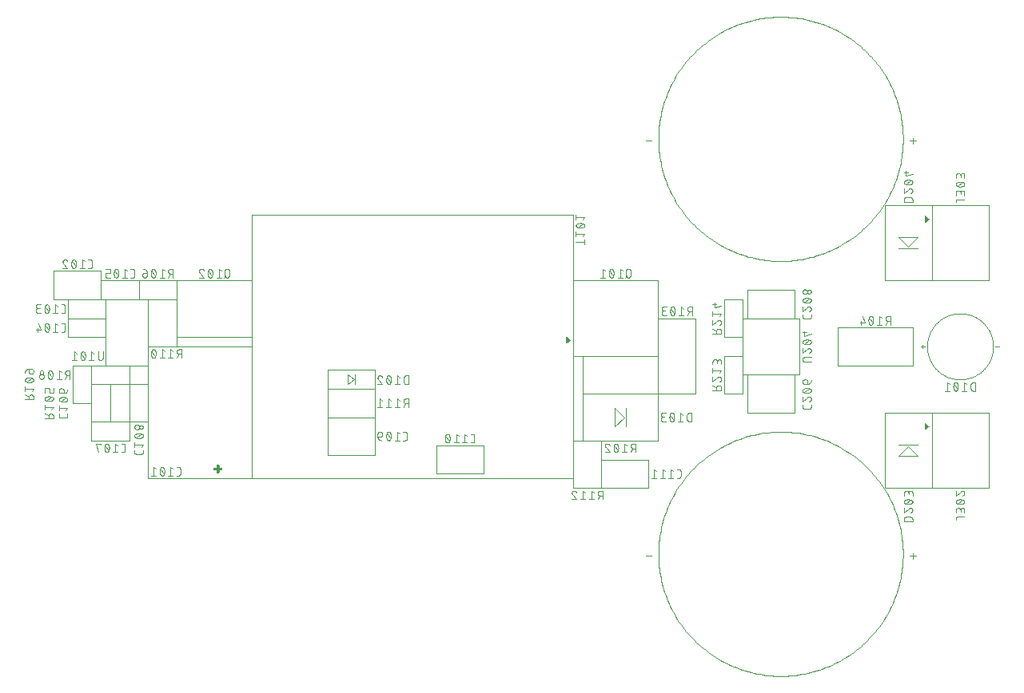
<source format=gbr>
G04 EAGLE Gerber RS-274X export*
G75*
%MOMM*%
%FSLAX34Y34*%
%LPD*%
%INSilkscreen Bottom*%
%IPPOS*%
%AMOC8*
5,1,8,0,0,1.08239X$1,22.5*%
G01*
%ADD10C,0.100000*%
%ADD11C,0.101600*%

G36*
X25008Y-134498D02*
X25008Y-134498D01*
X25017Y-134499D01*
X25105Y-134478D01*
X25195Y-134460D01*
X25202Y-134455D01*
X25210Y-134453D01*
X25283Y-134399D01*
X25359Y-134347D01*
X25363Y-134340D01*
X25370Y-134335D01*
X25417Y-134257D01*
X25466Y-134180D01*
X25467Y-134171D01*
X25472Y-134164D01*
X25499Y-134000D01*
X25499Y-131499D01*
X28000Y-131499D01*
X28008Y-131498D01*
X28017Y-131499D01*
X28105Y-131478D01*
X28195Y-131460D01*
X28202Y-131455D01*
X28210Y-131453D01*
X28283Y-131399D01*
X28359Y-131347D01*
X28363Y-131340D01*
X28370Y-131335D01*
X28417Y-131257D01*
X28466Y-131180D01*
X28467Y-131171D01*
X28472Y-131164D01*
X28499Y-131000D01*
X28499Y-129000D01*
X28498Y-128995D01*
X28499Y-128991D01*
X28498Y-128988D01*
X28499Y-128983D01*
X28478Y-128895D01*
X28460Y-128805D01*
X28455Y-128798D01*
X28453Y-128790D01*
X28399Y-128717D01*
X28347Y-128641D01*
X28340Y-128637D01*
X28335Y-128630D01*
X28257Y-128583D01*
X28180Y-128534D01*
X28171Y-128533D01*
X28164Y-128528D01*
X28000Y-128501D01*
X25499Y-128501D01*
X25499Y-126000D01*
X25499Y-125997D01*
X25499Y-125995D01*
X25498Y-125991D01*
X25499Y-125983D01*
X25478Y-125895D01*
X25460Y-125805D01*
X25455Y-125798D01*
X25453Y-125790D01*
X25399Y-125717D01*
X25347Y-125641D01*
X25340Y-125637D01*
X25335Y-125630D01*
X25257Y-125583D01*
X25180Y-125534D01*
X25171Y-125533D01*
X25164Y-125528D01*
X25000Y-125501D01*
X23000Y-125501D01*
X22992Y-125502D01*
X22983Y-125501D01*
X22895Y-125522D01*
X22805Y-125540D01*
X22798Y-125545D01*
X22790Y-125547D01*
X22717Y-125601D01*
X22641Y-125653D01*
X22637Y-125660D01*
X22630Y-125665D01*
X22583Y-125743D01*
X22534Y-125820D01*
X22533Y-125829D01*
X22528Y-125836D01*
X22501Y-126000D01*
X22501Y-128501D01*
X20000Y-128501D01*
X19992Y-128502D01*
X19983Y-128501D01*
X19895Y-128522D01*
X19805Y-128540D01*
X19798Y-128545D01*
X19790Y-128547D01*
X19717Y-128601D01*
X19641Y-128653D01*
X19637Y-128660D01*
X19630Y-128665D01*
X19583Y-128743D01*
X19534Y-128820D01*
X19533Y-128829D01*
X19528Y-128836D01*
X19501Y-129000D01*
X19501Y-131000D01*
X19502Y-131008D01*
X19501Y-131017D01*
X19522Y-131105D01*
X19540Y-131195D01*
X19545Y-131202D01*
X19547Y-131210D01*
X19601Y-131283D01*
X19653Y-131359D01*
X19660Y-131363D01*
X19665Y-131370D01*
X19743Y-131417D01*
X19820Y-131466D01*
X19829Y-131467D01*
X19836Y-131472D01*
X20000Y-131499D01*
X22501Y-131499D01*
X22501Y-134000D01*
X22502Y-134008D01*
X22501Y-134017D01*
X22522Y-134105D01*
X22540Y-134195D01*
X22545Y-134202D01*
X22547Y-134210D01*
X22601Y-134283D01*
X22653Y-134359D01*
X22660Y-134363D01*
X22665Y-134370D01*
X22743Y-134417D01*
X22820Y-134466D01*
X22829Y-134467D01*
X22836Y-134472D01*
X23000Y-134499D01*
X25000Y-134499D01*
X25008Y-134498D01*
G37*
G36*
X773083Y131517D02*
X773083Y131517D01*
X773152Y131524D01*
X773184Y131541D01*
X773210Y131547D01*
X773243Y131572D01*
X773300Y131601D01*
X777300Y134601D01*
X777325Y134629D01*
X777353Y134648D01*
X777372Y134679D01*
X777409Y134714D01*
X777418Y134733D01*
X777432Y134749D01*
X777448Y134797D01*
X777460Y134816D01*
X777464Y134840D01*
X777488Y134896D01*
X777489Y134917D01*
X777495Y134938D01*
X777491Y134999D01*
X777493Y135012D01*
X777490Y135027D01*
X777490Y135095D01*
X777482Y135115D01*
X777480Y135136D01*
X777449Y135197D01*
X777447Y135205D01*
X777441Y135213D01*
X777414Y135279D01*
X777398Y135296D01*
X777389Y135313D01*
X777355Y135341D01*
X777300Y135399D01*
X773300Y138399D01*
X773237Y138429D01*
X773180Y138466D01*
X773148Y138471D01*
X773120Y138485D01*
X773051Y138488D01*
X772983Y138499D01*
X772953Y138492D01*
X772921Y138493D01*
X772857Y138469D01*
X772790Y138453D01*
X772765Y138434D01*
X772735Y138423D01*
X772685Y138376D01*
X772630Y138335D01*
X772614Y138308D01*
X772591Y138286D01*
X772563Y138223D01*
X772528Y138164D01*
X772523Y138129D01*
X772512Y138104D01*
X772511Y138062D01*
X772501Y138000D01*
X772501Y132000D01*
X772514Y131933D01*
X772520Y131864D01*
X772534Y131836D01*
X772540Y131805D01*
X772579Y131748D01*
X772611Y131687D01*
X772635Y131667D01*
X772653Y131641D01*
X772711Y131604D01*
X772764Y131560D01*
X772794Y131551D01*
X772820Y131534D01*
X772888Y131523D01*
X772954Y131503D01*
X772985Y131506D01*
X773017Y131501D01*
X773083Y131517D01*
G37*
G36*
X393083Y3017D02*
X393083Y3017D01*
X393152Y3024D01*
X393184Y3041D01*
X393210Y3047D01*
X393243Y3072D01*
X393300Y3101D01*
X397300Y6101D01*
X397325Y6129D01*
X397353Y6148D01*
X397372Y6179D01*
X397409Y6214D01*
X397418Y6233D01*
X397432Y6249D01*
X397448Y6297D01*
X397460Y6316D01*
X397464Y6340D01*
X397488Y6396D01*
X397489Y6417D01*
X397495Y6438D01*
X397491Y6499D01*
X397493Y6512D01*
X397490Y6527D01*
X397490Y6595D01*
X397482Y6615D01*
X397480Y6636D01*
X397449Y6697D01*
X397447Y6705D01*
X397441Y6713D01*
X397414Y6779D01*
X397398Y6796D01*
X397389Y6813D01*
X397355Y6841D01*
X397300Y6899D01*
X393300Y9899D01*
X393237Y9929D01*
X393180Y9966D01*
X393148Y9971D01*
X393120Y9985D01*
X393051Y9988D01*
X392983Y9999D01*
X392953Y9992D01*
X392921Y9993D01*
X392857Y9969D01*
X392790Y9953D01*
X392765Y9934D01*
X392735Y9923D01*
X392685Y9876D01*
X392630Y9835D01*
X392614Y9808D01*
X392591Y9786D01*
X392563Y9723D01*
X392528Y9664D01*
X392523Y9629D01*
X392512Y9604D01*
X392511Y9562D01*
X392501Y9500D01*
X392501Y3500D01*
X392514Y3433D01*
X392520Y3364D01*
X392534Y3336D01*
X392540Y3305D01*
X392579Y3248D01*
X392611Y3187D01*
X392635Y3167D01*
X392653Y3141D01*
X392711Y3104D01*
X392764Y3060D01*
X392794Y3051D01*
X392820Y3034D01*
X392888Y3023D01*
X392954Y3003D01*
X392985Y3006D01*
X393017Y3001D01*
X393083Y3017D01*
G37*
G36*
X773083Y-88483D02*
X773083Y-88483D01*
X773152Y-88476D01*
X773184Y-88459D01*
X773210Y-88453D01*
X773243Y-88428D01*
X773300Y-88399D01*
X777300Y-85399D01*
X777325Y-85371D01*
X777353Y-85352D01*
X777372Y-85321D01*
X777409Y-85286D01*
X777418Y-85267D01*
X777432Y-85251D01*
X777448Y-85203D01*
X777460Y-85184D01*
X777464Y-85160D01*
X777488Y-85104D01*
X777489Y-85083D01*
X777495Y-85062D01*
X777491Y-85001D01*
X777493Y-84988D01*
X777490Y-84973D01*
X777490Y-84905D01*
X777482Y-84885D01*
X777480Y-84864D01*
X777449Y-84803D01*
X777447Y-84795D01*
X777441Y-84787D01*
X777414Y-84721D01*
X777398Y-84704D01*
X777389Y-84687D01*
X777355Y-84659D01*
X777300Y-84601D01*
X773300Y-81601D01*
X773237Y-81571D01*
X773180Y-81534D01*
X773148Y-81529D01*
X773120Y-81515D01*
X773051Y-81512D01*
X772983Y-81501D01*
X772953Y-81508D01*
X772921Y-81507D01*
X772857Y-81531D01*
X772790Y-81547D01*
X772765Y-81566D01*
X772735Y-81577D01*
X772685Y-81624D01*
X772630Y-81665D01*
X772614Y-81692D01*
X772591Y-81714D01*
X772563Y-81777D01*
X772528Y-81836D01*
X772523Y-81871D01*
X772512Y-81896D01*
X772511Y-81938D01*
X772501Y-82000D01*
X772501Y-88000D01*
X772514Y-88067D01*
X772520Y-88136D01*
X772534Y-88164D01*
X772540Y-88195D01*
X772579Y-88252D01*
X772611Y-88313D01*
X772635Y-88333D01*
X772653Y-88359D01*
X772711Y-88396D01*
X772764Y-88440D01*
X772794Y-88449D01*
X772820Y-88466D01*
X772888Y-88477D01*
X772954Y-88497D01*
X772985Y-88494D01*
X773017Y-88499D01*
X773083Y-88483D01*
G37*
D10*
X-100000Y50000D02*
X-100000Y80000D01*
X-150000Y80000D01*
X-150000Y50000D01*
X-100000Y50000D01*
D11*
X-111523Y83008D02*
X-113555Y83008D01*
X-111523Y83008D02*
X-111434Y83010D01*
X-111346Y83016D01*
X-111258Y83025D01*
X-111170Y83039D01*
X-111083Y83056D01*
X-110997Y83077D01*
X-110912Y83102D01*
X-110828Y83131D01*
X-110745Y83163D01*
X-110664Y83198D01*
X-110585Y83238D01*
X-110507Y83280D01*
X-110431Y83326D01*
X-110357Y83375D01*
X-110286Y83428D01*
X-110217Y83483D01*
X-110150Y83542D01*
X-110086Y83603D01*
X-110025Y83667D01*
X-109966Y83734D01*
X-109911Y83803D01*
X-109858Y83874D01*
X-109809Y83948D01*
X-109763Y84024D01*
X-109721Y84102D01*
X-109681Y84181D01*
X-109646Y84262D01*
X-109614Y84345D01*
X-109585Y84429D01*
X-109560Y84514D01*
X-109539Y84600D01*
X-109522Y84687D01*
X-109508Y84775D01*
X-109499Y84863D01*
X-109493Y84951D01*
X-109491Y85040D01*
X-109491Y90120D01*
X-109493Y90209D01*
X-109499Y90297D01*
X-109508Y90385D01*
X-109522Y90473D01*
X-109539Y90560D01*
X-109560Y90646D01*
X-109585Y90731D01*
X-109614Y90815D01*
X-109646Y90898D01*
X-109681Y90979D01*
X-109721Y91058D01*
X-109763Y91136D01*
X-109809Y91212D01*
X-109858Y91286D01*
X-109911Y91357D01*
X-109966Y91426D01*
X-110025Y91493D01*
X-110086Y91557D01*
X-110150Y91618D01*
X-110217Y91677D01*
X-110286Y91732D01*
X-110357Y91785D01*
X-110431Y91834D01*
X-110507Y91880D01*
X-110585Y91922D01*
X-110664Y91962D01*
X-110745Y91997D01*
X-110828Y92029D01*
X-110912Y92058D01*
X-110997Y92083D01*
X-111083Y92104D01*
X-111170Y92121D01*
X-111258Y92135D01*
X-111346Y92144D01*
X-111434Y92150D01*
X-111523Y92152D01*
X-113555Y92152D01*
X-117141Y90120D02*
X-119681Y92152D01*
X-119681Y83008D01*
X-117141Y83008D02*
X-122221Y83008D01*
X-126285Y87580D02*
X-126287Y87760D01*
X-126294Y87940D01*
X-126304Y88119D01*
X-126319Y88298D01*
X-126339Y88477D01*
X-126362Y88656D01*
X-126390Y88833D01*
X-126422Y89010D01*
X-126458Y89187D01*
X-126499Y89362D01*
X-126543Y89536D01*
X-126592Y89709D01*
X-126645Y89881D01*
X-126702Y90052D01*
X-126763Y90221D01*
X-126828Y90389D01*
X-126897Y90555D01*
X-126970Y90719D01*
X-127047Y90882D01*
X-127075Y90960D01*
X-127108Y91037D01*
X-127143Y91112D01*
X-127182Y91186D01*
X-127224Y91258D01*
X-127269Y91327D01*
X-127318Y91395D01*
X-127369Y91461D01*
X-127423Y91524D01*
X-127480Y91585D01*
X-127539Y91644D01*
X-127601Y91699D01*
X-127666Y91752D01*
X-127732Y91802D01*
X-127801Y91849D01*
X-127872Y91893D01*
X-127945Y91933D01*
X-128019Y91970D01*
X-128095Y92005D01*
X-128173Y92035D01*
X-128251Y92062D01*
X-128331Y92086D01*
X-128412Y92106D01*
X-128494Y92123D01*
X-128576Y92135D01*
X-128659Y92145D01*
X-128742Y92150D01*
X-128825Y92152D01*
X-128908Y92150D01*
X-128991Y92145D01*
X-129074Y92135D01*
X-129156Y92123D01*
X-129238Y92106D01*
X-129319Y92086D01*
X-129399Y92062D01*
X-129477Y92035D01*
X-129555Y92005D01*
X-129631Y91970D01*
X-129705Y91933D01*
X-129778Y91893D01*
X-129849Y91849D01*
X-129918Y91802D01*
X-129984Y91752D01*
X-130049Y91699D01*
X-130111Y91644D01*
X-130170Y91585D01*
X-130227Y91524D01*
X-130281Y91461D01*
X-130332Y91395D01*
X-130381Y91327D01*
X-130426Y91258D01*
X-130468Y91186D01*
X-130507Y91112D01*
X-130542Y91037D01*
X-130575Y90960D01*
X-130603Y90882D01*
X-130680Y90719D01*
X-130753Y90555D01*
X-130822Y90389D01*
X-130887Y90221D01*
X-130948Y90052D01*
X-131005Y89881D01*
X-131058Y89709D01*
X-131107Y89536D01*
X-131151Y89362D01*
X-131192Y89187D01*
X-131228Y89010D01*
X-131260Y88833D01*
X-131288Y88656D01*
X-131311Y88477D01*
X-131331Y88298D01*
X-131346Y88119D01*
X-131356Y87940D01*
X-131363Y87760D01*
X-131365Y87580D01*
X-126285Y87580D02*
X-126287Y87400D01*
X-126294Y87220D01*
X-126304Y87041D01*
X-126319Y86862D01*
X-126339Y86683D01*
X-126362Y86504D01*
X-126390Y86327D01*
X-126422Y86150D01*
X-126458Y85973D01*
X-126499Y85798D01*
X-126543Y85624D01*
X-126592Y85451D01*
X-126645Y85279D01*
X-126702Y85108D01*
X-126763Y84939D01*
X-126828Y84771D01*
X-126897Y84605D01*
X-126970Y84441D01*
X-127047Y84278D01*
X-127075Y84200D01*
X-127108Y84123D01*
X-127143Y84048D01*
X-127182Y83974D01*
X-127224Y83902D01*
X-127269Y83833D01*
X-127318Y83765D01*
X-127369Y83699D01*
X-127423Y83636D01*
X-127480Y83575D01*
X-127539Y83516D01*
X-127601Y83461D01*
X-127666Y83408D01*
X-127732Y83358D01*
X-127801Y83311D01*
X-127872Y83267D01*
X-127945Y83227D01*
X-128019Y83190D01*
X-128095Y83155D01*
X-128173Y83125D01*
X-128251Y83098D01*
X-128331Y83074D01*
X-128412Y83054D01*
X-128494Y83037D01*
X-128576Y83025D01*
X-128659Y83015D01*
X-128742Y83010D01*
X-128825Y83008D01*
X-130603Y84278D02*
X-130680Y84441D01*
X-130753Y84605D01*
X-130822Y84771D01*
X-130887Y84939D01*
X-130948Y85108D01*
X-131005Y85279D01*
X-131058Y85451D01*
X-131107Y85624D01*
X-131151Y85798D01*
X-131192Y85973D01*
X-131228Y86150D01*
X-131260Y86327D01*
X-131288Y86504D01*
X-131311Y86683D01*
X-131331Y86862D01*
X-131346Y87041D01*
X-131356Y87220D01*
X-131363Y87400D01*
X-131365Y87580D01*
X-130603Y84278D02*
X-130575Y84200D01*
X-130542Y84123D01*
X-130507Y84048D01*
X-130468Y83974D01*
X-130426Y83902D01*
X-130381Y83833D01*
X-130332Y83765D01*
X-130281Y83699D01*
X-130227Y83636D01*
X-130170Y83575D01*
X-130111Y83516D01*
X-130049Y83461D01*
X-129984Y83408D01*
X-129918Y83358D01*
X-129849Y83311D01*
X-129778Y83267D01*
X-129705Y83227D01*
X-129631Y83190D01*
X-129555Y83155D01*
X-129477Y83125D01*
X-129399Y83098D01*
X-129319Y83074D01*
X-129238Y83054D01*
X-129156Y83037D01*
X-129074Y83025D01*
X-128991Y83015D01*
X-128908Y83010D01*
X-128825Y83008D01*
X-126793Y85040D02*
X-130857Y90120D01*
X-138223Y92152D02*
X-138317Y92150D01*
X-138412Y92144D01*
X-138506Y92134D01*
X-138599Y92121D01*
X-138692Y92103D01*
X-138784Y92082D01*
X-138875Y92057D01*
X-138965Y92028D01*
X-139054Y91996D01*
X-139141Y91959D01*
X-139227Y91920D01*
X-139311Y91876D01*
X-139393Y91830D01*
X-139473Y91780D01*
X-139551Y91726D01*
X-139627Y91670D01*
X-139700Y91610D01*
X-139771Y91548D01*
X-139839Y91482D01*
X-139905Y91414D01*
X-139967Y91343D01*
X-140027Y91270D01*
X-140083Y91194D01*
X-140137Y91116D01*
X-140187Y91036D01*
X-140233Y90954D01*
X-140277Y90870D01*
X-140316Y90784D01*
X-140353Y90697D01*
X-140385Y90608D01*
X-140414Y90518D01*
X-140439Y90427D01*
X-140460Y90335D01*
X-140478Y90242D01*
X-140491Y90149D01*
X-140501Y90055D01*
X-140507Y89960D01*
X-140509Y89866D01*
X-138223Y92152D02*
X-138117Y92150D01*
X-138012Y92144D01*
X-137907Y92135D01*
X-137802Y92122D01*
X-137698Y92105D01*
X-137595Y92084D01*
X-137492Y92060D01*
X-137390Y92031D01*
X-137290Y92000D01*
X-137190Y91964D01*
X-137092Y91926D01*
X-136996Y91883D01*
X-136900Y91837D01*
X-136807Y91788D01*
X-136716Y91736D01*
X-136626Y91680D01*
X-136538Y91621D01*
X-136453Y91559D01*
X-136370Y91494D01*
X-136289Y91426D01*
X-136211Y91355D01*
X-136136Y91281D01*
X-136063Y91205D01*
X-135993Y91126D01*
X-135926Y91045D01*
X-135861Y90961D01*
X-135800Y90875D01*
X-135742Y90787D01*
X-135687Y90697D01*
X-135636Y90605D01*
X-135587Y90511D01*
X-135542Y90415D01*
X-135501Y90318D01*
X-135463Y90220D01*
X-135429Y90120D01*
X-139747Y88088D02*
X-139814Y88155D01*
X-139879Y88224D01*
X-139941Y88296D01*
X-140000Y88369D01*
X-140056Y88446D01*
X-140110Y88524D01*
X-140160Y88604D01*
X-140207Y88686D01*
X-140251Y88770D01*
X-140291Y88856D01*
X-140329Y88943D01*
X-140363Y89031D01*
X-140393Y89121D01*
X-140420Y89211D01*
X-140444Y89303D01*
X-140464Y89396D01*
X-140480Y89489D01*
X-140493Y89583D01*
X-140502Y89677D01*
X-140507Y89771D01*
X-140509Y89866D01*
X-139747Y88088D02*
X-135429Y83008D01*
X-140509Y83008D01*
D10*
X-95000Y50000D02*
X-95000Y30000D01*
X-95000Y50000D02*
X-135000Y50000D01*
X-135000Y30000D01*
X-95000Y30000D01*
D11*
X-140040Y35428D02*
X-142072Y35428D01*
X-140040Y35428D02*
X-139951Y35430D01*
X-139863Y35436D01*
X-139775Y35445D01*
X-139687Y35459D01*
X-139600Y35476D01*
X-139514Y35497D01*
X-139429Y35522D01*
X-139345Y35551D01*
X-139262Y35583D01*
X-139181Y35618D01*
X-139102Y35658D01*
X-139024Y35700D01*
X-138948Y35746D01*
X-138874Y35795D01*
X-138803Y35848D01*
X-138734Y35903D01*
X-138667Y35962D01*
X-138603Y36023D01*
X-138542Y36087D01*
X-138483Y36154D01*
X-138428Y36223D01*
X-138375Y36294D01*
X-138326Y36368D01*
X-138280Y36444D01*
X-138238Y36522D01*
X-138198Y36601D01*
X-138163Y36682D01*
X-138131Y36765D01*
X-138102Y36849D01*
X-138077Y36934D01*
X-138056Y37020D01*
X-138039Y37107D01*
X-138025Y37195D01*
X-138016Y37283D01*
X-138010Y37371D01*
X-138008Y37460D01*
X-138008Y42540D01*
X-138010Y42629D01*
X-138016Y42717D01*
X-138025Y42805D01*
X-138039Y42893D01*
X-138056Y42980D01*
X-138077Y43066D01*
X-138102Y43151D01*
X-138131Y43235D01*
X-138163Y43318D01*
X-138198Y43399D01*
X-138238Y43478D01*
X-138280Y43556D01*
X-138326Y43632D01*
X-138375Y43706D01*
X-138428Y43777D01*
X-138483Y43846D01*
X-138542Y43913D01*
X-138603Y43977D01*
X-138667Y44038D01*
X-138734Y44097D01*
X-138803Y44152D01*
X-138874Y44205D01*
X-138948Y44254D01*
X-139024Y44300D01*
X-139102Y44342D01*
X-139181Y44382D01*
X-139262Y44417D01*
X-139345Y44449D01*
X-139429Y44478D01*
X-139514Y44503D01*
X-139600Y44524D01*
X-139687Y44541D01*
X-139775Y44555D01*
X-139863Y44564D01*
X-139951Y44570D01*
X-140040Y44572D01*
X-142072Y44572D01*
X-145658Y42540D02*
X-148198Y44572D01*
X-148198Y35428D01*
X-145658Y35428D02*
X-150738Y35428D01*
X-154802Y40000D02*
X-154804Y40180D01*
X-154811Y40360D01*
X-154821Y40539D01*
X-154836Y40718D01*
X-154856Y40897D01*
X-154879Y41076D01*
X-154907Y41253D01*
X-154939Y41430D01*
X-154975Y41607D01*
X-155016Y41782D01*
X-155060Y41956D01*
X-155109Y42129D01*
X-155162Y42301D01*
X-155219Y42472D01*
X-155280Y42641D01*
X-155345Y42809D01*
X-155414Y42975D01*
X-155487Y43139D01*
X-155564Y43302D01*
X-155592Y43380D01*
X-155625Y43457D01*
X-155660Y43532D01*
X-155699Y43606D01*
X-155741Y43678D01*
X-155786Y43747D01*
X-155835Y43815D01*
X-155886Y43881D01*
X-155940Y43944D01*
X-155997Y44005D01*
X-156056Y44064D01*
X-156118Y44119D01*
X-156183Y44172D01*
X-156249Y44222D01*
X-156318Y44269D01*
X-156389Y44313D01*
X-156462Y44353D01*
X-156536Y44390D01*
X-156612Y44425D01*
X-156690Y44455D01*
X-156768Y44482D01*
X-156848Y44506D01*
X-156929Y44526D01*
X-157011Y44543D01*
X-157093Y44555D01*
X-157176Y44565D01*
X-157259Y44570D01*
X-157342Y44572D01*
X-157425Y44570D01*
X-157508Y44565D01*
X-157591Y44555D01*
X-157673Y44543D01*
X-157755Y44526D01*
X-157836Y44506D01*
X-157916Y44482D01*
X-157994Y44455D01*
X-158072Y44425D01*
X-158148Y44390D01*
X-158222Y44353D01*
X-158295Y44313D01*
X-158366Y44269D01*
X-158435Y44222D01*
X-158501Y44172D01*
X-158566Y44119D01*
X-158628Y44064D01*
X-158687Y44005D01*
X-158744Y43944D01*
X-158798Y43881D01*
X-158849Y43815D01*
X-158898Y43747D01*
X-158943Y43678D01*
X-158985Y43606D01*
X-159024Y43532D01*
X-159059Y43457D01*
X-159092Y43380D01*
X-159120Y43302D01*
X-159197Y43139D01*
X-159270Y42975D01*
X-159339Y42809D01*
X-159404Y42641D01*
X-159465Y42472D01*
X-159522Y42301D01*
X-159575Y42129D01*
X-159624Y41956D01*
X-159668Y41782D01*
X-159709Y41607D01*
X-159745Y41430D01*
X-159777Y41253D01*
X-159805Y41076D01*
X-159828Y40897D01*
X-159848Y40718D01*
X-159863Y40539D01*
X-159873Y40360D01*
X-159880Y40180D01*
X-159882Y40000D01*
X-154802Y40000D02*
X-154804Y39820D01*
X-154811Y39640D01*
X-154821Y39461D01*
X-154836Y39282D01*
X-154856Y39103D01*
X-154879Y38924D01*
X-154907Y38747D01*
X-154939Y38570D01*
X-154975Y38393D01*
X-155016Y38218D01*
X-155060Y38044D01*
X-155109Y37871D01*
X-155162Y37699D01*
X-155219Y37528D01*
X-155280Y37359D01*
X-155345Y37191D01*
X-155414Y37025D01*
X-155487Y36861D01*
X-155564Y36698D01*
X-155592Y36620D01*
X-155625Y36543D01*
X-155660Y36468D01*
X-155699Y36394D01*
X-155741Y36322D01*
X-155786Y36253D01*
X-155835Y36185D01*
X-155886Y36119D01*
X-155940Y36056D01*
X-155997Y35995D01*
X-156056Y35936D01*
X-156118Y35881D01*
X-156183Y35828D01*
X-156249Y35778D01*
X-156318Y35731D01*
X-156389Y35687D01*
X-156462Y35647D01*
X-156536Y35610D01*
X-156612Y35575D01*
X-156690Y35545D01*
X-156768Y35518D01*
X-156848Y35494D01*
X-156929Y35474D01*
X-157011Y35457D01*
X-157093Y35445D01*
X-157176Y35435D01*
X-157259Y35430D01*
X-157342Y35428D01*
X-159120Y36698D02*
X-159197Y36861D01*
X-159270Y37025D01*
X-159339Y37191D01*
X-159404Y37359D01*
X-159465Y37528D01*
X-159522Y37699D01*
X-159575Y37871D01*
X-159624Y38044D01*
X-159668Y38218D01*
X-159709Y38393D01*
X-159745Y38570D01*
X-159777Y38747D01*
X-159805Y38924D01*
X-159828Y39103D01*
X-159848Y39282D01*
X-159863Y39461D01*
X-159873Y39640D01*
X-159880Y39820D01*
X-159882Y40000D01*
X-159120Y36698D02*
X-159092Y36620D01*
X-159059Y36543D01*
X-159024Y36468D01*
X-158985Y36394D01*
X-158943Y36322D01*
X-158898Y36253D01*
X-158849Y36185D01*
X-158798Y36119D01*
X-158744Y36056D01*
X-158687Y35995D01*
X-158628Y35936D01*
X-158566Y35881D01*
X-158501Y35828D01*
X-158435Y35778D01*
X-158366Y35731D01*
X-158295Y35687D01*
X-158222Y35647D01*
X-158148Y35610D01*
X-158072Y35575D01*
X-157994Y35545D01*
X-157916Y35518D01*
X-157836Y35494D01*
X-157755Y35474D01*
X-157673Y35457D01*
X-157591Y35445D01*
X-157508Y35435D01*
X-157425Y35430D01*
X-157342Y35428D01*
X-155310Y37460D02*
X-159374Y42540D01*
X-163946Y35428D02*
X-166486Y35428D01*
X-166586Y35430D01*
X-166685Y35436D01*
X-166785Y35446D01*
X-166883Y35459D01*
X-166982Y35477D01*
X-167079Y35498D01*
X-167175Y35523D01*
X-167271Y35552D01*
X-167365Y35585D01*
X-167458Y35621D01*
X-167549Y35661D01*
X-167639Y35705D01*
X-167727Y35752D01*
X-167813Y35802D01*
X-167897Y35856D01*
X-167979Y35913D01*
X-168058Y35973D01*
X-168136Y36037D01*
X-168210Y36103D01*
X-168282Y36172D01*
X-168351Y36244D01*
X-168417Y36318D01*
X-168481Y36396D01*
X-168541Y36475D01*
X-168598Y36557D01*
X-168652Y36641D01*
X-168702Y36727D01*
X-168749Y36815D01*
X-168793Y36905D01*
X-168833Y36996D01*
X-168869Y37089D01*
X-168902Y37183D01*
X-168931Y37279D01*
X-168956Y37375D01*
X-168977Y37472D01*
X-168995Y37571D01*
X-169008Y37669D01*
X-169018Y37769D01*
X-169024Y37868D01*
X-169026Y37968D01*
X-169024Y38068D01*
X-169018Y38167D01*
X-169008Y38267D01*
X-168995Y38365D01*
X-168977Y38464D01*
X-168956Y38561D01*
X-168931Y38657D01*
X-168902Y38753D01*
X-168869Y38847D01*
X-168833Y38940D01*
X-168793Y39031D01*
X-168749Y39121D01*
X-168702Y39209D01*
X-168652Y39295D01*
X-168598Y39379D01*
X-168541Y39461D01*
X-168481Y39540D01*
X-168417Y39618D01*
X-168351Y39692D01*
X-168282Y39764D01*
X-168210Y39833D01*
X-168136Y39899D01*
X-168058Y39963D01*
X-167979Y40023D01*
X-167897Y40080D01*
X-167813Y40134D01*
X-167727Y40184D01*
X-167639Y40231D01*
X-167549Y40275D01*
X-167458Y40315D01*
X-167365Y40351D01*
X-167271Y40384D01*
X-167175Y40413D01*
X-167079Y40438D01*
X-166982Y40459D01*
X-166883Y40477D01*
X-166785Y40490D01*
X-166685Y40500D01*
X-166586Y40506D01*
X-166486Y40508D01*
X-166994Y44572D02*
X-163946Y44572D01*
X-166994Y44572D02*
X-167083Y44570D01*
X-167171Y44564D01*
X-167259Y44555D01*
X-167347Y44541D01*
X-167434Y44524D01*
X-167520Y44503D01*
X-167605Y44478D01*
X-167689Y44449D01*
X-167772Y44417D01*
X-167853Y44382D01*
X-167932Y44342D01*
X-168010Y44300D01*
X-168086Y44254D01*
X-168160Y44205D01*
X-168231Y44152D01*
X-168300Y44097D01*
X-168367Y44038D01*
X-168431Y43977D01*
X-168492Y43913D01*
X-168551Y43846D01*
X-168606Y43777D01*
X-168659Y43706D01*
X-168708Y43632D01*
X-168754Y43556D01*
X-168796Y43478D01*
X-168836Y43399D01*
X-168871Y43318D01*
X-168903Y43235D01*
X-168932Y43151D01*
X-168957Y43066D01*
X-168978Y42980D01*
X-168995Y42893D01*
X-169009Y42805D01*
X-169018Y42717D01*
X-169024Y42629D01*
X-169026Y42540D01*
X-169024Y42451D01*
X-169018Y42363D01*
X-169009Y42275D01*
X-168995Y42187D01*
X-168978Y42100D01*
X-168957Y42014D01*
X-168932Y41929D01*
X-168903Y41845D01*
X-168871Y41762D01*
X-168836Y41681D01*
X-168796Y41602D01*
X-168754Y41524D01*
X-168708Y41448D01*
X-168659Y41374D01*
X-168606Y41303D01*
X-168551Y41234D01*
X-168492Y41167D01*
X-168431Y41103D01*
X-168367Y41042D01*
X-168300Y40983D01*
X-168231Y40928D01*
X-168160Y40875D01*
X-168086Y40826D01*
X-168010Y40780D01*
X-167932Y40738D01*
X-167853Y40698D01*
X-167772Y40663D01*
X-167689Y40631D01*
X-167605Y40602D01*
X-167520Y40577D01*
X-167434Y40556D01*
X-167347Y40539D01*
X-167259Y40525D01*
X-167171Y40516D01*
X-167083Y40510D01*
X-166994Y40508D01*
X-164962Y40508D01*
D10*
X490500Y-220000D02*
X490539Y-216822D01*
X490656Y-213646D01*
X490851Y-210473D01*
X491124Y-207307D01*
X491474Y-204148D01*
X491902Y-200998D01*
X492407Y-197860D01*
X492988Y-194736D01*
X493647Y-191626D01*
X494381Y-188534D01*
X495191Y-185461D01*
X496076Y-182408D01*
X497036Y-179378D01*
X498070Y-176373D01*
X499177Y-173394D01*
X500358Y-170442D01*
X501610Y-167521D01*
X502933Y-164632D01*
X504327Y-161775D01*
X505791Y-158954D01*
X507324Y-156170D01*
X508924Y-153424D01*
X510591Y-150718D01*
X512325Y-148054D01*
X514123Y-145433D01*
X515985Y-142857D01*
X517909Y-140328D01*
X519895Y-137846D01*
X521941Y-135414D01*
X524047Y-133033D01*
X526210Y-130704D01*
X528430Y-128430D01*
X530704Y-126210D01*
X533033Y-124047D01*
X535414Y-121941D01*
X537846Y-119895D01*
X540328Y-117909D01*
X542857Y-115985D01*
X545433Y-114123D01*
X548054Y-112325D01*
X550718Y-110591D01*
X553424Y-108924D01*
X556170Y-107324D01*
X558954Y-105791D01*
X561775Y-104327D01*
X564632Y-102933D01*
X567521Y-101610D01*
X570442Y-100358D01*
X573394Y-99177D01*
X576373Y-98070D01*
X579378Y-97036D01*
X582408Y-96076D01*
X585461Y-95191D01*
X588534Y-94381D01*
X591626Y-93647D01*
X594736Y-92988D01*
X597860Y-92407D01*
X600998Y-91902D01*
X604148Y-91474D01*
X607307Y-91124D01*
X610473Y-90851D01*
X613646Y-90656D01*
X616822Y-90539D01*
X620000Y-90500D01*
X623178Y-90539D01*
X626354Y-90656D01*
X629527Y-90851D01*
X632693Y-91124D01*
X635852Y-91474D01*
X639002Y-91902D01*
X642140Y-92407D01*
X645264Y-92988D01*
X648374Y-93647D01*
X651466Y-94381D01*
X654539Y-95191D01*
X657592Y-96076D01*
X660622Y-97036D01*
X663627Y-98070D01*
X666606Y-99177D01*
X669558Y-100358D01*
X672479Y-101610D01*
X675368Y-102933D01*
X678225Y-104327D01*
X681046Y-105791D01*
X683830Y-107324D01*
X686576Y-108924D01*
X689282Y-110591D01*
X691946Y-112325D01*
X694567Y-114123D01*
X697143Y-115985D01*
X699672Y-117909D01*
X702154Y-119895D01*
X704586Y-121941D01*
X706967Y-124047D01*
X709296Y-126210D01*
X711570Y-128430D01*
X713790Y-130704D01*
X715953Y-133033D01*
X718059Y-135414D01*
X720105Y-137846D01*
X722091Y-140328D01*
X724015Y-142857D01*
X725877Y-145433D01*
X727675Y-148054D01*
X729409Y-150718D01*
X731076Y-153424D01*
X732676Y-156170D01*
X734209Y-158954D01*
X735673Y-161775D01*
X737067Y-164632D01*
X738390Y-167521D01*
X739642Y-170442D01*
X740823Y-173394D01*
X741930Y-176373D01*
X742964Y-179378D01*
X743924Y-182408D01*
X744809Y-185461D01*
X745619Y-188534D01*
X746353Y-191626D01*
X747012Y-194736D01*
X747593Y-197860D01*
X748098Y-200998D01*
X748526Y-204148D01*
X748876Y-207307D01*
X749149Y-210473D01*
X749344Y-213646D01*
X749461Y-216822D01*
X749500Y-220000D01*
X749461Y-223178D01*
X749344Y-226354D01*
X749149Y-229527D01*
X748876Y-232693D01*
X748526Y-235852D01*
X748098Y-239002D01*
X747593Y-242140D01*
X747012Y-245264D01*
X746353Y-248374D01*
X745619Y-251466D01*
X744809Y-254539D01*
X743924Y-257592D01*
X742964Y-260622D01*
X741930Y-263627D01*
X740823Y-266606D01*
X739642Y-269558D01*
X738390Y-272479D01*
X737067Y-275368D01*
X735673Y-278225D01*
X734209Y-281046D01*
X732676Y-283830D01*
X731076Y-286576D01*
X729409Y-289282D01*
X727675Y-291946D01*
X725877Y-294567D01*
X724015Y-297143D01*
X722091Y-299672D01*
X720105Y-302154D01*
X718059Y-304586D01*
X715953Y-306967D01*
X713790Y-309296D01*
X711570Y-311570D01*
X709296Y-313790D01*
X706967Y-315953D01*
X704586Y-318059D01*
X702154Y-320105D01*
X699672Y-322091D01*
X697143Y-324015D01*
X694567Y-325877D01*
X691946Y-327675D01*
X689282Y-329409D01*
X686576Y-331076D01*
X683830Y-332676D01*
X681046Y-334209D01*
X678225Y-335673D01*
X675368Y-337067D01*
X672479Y-338390D01*
X669558Y-339642D01*
X666606Y-340823D01*
X663627Y-341930D01*
X660622Y-342964D01*
X657592Y-343924D01*
X654539Y-344809D01*
X651466Y-345619D01*
X648374Y-346353D01*
X645264Y-347012D01*
X642140Y-347593D01*
X639002Y-348098D01*
X635852Y-348526D01*
X632693Y-348876D01*
X629527Y-349149D01*
X626354Y-349344D01*
X623178Y-349461D01*
X620000Y-349500D01*
X616822Y-349461D01*
X613646Y-349344D01*
X610473Y-349149D01*
X607307Y-348876D01*
X604148Y-348526D01*
X600998Y-348098D01*
X597860Y-347593D01*
X594736Y-347012D01*
X591626Y-346353D01*
X588534Y-345619D01*
X585461Y-344809D01*
X582408Y-343924D01*
X579378Y-342964D01*
X576373Y-341930D01*
X573394Y-340823D01*
X570442Y-339642D01*
X567521Y-338390D01*
X564632Y-337067D01*
X561775Y-335673D01*
X558954Y-334209D01*
X556170Y-332676D01*
X553424Y-331076D01*
X550718Y-329409D01*
X548054Y-327675D01*
X545433Y-325877D01*
X542857Y-324015D01*
X540328Y-322091D01*
X537846Y-320105D01*
X535414Y-318059D01*
X533033Y-315953D01*
X530704Y-313790D01*
X528430Y-311570D01*
X526210Y-309296D01*
X524047Y-306967D01*
X521941Y-304586D01*
X519895Y-302154D01*
X517909Y-299672D01*
X515985Y-297143D01*
X514123Y-294567D01*
X512325Y-291946D01*
X510591Y-289282D01*
X508924Y-286576D01*
X507324Y-283830D01*
X505791Y-281046D01*
X504327Y-278225D01*
X502933Y-275368D01*
X501610Y-272479D01*
X500358Y-269558D01*
X499177Y-266606D01*
X498070Y-263627D01*
X497036Y-260622D01*
X496076Y-257592D01*
X495191Y-254539D01*
X494381Y-251466D01*
X493647Y-248374D01*
X492988Y-245264D01*
X492407Y-242140D01*
X491902Y-239002D01*
X491474Y-235852D01*
X491124Y-232693D01*
X490851Y-229527D01*
X490656Y-226354D01*
X490539Y-223178D01*
X490500Y-220000D01*
D11*
X756952Y-222016D02*
X763048Y-222016D01*
X760000Y-225064D02*
X760000Y-218968D01*
X483048Y-222016D02*
X476952Y-222016D01*
D10*
X490500Y220000D02*
X490539Y223178D01*
X490656Y226354D01*
X490851Y229527D01*
X491124Y232693D01*
X491474Y235852D01*
X491902Y239002D01*
X492407Y242140D01*
X492988Y245264D01*
X493647Y248374D01*
X494381Y251466D01*
X495191Y254539D01*
X496076Y257592D01*
X497036Y260622D01*
X498070Y263627D01*
X499177Y266606D01*
X500358Y269558D01*
X501610Y272479D01*
X502933Y275368D01*
X504327Y278225D01*
X505791Y281046D01*
X507324Y283830D01*
X508924Y286576D01*
X510591Y289282D01*
X512325Y291946D01*
X514123Y294567D01*
X515985Y297143D01*
X517909Y299672D01*
X519895Y302154D01*
X521941Y304586D01*
X524047Y306967D01*
X526210Y309296D01*
X528430Y311570D01*
X530704Y313790D01*
X533033Y315953D01*
X535414Y318059D01*
X537846Y320105D01*
X540328Y322091D01*
X542857Y324015D01*
X545433Y325877D01*
X548054Y327675D01*
X550718Y329409D01*
X553424Y331076D01*
X556170Y332676D01*
X558954Y334209D01*
X561775Y335673D01*
X564632Y337067D01*
X567521Y338390D01*
X570442Y339642D01*
X573394Y340823D01*
X576373Y341930D01*
X579378Y342964D01*
X582408Y343924D01*
X585461Y344809D01*
X588534Y345619D01*
X591626Y346353D01*
X594736Y347012D01*
X597860Y347593D01*
X600998Y348098D01*
X604148Y348526D01*
X607307Y348876D01*
X610473Y349149D01*
X613646Y349344D01*
X616822Y349461D01*
X620000Y349500D01*
X623178Y349461D01*
X626354Y349344D01*
X629527Y349149D01*
X632693Y348876D01*
X635852Y348526D01*
X639002Y348098D01*
X642140Y347593D01*
X645264Y347012D01*
X648374Y346353D01*
X651466Y345619D01*
X654539Y344809D01*
X657592Y343924D01*
X660622Y342964D01*
X663627Y341930D01*
X666606Y340823D01*
X669558Y339642D01*
X672479Y338390D01*
X675368Y337067D01*
X678225Y335673D01*
X681046Y334209D01*
X683830Y332676D01*
X686576Y331076D01*
X689282Y329409D01*
X691946Y327675D01*
X694567Y325877D01*
X697143Y324015D01*
X699672Y322091D01*
X702154Y320105D01*
X704586Y318059D01*
X706967Y315953D01*
X709296Y313790D01*
X711570Y311570D01*
X713790Y309296D01*
X715953Y306967D01*
X718059Y304586D01*
X720105Y302154D01*
X722091Y299672D01*
X724015Y297143D01*
X725877Y294567D01*
X727675Y291946D01*
X729409Y289282D01*
X731076Y286576D01*
X732676Y283830D01*
X734209Y281046D01*
X735673Y278225D01*
X737067Y275368D01*
X738390Y272479D01*
X739642Y269558D01*
X740823Y266606D01*
X741930Y263627D01*
X742964Y260622D01*
X743924Y257592D01*
X744809Y254539D01*
X745619Y251466D01*
X746353Y248374D01*
X747012Y245264D01*
X747593Y242140D01*
X748098Y239002D01*
X748526Y235852D01*
X748876Y232693D01*
X749149Y229527D01*
X749344Y226354D01*
X749461Y223178D01*
X749500Y220000D01*
X749461Y216822D01*
X749344Y213646D01*
X749149Y210473D01*
X748876Y207307D01*
X748526Y204148D01*
X748098Y200998D01*
X747593Y197860D01*
X747012Y194736D01*
X746353Y191626D01*
X745619Y188534D01*
X744809Y185461D01*
X743924Y182408D01*
X742964Y179378D01*
X741930Y176373D01*
X740823Y173394D01*
X739642Y170442D01*
X738390Y167521D01*
X737067Y164632D01*
X735673Y161775D01*
X734209Y158954D01*
X732676Y156170D01*
X731076Y153424D01*
X729409Y150718D01*
X727675Y148054D01*
X725877Y145433D01*
X724015Y142857D01*
X722091Y140328D01*
X720105Y137846D01*
X718059Y135414D01*
X715953Y133033D01*
X713790Y130704D01*
X711570Y128430D01*
X709296Y126210D01*
X706967Y124047D01*
X704586Y121941D01*
X702154Y119895D01*
X699672Y117909D01*
X697143Y115985D01*
X694567Y114123D01*
X691946Y112325D01*
X689282Y110591D01*
X686576Y108924D01*
X683830Y107324D01*
X681046Y105791D01*
X678225Y104327D01*
X675368Y102933D01*
X672479Y101610D01*
X669558Y100358D01*
X666606Y99177D01*
X663627Y98070D01*
X660622Y97036D01*
X657592Y96076D01*
X654539Y95191D01*
X651466Y94381D01*
X648374Y93647D01*
X645264Y92988D01*
X642140Y92407D01*
X639002Y91902D01*
X635852Y91474D01*
X632693Y91124D01*
X629527Y90851D01*
X626354Y90656D01*
X623178Y90539D01*
X620000Y90500D01*
X616822Y90539D01*
X613646Y90656D01*
X610473Y90851D01*
X607307Y91124D01*
X604148Y91474D01*
X600998Y91902D01*
X597860Y92407D01*
X594736Y92988D01*
X591626Y93647D01*
X588534Y94381D01*
X585461Y95191D01*
X582408Y96076D01*
X579378Y97036D01*
X576373Y98070D01*
X573394Y99177D01*
X570442Y100358D01*
X567521Y101610D01*
X564632Y102933D01*
X561775Y104327D01*
X558954Y105791D01*
X556170Y107324D01*
X553424Y108924D01*
X550718Y110591D01*
X548054Y112325D01*
X545433Y114123D01*
X542857Y115985D01*
X540328Y117909D01*
X537846Y119895D01*
X535414Y121941D01*
X533033Y124047D01*
X530704Y126210D01*
X528430Y128430D01*
X526210Y130704D01*
X524047Y133033D01*
X521941Y135414D01*
X519895Y137846D01*
X517909Y140328D01*
X515985Y142857D01*
X514123Y145433D01*
X512325Y148054D01*
X510591Y150718D01*
X508924Y153424D01*
X507324Y156170D01*
X505791Y158954D01*
X504327Y161775D01*
X502933Y164632D01*
X501610Y167521D01*
X500358Y170442D01*
X499177Y173394D01*
X498070Y176373D01*
X497036Y179378D01*
X496076Y182408D01*
X495191Y185461D01*
X494381Y188534D01*
X493647Y191626D01*
X492988Y194736D01*
X492407Y197860D01*
X491902Y200998D01*
X491474Y204148D01*
X491124Y207307D01*
X490851Y210473D01*
X490656Y213646D01*
X490539Y216822D01*
X490500Y220000D01*
D11*
X756952Y217984D02*
X763048Y217984D01*
X760000Y214936D02*
X760000Y221032D01*
X483048Y217984D02*
X476952Y217984D01*
D10*
X-60000Y70000D02*
X-100000Y70000D01*
X-100000Y50000D01*
X-60000Y50000D01*
X-60000Y70000D01*
D11*
X-66523Y73008D02*
X-68555Y73008D01*
X-66523Y73008D02*
X-66434Y73010D01*
X-66346Y73016D01*
X-66258Y73025D01*
X-66170Y73039D01*
X-66083Y73056D01*
X-65997Y73077D01*
X-65912Y73102D01*
X-65828Y73131D01*
X-65745Y73163D01*
X-65664Y73198D01*
X-65585Y73238D01*
X-65507Y73280D01*
X-65431Y73326D01*
X-65357Y73375D01*
X-65286Y73428D01*
X-65217Y73483D01*
X-65150Y73542D01*
X-65086Y73603D01*
X-65025Y73667D01*
X-64966Y73734D01*
X-64911Y73803D01*
X-64858Y73874D01*
X-64809Y73948D01*
X-64763Y74024D01*
X-64721Y74102D01*
X-64681Y74181D01*
X-64646Y74262D01*
X-64614Y74345D01*
X-64585Y74429D01*
X-64560Y74514D01*
X-64539Y74600D01*
X-64522Y74687D01*
X-64508Y74775D01*
X-64499Y74863D01*
X-64493Y74951D01*
X-64491Y75040D01*
X-64491Y80120D01*
X-64493Y80209D01*
X-64499Y80297D01*
X-64508Y80385D01*
X-64522Y80473D01*
X-64539Y80560D01*
X-64560Y80646D01*
X-64585Y80731D01*
X-64614Y80815D01*
X-64646Y80898D01*
X-64681Y80979D01*
X-64721Y81058D01*
X-64763Y81136D01*
X-64809Y81212D01*
X-64858Y81286D01*
X-64911Y81357D01*
X-64966Y81426D01*
X-65025Y81493D01*
X-65086Y81557D01*
X-65150Y81618D01*
X-65217Y81677D01*
X-65286Y81732D01*
X-65357Y81785D01*
X-65431Y81834D01*
X-65507Y81880D01*
X-65585Y81922D01*
X-65664Y81962D01*
X-65745Y81997D01*
X-65828Y82029D01*
X-65912Y82058D01*
X-65997Y82083D01*
X-66083Y82104D01*
X-66170Y82121D01*
X-66258Y82135D01*
X-66346Y82144D01*
X-66434Y82150D01*
X-66523Y82152D01*
X-68555Y82152D01*
X-72141Y80120D02*
X-74681Y82152D01*
X-74681Y73008D01*
X-72141Y73008D02*
X-77221Y73008D01*
X-81285Y77580D02*
X-81287Y77760D01*
X-81294Y77940D01*
X-81304Y78119D01*
X-81319Y78298D01*
X-81339Y78477D01*
X-81362Y78656D01*
X-81390Y78833D01*
X-81422Y79010D01*
X-81458Y79187D01*
X-81499Y79362D01*
X-81543Y79536D01*
X-81592Y79709D01*
X-81645Y79881D01*
X-81702Y80052D01*
X-81763Y80221D01*
X-81828Y80389D01*
X-81897Y80555D01*
X-81970Y80719D01*
X-82047Y80882D01*
X-82075Y80960D01*
X-82108Y81037D01*
X-82143Y81112D01*
X-82182Y81186D01*
X-82224Y81258D01*
X-82269Y81327D01*
X-82318Y81395D01*
X-82369Y81461D01*
X-82423Y81524D01*
X-82480Y81585D01*
X-82539Y81644D01*
X-82601Y81699D01*
X-82666Y81752D01*
X-82732Y81802D01*
X-82801Y81849D01*
X-82872Y81893D01*
X-82945Y81933D01*
X-83019Y81970D01*
X-83095Y82005D01*
X-83173Y82035D01*
X-83251Y82062D01*
X-83331Y82086D01*
X-83412Y82106D01*
X-83494Y82123D01*
X-83576Y82135D01*
X-83659Y82145D01*
X-83742Y82150D01*
X-83825Y82152D01*
X-83908Y82150D01*
X-83991Y82145D01*
X-84074Y82135D01*
X-84156Y82123D01*
X-84238Y82106D01*
X-84319Y82086D01*
X-84399Y82062D01*
X-84477Y82035D01*
X-84555Y82005D01*
X-84631Y81970D01*
X-84705Y81933D01*
X-84778Y81893D01*
X-84849Y81849D01*
X-84918Y81802D01*
X-84984Y81752D01*
X-85049Y81699D01*
X-85111Y81644D01*
X-85170Y81585D01*
X-85227Y81524D01*
X-85281Y81461D01*
X-85332Y81395D01*
X-85381Y81327D01*
X-85426Y81258D01*
X-85468Y81186D01*
X-85507Y81112D01*
X-85542Y81037D01*
X-85575Y80960D01*
X-85603Y80882D01*
X-85680Y80719D01*
X-85753Y80555D01*
X-85822Y80389D01*
X-85887Y80221D01*
X-85948Y80052D01*
X-86005Y79881D01*
X-86058Y79709D01*
X-86107Y79536D01*
X-86151Y79362D01*
X-86192Y79187D01*
X-86228Y79010D01*
X-86260Y78833D01*
X-86288Y78656D01*
X-86311Y78477D01*
X-86331Y78298D01*
X-86346Y78119D01*
X-86356Y77940D01*
X-86363Y77760D01*
X-86365Y77580D01*
X-81285Y77580D02*
X-81287Y77400D01*
X-81294Y77220D01*
X-81304Y77041D01*
X-81319Y76862D01*
X-81339Y76683D01*
X-81362Y76504D01*
X-81390Y76327D01*
X-81422Y76150D01*
X-81458Y75973D01*
X-81499Y75798D01*
X-81543Y75624D01*
X-81592Y75451D01*
X-81645Y75279D01*
X-81702Y75108D01*
X-81763Y74939D01*
X-81828Y74771D01*
X-81897Y74605D01*
X-81970Y74441D01*
X-82047Y74278D01*
X-82075Y74200D01*
X-82108Y74123D01*
X-82143Y74048D01*
X-82182Y73974D01*
X-82224Y73902D01*
X-82269Y73833D01*
X-82318Y73765D01*
X-82369Y73699D01*
X-82423Y73636D01*
X-82480Y73575D01*
X-82539Y73516D01*
X-82601Y73461D01*
X-82666Y73408D01*
X-82732Y73358D01*
X-82801Y73311D01*
X-82872Y73267D01*
X-82945Y73227D01*
X-83019Y73190D01*
X-83095Y73155D01*
X-83173Y73125D01*
X-83251Y73098D01*
X-83331Y73074D01*
X-83412Y73054D01*
X-83494Y73037D01*
X-83576Y73025D01*
X-83659Y73015D01*
X-83742Y73010D01*
X-83825Y73008D01*
X-85603Y74278D02*
X-85680Y74441D01*
X-85753Y74605D01*
X-85822Y74771D01*
X-85887Y74939D01*
X-85948Y75108D01*
X-86005Y75279D01*
X-86058Y75451D01*
X-86107Y75624D01*
X-86151Y75798D01*
X-86192Y75973D01*
X-86228Y76150D01*
X-86260Y76327D01*
X-86288Y76504D01*
X-86311Y76683D01*
X-86331Y76862D01*
X-86346Y77041D01*
X-86356Y77220D01*
X-86363Y77400D01*
X-86365Y77580D01*
X-85603Y74278D02*
X-85575Y74200D01*
X-85542Y74123D01*
X-85507Y74048D01*
X-85468Y73974D01*
X-85426Y73902D01*
X-85381Y73833D01*
X-85332Y73765D01*
X-85281Y73699D01*
X-85227Y73636D01*
X-85170Y73575D01*
X-85111Y73516D01*
X-85049Y73461D01*
X-84984Y73408D01*
X-84918Y73358D01*
X-84849Y73311D01*
X-84778Y73267D01*
X-84705Y73227D01*
X-84631Y73190D01*
X-84555Y73155D01*
X-84477Y73125D01*
X-84399Y73098D01*
X-84319Y73074D01*
X-84238Y73054D01*
X-84156Y73037D01*
X-84074Y73025D01*
X-83991Y73015D01*
X-83908Y73010D01*
X-83825Y73008D01*
X-81793Y75040D02*
X-85857Y80120D01*
X-90429Y73008D02*
X-93477Y73008D01*
X-93566Y73010D01*
X-93654Y73016D01*
X-93742Y73025D01*
X-93830Y73039D01*
X-93917Y73056D01*
X-94003Y73077D01*
X-94088Y73102D01*
X-94172Y73131D01*
X-94255Y73163D01*
X-94336Y73198D01*
X-94415Y73238D01*
X-94493Y73280D01*
X-94569Y73326D01*
X-94643Y73375D01*
X-94714Y73428D01*
X-94783Y73483D01*
X-94850Y73542D01*
X-94914Y73603D01*
X-94975Y73667D01*
X-95034Y73734D01*
X-95089Y73803D01*
X-95142Y73874D01*
X-95191Y73948D01*
X-95237Y74024D01*
X-95279Y74102D01*
X-95319Y74181D01*
X-95354Y74262D01*
X-95386Y74345D01*
X-95415Y74429D01*
X-95440Y74514D01*
X-95461Y74600D01*
X-95478Y74687D01*
X-95492Y74775D01*
X-95501Y74863D01*
X-95507Y74951D01*
X-95509Y75040D01*
X-95509Y76056D01*
X-95507Y76145D01*
X-95501Y76233D01*
X-95492Y76321D01*
X-95478Y76409D01*
X-95461Y76496D01*
X-95440Y76582D01*
X-95415Y76667D01*
X-95386Y76751D01*
X-95354Y76834D01*
X-95319Y76915D01*
X-95279Y76994D01*
X-95237Y77072D01*
X-95191Y77148D01*
X-95142Y77222D01*
X-95089Y77293D01*
X-95034Y77362D01*
X-94975Y77429D01*
X-94914Y77493D01*
X-94850Y77554D01*
X-94783Y77613D01*
X-94714Y77668D01*
X-94643Y77721D01*
X-94569Y77770D01*
X-94493Y77816D01*
X-94415Y77858D01*
X-94336Y77898D01*
X-94255Y77933D01*
X-94172Y77965D01*
X-94088Y77994D01*
X-94003Y78019D01*
X-93917Y78040D01*
X-93830Y78057D01*
X-93742Y78071D01*
X-93654Y78080D01*
X-93566Y78086D01*
X-93477Y78088D01*
X-90429Y78088D01*
X-90429Y82152D01*
X-95509Y82152D01*
D10*
X-90000Y-40000D02*
X-70000Y-40000D01*
X-90000Y-40000D02*
X-90000Y-80000D01*
X-70000Y-80000D01*
X-70000Y-40000D01*
D11*
X-144572Y-71445D02*
X-144572Y-73477D01*
X-144570Y-73566D01*
X-144564Y-73654D01*
X-144555Y-73742D01*
X-144541Y-73830D01*
X-144524Y-73917D01*
X-144503Y-74003D01*
X-144478Y-74088D01*
X-144449Y-74172D01*
X-144417Y-74255D01*
X-144382Y-74336D01*
X-144342Y-74415D01*
X-144300Y-74493D01*
X-144254Y-74569D01*
X-144205Y-74643D01*
X-144152Y-74714D01*
X-144097Y-74783D01*
X-144038Y-74850D01*
X-143977Y-74914D01*
X-143913Y-74975D01*
X-143846Y-75034D01*
X-143777Y-75089D01*
X-143706Y-75142D01*
X-143632Y-75191D01*
X-143556Y-75237D01*
X-143478Y-75279D01*
X-143399Y-75319D01*
X-143318Y-75354D01*
X-143235Y-75386D01*
X-143151Y-75415D01*
X-143066Y-75440D01*
X-142980Y-75461D01*
X-142893Y-75478D01*
X-142805Y-75492D01*
X-142717Y-75501D01*
X-142629Y-75507D01*
X-142540Y-75509D01*
X-137460Y-75509D01*
X-137371Y-75507D01*
X-137283Y-75501D01*
X-137195Y-75492D01*
X-137107Y-75478D01*
X-137020Y-75461D01*
X-136934Y-75440D01*
X-136849Y-75415D01*
X-136765Y-75386D01*
X-136682Y-75354D01*
X-136601Y-75319D01*
X-136522Y-75279D01*
X-136444Y-75237D01*
X-136368Y-75191D01*
X-136294Y-75142D01*
X-136223Y-75089D01*
X-136154Y-75034D01*
X-136087Y-74975D01*
X-136023Y-74914D01*
X-135962Y-74850D01*
X-135903Y-74783D01*
X-135848Y-74714D01*
X-135795Y-74643D01*
X-135746Y-74569D01*
X-135700Y-74493D01*
X-135658Y-74415D01*
X-135618Y-74336D01*
X-135583Y-74255D01*
X-135551Y-74172D01*
X-135522Y-74088D01*
X-135497Y-74003D01*
X-135476Y-73917D01*
X-135459Y-73830D01*
X-135445Y-73742D01*
X-135436Y-73654D01*
X-135430Y-73566D01*
X-135428Y-73477D01*
X-135428Y-71445D01*
X-137460Y-67859D02*
X-135428Y-65319D01*
X-144572Y-65319D01*
X-144572Y-67859D02*
X-144572Y-62779D01*
X-140000Y-58715D02*
X-139820Y-58713D01*
X-139640Y-58706D01*
X-139461Y-58696D01*
X-139282Y-58681D01*
X-139103Y-58661D01*
X-138924Y-58638D01*
X-138747Y-58610D01*
X-138570Y-58578D01*
X-138393Y-58542D01*
X-138218Y-58501D01*
X-138044Y-58457D01*
X-137871Y-58408D01*
X-137699Y-58355D01*
X-137528Y-58298D01*
X-137359Y-58237D01*
X-137191Y-58172D01*
X-137025Y-58103D01*
X-136861Y-58030D01*
X-136698Y-57953D01*
X-136620Y-57925D01*
X-136543Y-57892D01*
X-136468Y-57857D01*
X-136394Y-57818D01*
X-136322Y-57776D01*
X-136253Y-57731D01*
X-136185Y-57682D01*
X-136119Y-57631D01*
X-136056Y-57577D01*
X-135995Y-57520D01*
X-135936Y-57461D01*
X-135881Y-57399D01*
X-135828Y-57334D01*
X-135778Y-57268D01*
X-135731Y-57199D01*
X-135687Y-57128D01*
X-135647Y-57055D01*
X-135610Y-56981D01*
X-135575Y-56905D01*
X-135545Y-56827D01*
X-135518Y-56749D01*
X-135494Y-56669D01*
X-135474Y-56588D01*
X-135457Y-56506D01*
X-135445Y-56424D01*
X-135435Y-56341D01*
X-135430Y-56258D01*
X-135428Y-56175D01*
X-135430Y-56092D01*
X-135435Y-56009D01*
X-135445Y-55926D01*
X-135457Y-55844D01*
X-135474Y-55762D01*
X-135494Y-55681D01*
X-135518Y-55601D01*
X-135545Y-55523D01*
X-135575Y-55445D01*
X-135610Y-55369D01*
X-135647Y-55295D01*
X-135687Y-55222D01*
X-135731Y-55151D01*
X-135778Y-55082D01*
X-135828Y-55016D01*
X-135881Y-54951D01*
X-135936Y-54889D01*
X-135995Y-54830D01*
X-136056Y-54773D01*
X-136119Y-54719D01*
X-136185Y-54668D01*
X-136253Y-54619D01*
X-136322Y-54574D01*
X-136394Y-54532D01*
X-136468Y-54493D01*
X-136543Y-54458D01*
X-136620Y-54425D01*
X-136698Y-54397D01*
X-136861Y-54320D01*
X-137025Y-54247D01*
X-137191Y-54178D01*
X-137359Y-54113D01*
X-137528Y-54052D01*
X-137699Y-53995D01*
X-137871Y-53942D01*
X-138044Y-53893D01*
X-138218Y-53849D01*
X-138393Y-53808D01*
X-138570Y-53772D01*
X-138747Y-53740D01*
X-138924Y-53712D01*
X-139103Y-53689D01*
X-139282Y-53669D01*
X-139461Y-53654D01*
X-139640Y-53644D01*
X-139820Y-53637D01*
X-140000Y-53635D01*
X-140000Y-58715D02*
X-140180Y-58713D01*
X-140360Y-58706D01*
X-140539Y-58696D01*
X-140718Y-58681D01*
X-140897Y-58661D01*
X-141076Y-58638D01*
X-141253Y-58610D01*
X-141430Y-58578D01*
X-141607Y-58542D01*
X-141782Y-58501D01*
X-141956Y-58457D01*
X-142129Y-58408D01*
X-142301Y-58355D01*
X-142472Y-58298D01*
X-142641Y-58237D01*
X-142809Y-58172D01*
X-142975Y-58103D01*
X-143139Y-58030D01*
X-143302Y-57953D01*
X-143380Y-57925D01*
X-143457Y-57892D01*
X-143532Y-57857D01*
X-143606Y-57818D01*
X-143678Y-57776D01*
X-143747Y-57731D01*
X-143815Y-57682D01*
X-143881Y-57631D01*
X-143944Y-57577D01*
X-144005Y-57520D01*
X-144064Y-57461D01*
X-144119Y-57399D01*
X-144172Y-57334D01*
X-144222Y-57268D01*
X-144269Y-57199D01*
X-144313Y-57128D01*
X-144353Y-57055D01*
X-144390Y-56981D01*
X-144425Y-56905D01*
X-144455Y-56827D01*
X-144482Y-56749D01*
X-144506Y-56669D01*
X-144526Y-56588D01*
X-144543Y-56506D01*
X-144555Y-56424D01*
X-144565Y-56341D01*
X-144570Y-56258D01*
X-144572Y-56175D01*
X-143302Y-54397D02*
X-143139Y-54320D01*
X-142975Y-54247D01*
X-142809Y-54178D01*
X-142641Y-54113D01*
X-142472Y-54052D01*
X-142301Y-53995D01*
X-142129Y-53942D01*
X-141956Y-53893D01*
X-141782Y-53849D01*
X-141607Y-53808D01*
X-141430Y-53772D01*
X-141253Y-53740D01*
X-141076Y-53712D01*
X-140897Y-53689D01*
X-140718Y-53669D01*
X-140539Y-53654D01*
X-140360Y-53644D01*
X-140180Y-53637D01*
X-140000Y-53635D01*
X-143302Y-54397D02*
X-143380Y-54425D01*
X-143457Y-54458D01*
X-143532Y-54493D01*
X-143606Y-54532D01*
X-143678Y-54574D01*
X-143747Y-54619D01*
X-143815Y-54668D01*
X-143881Y-54719D01*
X-143944Y-54773D01*
X-144005Y-54830D01*
X-144064Y-54889D01*
X-144119Y-54951D01*
X-144172Y-55016D01*
X-144222Y-55082D01*
X-144269Y-55151D01*
X-144313Y-55222D01*
X-144353Y-55295D01*
X-144390Y-55369D01*
X-144425Y-55445D01*
X-144455Y-55523D01*
X-144482Y-55601D01*
X-144506Y-55681D01*
X-144526Y-55762D01*
X-144543Y-55844D01*
X-144555Y-55926D01*
X-144565Y-56009D01*
X-144570Y-56092D01*
X-144572Y-56175D01*
X-142540Y-58207D02*
X-137460Y-54143D01*
X-139492Y-49571D02*
X-139492Y-46523D01*
X-139494Y-46434D01*
X-139500Y-46346D01*
X-139509Y-46258D01*
X-139523Y-46170D01*
X-139540Y-46083D01*
X-139561Y-45997D01*
X-139586Y-45912D01*
X-139615Y-45828D01*
X-139647Y-45745D01*
X-139682Y-45664D01*
X-139722Y-45585D01*
X-139764Y-45507D01*
X-139810Y-45431D01*
X-139859Y-45357D01*
X-139912Y-45286D01*
X-139967Y-45217D01*
X-140026Y-45150D01*
X-140087Y-45086D01*
X-140151Y-45025D01*
X-140218Y-44966D01*
X-140287Y-44911D01*
X-140358Y-44858D01*
X-140432Y-44809D01*
X-140508Y-44763D01*
X-140586Y-44721D01*
X-140665Y-44681D01*
X-140746Y-44646D01*
X-140829Y-44614D01*
X-140913Y-44585D01*
X-140998Y-44560D01*
X-141084Y-44539D01*
X-141171Y-44522D01*
X-141259Y-44508D01*
X-141347Y-44499D01*
X-141435Y-44493D01*
X-141524Y-44491D01*
X-142032Y-44491D01*
X-142132Y-44493D01*
X-142231Y-44499D01*
X-142331Y-44509D01*
X-142429Y-44522D01*
X-142528Y-44540D01*
X-142625Y-44561D01*
X-142721Y-44586D01*
X-142817Y-44615D01*
X-142911Y-44648D01*
X-143004Y-44684D01*
X-143095Y-44724D01*
X-143185Y-44768D01*
X-143273Y-44815D01*
X-143359Y-44865D01*
X-143443Y-44919D01*
X-143525Y-44976D01*
X-143604Y-45036D01*
X-143682Y-45100D01*
X-143756Y-45166D01*
X-143828Y-45235D01*
X-143897Y-45307D01*
X-143963Y-45381D01*
X-144027Y-45459D01*
X-144087Y-45538D01*
X-144144Y-45620D01*
X-144198Y-45704D01*
X-144248Y-45790D01*
X-144295Y-45878D01*
X-144339Y-45968D01*
X-144379Y-46059D01*
X-144415Y-46152D01*
X-144448Y-46246D01*
X-144477Y-46342D01*
X-144502Y-46438D01*
X-144523Y-46535D01*
X-144541Y-46634D01*
X-144554Y-46732D01*
X-144564Y-46832D01*
X-144570Y-46931D01*
X-144572Y-47031D01*
X-144570Y-47131D01*
X-144564Y-47230D01*
X-144554Y-47330D01*
X-144541Y-47428D01*
X-144523Y-47527D01*
X-144502Y-47624D01*
X-144477Y-47720D01*
X-144448Y-47816D01*
X-144415Y-47910D01*
X-144379Y-48003D01*
X-144339Y-48094D01*
X-144295Y-48184D01*
X-144248Y-48272D01*
X-144198Y-48358D01*
X-144144Y-48442D01*
X-144087Y-48524D01*
X-144027Y-48603D01*
X-143963Y-48681D01*
X-143897Y-48755D01*
X-143828Y-48827D01*
X-143756Y-48896D01*
X-143682Y-48962D01*
X-143604Y-49026D01*
X-143525Y-49086D01*
X-143443Y-49143D01*
X-143359Y-49197D01*
X-143273Y-49247D01*
X-143185Y-49294D01*
X-143095Y-49338D01*
X-143004Y-49378D01*
X-142911Y-49414D01*
X-142817Y-49447D01*
X-142721Y-49476D01*
X-142625Y-49501D01*
X-142528Y-49522D01*
X-142429Y-49540D01*
X-142331Y-49553D01*
X-142231Y-49563D01*
X-142132Y-49569D01*
X-142032Y-49571D01*
X-139492Y-49571D01*
X-139367Y-49569D01*
X-139242Y-49563D01*
X-139117Y-49554D01*
X-138993Y-49540D01*
X-138869Y-49523D01*
X-138745Y-49502D01*
X-138623Y-49477D01*
X-138501Y-49448D01*
X-138380Y-49416D01*
X-138260Y-49380D01*
X-138141Y-49340D01*
X-138024Y-49297D01*
X-137908Y-49250D01*
X-137793Y-49199D01*
X-137681Y-49145D01*
X-137569Y-49087D01*
X-137460Y-49027D01*
X-137353Y-48962D01*
X-137247Y-48895D01*
X-137144Y-48824D01*
X-137043Y-48750D01*
X-136944Y-48673D01*
X-136848Y-48593D01*
X-136754Y-48510D01*
X-136663Y-48425D01*
X-136574Y-48336D01*
X-136489Y-48245D01*
X-136406Y-48151D01*
X-136326Y-48055D01*
X-136249Y-47956D01*
X-136175Y-47855D01*
X-136104Y-47752D01*
X-136037Y-47646D01*
X-135972Y-47539D01*
X-135912Y-47430D01*
X-135854Y-47318D01*
X-135800Y-47206D01*
X-135749Y-47091D01*
X-135702Y-46975D01*
X-135659Y-46858D01*
X-135619Y-46739D01*
X-135583Y-46619D01*
X-135551Y-46498D01*
X-135522Y-46376D01*
X-135497Y-46254D01*
X-135476Y-46130D01*
X-135459Y-46006D01*
X-135445Y-45882D01*
X-135436Y-45757D01*
X-135430Y-45632D01*
X-135428Y-45507D01*
D10*
X-110000Y-80000D02*
X-110000Y-100000D01*
X-70000Y-100000D01*
X-70000Y-80000D01*
X-110000Y-80000D01*
D11*
X-78555Y-112152D02*
X-76523Y-112152D01*
X-76434Y-112150D01*
X-76346Y-112144D01*
X-76258Y-112135D01*
X-76170Y-112121D01*
X-76083Y-112104D01*
X-75997Y-112083D01*
X-75912Y-112058D01*
X-75828Y-112029D01*
X-75745Y-111997D01*
X-75664Y-111962D01*
X-75585Y-111922D01*
X-75507Y-111880D01*
X-75431Y-111834D01*
X-75357Y-111785D01*
X-75286Y-111732D01*
X-75217Y-111677D01*
X-75150Y-111618D01*
X-75086Y-111557D01*
X-75025Y-111493D01*
X-74966Y-111426D01*
X-74911Y-111357D01*
X-74858Y-111286D01*
X-74809Y-111212D01*
X-74763Y-111136D01*
X-74721Y-111058D01*
X-74681Y-110979D01*
X-74646Y-110898D01*
X-74614Y-110815D01*
X-74585Y-110731D01*
X-74560Y-110646D01*
X-74539Y-110560D01*
X-74522Y-110473D01*
X-74508Y-110385D01*
X-74499Y-110297D01*
X-74493Y-110209D01*
X-74491Y-110120D01*
X-74491Y-105040D01*
X-74493Y-104951D01*
X-74499Y-104863D01*
X-74508Y-104775D01*
X-74522Y-104687D01*
X-74539Y-104600D01*
X-74560Y-104514D01*
X-74585Y-104429D01*
X-74614Y-104345D01*
X-74646Y-104262D01*
X-74681Y-104181D01*
X-74721Y-104102D01*
X-74763Y-104024D01*
X-74809Y-103948D01*
X-74858Y-103874D01*
X-74911Y-103803D01*
X-74966Y-103734D01*
X-75025Y-103667D01*
X-75086Y-103603D01*
X-75150Y-103542D01*
X-75217Y-103483D01*
X-75286Y-103428D01*
X-75357Y-103375D01*
X-75431Y-103326D01*
X-75507Y-103280D01*
X-75585Y-103238D01*
X-75664Y-103198D01*
X-75745Y-103163D01*
X-75828Y-103131D01*
X-75912Y-103102D01*
X-75997Y-103077D01*
X-76083Y-103056D01*
X-76170Y-103039D01*
X-76258Y-103025D01*
X-76346Y-103016D01*
X-76434Y-103010D01*
X-76523Y-103008D01*
X-78555Y-103008D01*
X-82141Y-105040D02*
X-84681Y-103008D01*
X-84681Y-112152D01*
X-82141Y-112152D02*
X-87221Y-112152D01*
X-91285Y-107580D02*
X-91287Y-107400D01*
X-91294Y-107220D01*
X-91304Y-107041D01*
X-91319Y-106862D01*
X-91339Y-106683D01*
X-91362Y-106504D01*
X-91390Y-106327D01*
X-91422Y-106150D01*
X-91458Y-105973D01*
X-91499Y-105798D01*
X-91543Y-105624D01*
X-91592Y-105451D01*
X-91645Y-105279D01*
X-91702Y-105108D01*
X-91763Y-104939D01*
X-91828Y-104771D01*
X-91897Y-104605D01*
X-91970Y-104441D01*
X-92047Y-104278D01*
X-92075Y-104200D01*
X-92108Y-104123D01*
X-92143Y-104048D01*
X-92182Y-103974D01*
X-92224Y-103902D01*
X-92269Y-103833D01*
X-92318Y-103765D01*
X-92369Y-103699D01*
X-92423Y-103636D01*
X-92480Y-103575D01*
X-92539Y-103516D01*
X-92601Y-103461D01*
X-92666Y-103408D01*
X-92732Y-103358D01*
X-92801Y-103311D01*
X-92872Y-103267D01*
X-92945Y-103227D01*
X-93019Y-103190D01*
X-93095Y-103155D01*
X-93173Y-103125D01*
X-93251Y-103098D01*
X-93331Y-103074D01*
X-93412Y-103054D01*
X-93494Y-103037D01*
X-93576Y-103025D01*
X-93659Y-103015D01*
X-93742Y-103010D01*
X-93825Y-103008D01*
X-93908Y-103010D01*
X-93991Y-103015D01*
X-94074Y-103025D01*
X-94156Y-103037D01*
X-94238Y-103054D01*
X-94319Y-103074D01*
X-94399Y-103098D01*
X-94477Y-103125D01*
X-94555Y-103155D01*
X-94631Y-103190D01*
X-94705Y-103227D01*
X-94778Y-103267D01*
X-94849Y-103311D01*
X-94918Y-103358D01*
X-94984Y-103408D01*
X-95049Y-103461D01*
X-95111Y-103516D01*
X-95170Y-103575D01*
X-95227Y-103636D01*
X-95281Y-103699D01*
X-95332Y-103765D01*
X-95381Y-103833D01*
X-95426Y-103902D01*
X-95468Y-103974D01*
X-95507Y-104048D01*
X-95542Y-104123D01*
X-95575Y-104200D01*
X-95603Y-104278D01*
X-95680Y-104441D01*
X-95753Y-104605D01*
X-95822Y-104771D01*
X-95887Y-104939D01*
X-95948Y-105108D01*
X-96005Y-105279D01*
X-96058Y-105451D01*
X-96107Y-105624D01*
X-96151Y-105798D01*
X-96192Y-105973D01*
X-96228Y-106150D01*
X-96260Y-106327D01*
X-96288Y-106504D01*
X-96311Y-106683D01*
X-96331Y-106862D01*
X-96346Y-107041D01*
X-96356Y-107220D01*
X-96363Y-107400D01*
X-96365Y-107580D01*
X-91285Y-107580D02*
X-91287Y-107760D01*
X-91294Y-107940D01*
X-91304Y-108119D01*
X-91319Y-108298D01*
X-91339Y-108477D01*
X-91362Y-108656D01*
X-91390Y-108833D01*
X-91422Y-109010D01*
X-91458Y-109187D01*
X-91499Y-109362D01*
X-91543Y-109536D01*
X-91592Y-109709D01*
X-91645Y-109881D01*
X-91702Y-110052D01*
X-91763Y-110221D01*
X-91828Y-110389D01*
X-91897Y-110555D01*
X-91970Y-110719D01*
X-92047Y-110882D01*
X-92075Y-110960D01*
X-92108Y-111037D01*
X-92143Y-111112D01*
X-92182Y-111186D01*
X-92224Y-111258D01*
X-92269Y-111327D01*
X-92318Y-111395D01*
X-92369Y-111461D01*
X-92423Y-111524D01*
X-92480Y-111585D01*
X-92539Y-111644D01*
X-92601Y-111699D01*
X-92666Y-111752D01*
X-92732Y-111802D01*
X-92801Y-111849D01*
X-92872Y-111893D01*
X-92945Y-111933D01*
X-93019Y-111970D01*
X-93095Y-112005D01*
X-93173Y-112035D01*
X-93251Y-112062D01*
X-93331Y-112086D01*
X-93412Y-112106D01*
X-93494Y-112123D01*
X-93576Y-112135D01*
X-93659Y-112145D01*
X-93742Y-112150D01*
X-93825Y-112152D01*
X-95603Y-110882D02*
X-95680Y-110719D01*
X-95753Y-110555D01*
X-95822Y-110389D01*
X-95887Y-110221D01*
X-95948Y-110052D01*
X-96005Y-109881D01*
X-96058Y-109709D01*
X-96107Y-109536D01*
X-96151Y-109362D01*
X-96192Y-109187D01*
X-96228Y-109010D01*
X-96260Y-108833D01*
X-96288Y-108656D01*
X-96311Y-108477D01*
X-96331Y-108298D01*
X-96346Y-108119D01*
X-96356Y-107940D01*
X-96363Y-107760D01*
X-96365Y-107580D01*
X-95603Y-110882D02*
X-95575Y-110960D01*
X-95542Y-111037D01*
X-95507Y-111112D01*
X-95468Y-111186D01*
X-95426Y-111258D01*
X-95381Y-111327D01*
X-95332Y-111395D01*
X-95281Y-111461D01*
X-95227Y-111524D01*
X-95170Y-111585D01*
X-95111Y-111644D01*
X-95049Y-111699D01*
X-94984Y-111752D01*
X-94918Y-111802D01*
X-94849Y-111849D01*
X-94778Y-111893D01*
X-94705Y-111933D01*
X-94631Y-111970D01*
X-94555Y-112005D01*
X-94477Y-112035D01*
X-94399Y-112062D01*
X-94319Y-112086D01*
X-94238Y-112106D01*
X-94156Y-112123D01*
X-94074Y-112135D01*
X-93991Y-112145D01*
X-93908Y-112150D01*
X-93825Y-112152D01*
X-91793Y-110120D02*
X-95857Y-105040D01*
X-100429Y-104024D02*
X-100429Y-103008D01*
X-105509Y-103008D01*
X-102969Y-112152D01*
D10*
X-70000Y-40000D02*
X-50000Y-40000D01*
X-70000Y-40000D02*
X-70000Y-80000D01*
X-50000Y-80000D01*
X-50000Y-40000D01*
D11*
X-64572Y-109962D02*
X-64572Y-111994D01*
X-64570Y-112083D01*
X-64564Y-112171D01*
X-64555Y-112259D01*
X-64541Y-112347D01*
X-64524Y-112434D01*
X-64503Y-112520D01*
X-64478Y-112605D01*
X-64449Y-112689D01*
X-64417Y-112772D01*
X-64382Y-112853D01*
X-64342Y-112932D01*
X-64300Y-113010D01*
X-64254Y-113086D01*
X-64205Y-113160D01*
X-64152Y-113231D01*
X-64097Y-113300D01*
X-64038Y-113367D01*
X-63977Y-113431D01*
X-63913Y-113492D01*
X-63846Y-113551D01*
X-63777Y-113606D01*
X-63706Y-113659D01*
X-63632Y-113708D01*
X-63556Y-113754D01*
X-63478Y-113796D01*
X-63399Y-113836D01*
X-63318Y-113871D01*
X-63235Y-113903D01*
X-63151Y-113932D01*
X-63066Y-113957D01*
X-62980Y-113978D01*
X-62893Y-113995D01*
X-62805Y-114009D01*
X-62717Y-114018D01*
X-62629Y-114024D01*
X-62540Y-114026D01*
X-57460Y-114026D01*
X-57371Y-114024D01*
X-57283Y-114018D01*
X-57195Y-114009D01*
X-57107Y-113995D01*
X-57020Y-113978D01*
X-56934Y-113957D01*
X-56849Y-113932D01*
X-56765Y-113903D01*
X-56682Y-113871D01*
X-56601Y-113836D01*
X-56522Y-113796D01*
X-56444Y-113754D01*
X-56368Y-113708D01*
X-56294Y-113659D01*
X-56223Y-113606D01*
X-56154Y-113551D01*
X-56087Y-113492D01*
X-56023Y-113431D01*
X-55962Y-113367D01*
X-55903Y-113300D01*
X-55848Y-113231D01*
X-55795Y-113160D01*
X-55746Y-113086D01*
X-55700Y-113010D01*
X-55658Y-112932D01*
X-55618Y-112853D01*
X-55583Y-112772D01*
X-55551Y-112689D01*
X-55522Y-112605D01*
X-55497Y-112520D01*
X-55476Y-112434D01*
X-55459Y-112347D01*
X-55445Y-112259D01*
X-55436Y-112171D01*
X-55430Y-112083D01*
X-55428Y-111994D01*
X-55428Y-109962D01*
X-57460Y-106376D02*
X-55428Y-103836D01*
X-64572Y-103836D01*
X-64572Y-106376D02*
X-64572Y-101296D01*
X-60000Y-97232D02*
X-59820Y-97230D01*
X-59640Y-97223D01*
X-59461Y-97213D01*
X-59282Y-97198D01*
X-59103Y-97178D01*
X-58924Y-97155D01*
X-58747Y-97127D01*
X-58570Y-97095D01*
X-58393Y-97059D01*
X-58218Y-97018D01*
X-58044Y-96974D01*
X-57871Y-96925D01*
X-57699Y-96872D01*
X-57528Y-96815D01*
X-57359Y-96754D01*
X-57191Y-96689D01*
X-57025Y-96620D01*
X-56861Y-96547D01*
X-56698Y-96470D01*
X-56620Y-96442D01*
X-56543Y-96409D01*
X-56468Y-96374D01*
X-56394Y-96335D01*
X-56322Y-96293D01*
X-56253Y-96248D01*
X-56185Y-96199D01*
X-56119Y-96148D01*
X-56056Y-96094D01*
X-55995Y-96037D01*
X-55936Y-95978D01*
X-55881Y-95916D01*
X-55828Y-95851D01*
X-55778Y-95785D01*
X-55731Y-95716D01*
X-55687Y-95645D01*
X-55647Y-95572D01*
X-55610Y-95498D01*
X-55575Y-95422D01*
X-55545Y-95344D01*
X-55518Y-95266D01*
X-55494Y-95186D01*
X-55474Y-95105D01*
X-55457Y-95023D01*
X-55445Y-94941D01*
X-55435Y-94858D01*
X-55430Y-94775D01*
X-55428Y-94692D01*
X-55430Y-94609D01*
X-55435Y-94526D01*
X-55445Y-94443D01*
X-55457Y-94361D01*
X-55474Y-94279D01*
X-55494Y-94198D01*
X-55518Y-94118D01*
X-55545Y-94040D01*
X-55575Y-93962D01*
X-55610Y-93886D01*
X-55647Y-93812D01*
X-55687Y-93739D01*
X-55731Y-93668D01*
X-55778Y-93599D01*
X-55828Y-93533D01*
X-55881Y-93468D01*
X-55936Y-93406D01*
X-55995Y-93347D01*
X-56056Y-93290D01*
X-56119Y-93236D01*
X-56185Y-93185D01*
X-56253Y-93136D01*
X-56322Y-93091D01*
X-56394Y-93049D01*
X-56468Y-93010D01*
X-56543Y-92975D01*
X-56620Y-92942D01*
X-56698Y-92914D01*
X-56861Y-92837D01*
X-57025Y-92764D01*
X-57191Y-92695D01*
X-57359Y-92630D01*
X-57528Y-92569D01*
X-57699Y-92512D01*
X-57871Y-92459D01*
X-58044Y-92410D01*
X-58218Y-92366D01*
X-58393Y-92325D01*
X-58570Y-92289D01*
X-58747Y-92257D01*
X-58924Y-92229D01*
X-59103Y-92206D01*
X-59282Y-92186D01*
X-59461Y-92171D01*
X-59640Y-92161D01*
X-59820Y-92154D01*
X-60000Y-92152D01*
X-60000Y-97232D02*
X-60180Y-97230D01*
X-60360Y-97223D01*
X-60539Y-97213D01*
X-60718Y-97198D01*
X-60897Y-97178D01*
X-61076Y-97155D01*
X-61253Y-97127D01*
X-61430Y-97095D01*
X-61607Y-97059D01*
X-61782Y-97018D01*
X-61956Y-96974D01*
X-62129Y-96925D01*
X-62301Y-96872D01*
X-62472Y-96815D01*
X-62641Y-96754D01*
X-62809Y-96689D01*
X-62975Y-96620D01*
X-63139Y-96547D01*
X-63302Y-96470D01*
X-63380Y-96442D01*
X-63457Y-96409D01*
X-63532Y-96374D01*
X-63606Y-96335D01*
X-63678Y-96293D01*
X-63747Y-96248D01*
X-63815Y-96199D01*
X-63881Y-96148D01*
X-63944Y-96094D01*
X-64005Y-96037D01*
X-64064Y-95978D01*
X-64119Y-95916D01*
X-64172Y-95851D01*
X-64222Y-95785D01*
X-64269Y-95716D01*
X-64313Y-95645D01*
X-64353Y-95572D01*
X-64390Y-95498D01*
X-64425Y-95422D01*
X-64455Y-95344D01*
X-64482Y-95266D01*
X-64506Y-95186D01*
X-64526Y-95105D01*
X-64543Y-95023D01*
X-64555Y-94941D01*
X-64565Y-94858D01*
X-64570Y-94775D01*
X-64572Y-94692D01*
X-63302Y-92914D02*
X-63139Y-92837D01*
X-62975Y-92764D01*
X-62809Y-92695D01*
X-62641Y-92630D01*
X-62472Y-92569D01*
X-62301Y-92512D01*
X-62129Y-92459D01*
X-61956Y-92410D01*
X-61782Y-92366D01*
X-61607Y-92325D01*
X-61430Y-92289D01*
X-61253Y-92257D01*
X-61076Y-92229D01*
X-60897Y-92206D01*
X-60718Y-92186D01*
X-60539Y-92171D01*
X-60360Y-92161D01*
X-60180Y-92154D01*
X-60000Y-92152D01*
X-63302Y-92914D02*
X-63380Y-92942D01*
X-63457Y-92975D01*
X-63532Y-93010D01*
X-63606Y-93049D01*
X-63678Y-93091D01*
X-63747Y-93136D01*
X-63815Y-93185D01*
X-63881Y-93236D01*
X-63944Y-93290D01*
X-64005Y-93347D01*
X-64064Y-93406D01*
X-64119Y-93468D01*
X-64172Y-93533D01*
X-64222Y-93599D01*
X-64269Y-93668D01*
X-64313Y-93739D01*
X-64353Y-93812D01*
X-64390Y-93886D01*
X-64425Y-93962D01*
X-64455Y-94040D01*
X-64482Y-94118D01*
X-64506Y-94198D01*
X-64526Y-94279D01*
X-64543Y-94361D01*
X-64555Y-94443D01*
X-64565Y-94526D01*
X-64570Y-94609D01*
X-64572Y-94692D01*
X-62540Y-96724D02*
X-57460Y-92660D01*
X-62032Y-88088D02*
X-61932Y-88086D01*
X-61833Y-88080D01*
X-61733Y-88070D01*
X-61635Y-88057D01*
X-61536Y-88039D01*
X-61439Y-88018D01*
X-61343Y-87993D01*
X-61247Y-87964D01*
X-61153Y-87931D01*
X-61060Y-87895D01*
X-60969Y-87855D01*
X-60879Y-87811D01*
X-60791Y-87764D01*
X-60705Y-87714D01*
X-60621Y-87660D01*
X-60539Y-87603D01*
X-60460Y-87543D01*
X-60382Y-87479D01*
X-60308Y-87413D01*
X-60236Y-87344D01*
X-60167Y-87272D01*
X-60101Y-87198D01*
X-60037Y-87120D01*
X-59977Y-87041D01*
X-59920Y-86959D01*
X-59866Y-86875D01*
X-59816Y-86789D01*
X-59769Y-86701D01*
X-59725Y-86611D01*
X-59685Y-86520D01*
X-59649Y-86427D01*
X-59616Y-86333D01*
X-59587Y-86237D01*
X-59562Y-86141D01*
X-59541Y-86044D01*
X-59523Y-85945D01*
X-59510Y-85847D01*
X-59500Y-85747D01*
X-59494Y-85648D01*
X-59492Y-85548D01*
X-59494Y-85448D01*
X-59500Y-85349D01*
X-59510Y-85249D01*
X-59523Y-85151D01*
X-59541Y-85052D01*
X-59562Y-84955D01*
X-59587Y-84859D01*
X-59616Y-84763D01*
X-59649Y-84669D01*
X-59685Y-84576D01*
X-59725Y-84485D01*
X-59769Y-84395D01*
X-59816Y-84307D01*
X-59866Y-84221D01*
X-59920Y-84137D01*
X-59977Y-84055D01*
X-60037Y-83976D01*
X-60101Y-83898D01*
X-60167Y-83824D01*
X-60236Y-83752D01*
X-60308Y-83683D01*
X-60382Y-83617D01*
X-60460Y-83553D01*
X-60539Y-83493D01*
X-60621Y-83436D01*
X-60705Y-83382D01*
X-60791Y-83332D01*
X-60879Y-83285D01*
X-60969Y-83241D01*
X-61060Y-83201D01*
X-61153Y-83165D01*
X-61247Y-83132D01*
X-61343Y-83103D01*
X-61439Y-83078D01*
X-61536Y-83057D01*
X-61635Y-83039D01*
X-61733Y-83026D01*
X-61833Y-83016D01*
X-61932Y-83010D01*
X-62032Y-83008D01*
X-62132Y-83010D01*
X-62231Y-83016D01*
X-62331Y-83026D01*
X-62429Y-83039D01*
X-62528Y-83057D01*
X-62625Y-83078D01*
X-62721Y-83103D01*
X-62817Y-83132D01*
X-62911Y-83165D01*
X-63004Y-83201D01*
X-63095Y-83241D01*
X-63185Y-83285D01*
X-63273Y-83332D01*
X-63359Y-83382D01*
X-63443Y-83436D01*
X-63525Y-83493D01*
X-63604Y-83553D01*
X-63682Y-83617D01*
X-63756Y-83683D01*
X-63828Y-83752D01*
X-63897Y-83824D01*
X-63963Y-83898D01*
X-64027Y-83976D01*
X-64087Y-84055D01*
X-64144Y-84137D01*
X-64198Y-84221D01*
X-64248Y-84307D01*
X-64295Y-84395D01*
X-64339Y-84485D01*
X-64379Y-84576D01*
X-64415Y-84669D01*
X-64448Y-84763D01*
X-64477Y-84859D01*
X-64502Y-84955D01*
X-64523Y-85052D01*
X-64541Y-85151D01*
X-64554Y-85249D01*
X-64564Y-85349D01*
X-64570Y-85448D01*
X-64572Y-85548D01*
X-64570Y-85648D01*
X-64564Y-85747D01*
X-64554Y-85847D01*
X-64541Y-85945D01*
X-64523Y-86044D01*
X-64502Y-86141D01*
X-64477Y-86237D01*
X-64448Y-86333D01*
X-64415Y-86427D01*
X-64379Y-86520D01*
X-64339Y-86611D01*
X-64295Y-86701D01*
X-64248Y-86789D01*
X-64198Y-86875D01*
X-64144Y-86959D01*
X-64087Y-87041D01*
X-64027Y-87120D01*
X-63963Y-87198D01*
X-63897Y-87272D01*
X-63828Y-87344D01*
X-63756Y-87413D01*
X-63682Y-87479D01*
X-63604Y-87543D01*
X-63525Y-87603D01*
X-63443Y-87660D01*
X-63359Y-87714D01*
X-63273Y-87764D01*
X-63185Y-87811D01*
X-63095Y-87855D01*
X-63004Y-87895D01*
X-62911Y-87931D01*
X-62817Y-87964D01*
X-62721Y-87993D01*
X-62625Y-88018D01*
X-62528Y-88039D01*
X-62429Y-88057D01*
X-62331Y-88070D01*
X-62231Y-88080D01*
X-62132Y-88086D01*
X-62032Y-88088D01*
X-57460Y-87580D02*
X-57371Y-87578D01*
X-57283Y-87572D01*
X-57195Y-87563D01*
X-57107Y-87549D01*
X-57020Y-87532D01*
X-56934Y-87511D01*
X-56849Y-87486D01*
X-56765Y-87457D01*
X-56682Y-87425D01*
X-56601Y-87390D01*
X-56522Y-87350D01*
X-56444Y-87308D01*
X-56368Y-87262D01*
X-56294Y-87213D01*
X-56223Y-87160D01*
X-56154Y-87105D01*
X-56087Y-87046D01*
X-56023Y-86985D01*
X-55962Y-86921D01*
X-55903Y-86854D01*
X-55848Y-86785D01*
X-55795Y-86714D01*
X-55746Y-86640D01*
X-55700Y-86564D01*
X-55658Y-86486D01*
X-55618Y-86407D01*
X-55583Y-86326D01*
X-55551Y-86243D01*
X-55522Y-86159D01*
X-55497Y-86074D01*
X-55476Y-85988D01*
X-55459Y-85901D01*
X-55445Y-85813D01*
X-55436Y-85725D01*
X-55430Y-85637D01*
X-55428Y-85548D01*
X-55430Y-85459D01*
X-55436Y-85371D01*
X-55445Y-85283D01*
X-55459Y-85195D01*
X-55476Y-85108D01*
X-55497Y-85022D01*
X-55522Y-84937D01*
X-55551Y-84853D01*
X-55583Y-84770D01*
X-55618Y-84689D01*
X-55658Y-84610D01*
X-55700Y-84532D01*
X-55746Y-84456D01*
X-55795Y-84382D01*
X-55848Y-84311D01*
X-55903Y-84242D01*
X-55962Y-84175D01*
X-56023Y-84111D01*
X-56087Y-84050D01*
X-56154Y-83991D01*
X-56223Y-83936D01*
X-56294Y-83883D01*
X-56368Y-83834D01*
X-56444Y-83788D01*
X-56522Y-83746D01*
X-56601Y-83706D01*
X-56682Y-83671D01*
X-56765Y-83639D01*
X-56849Y-83610D01*
X-56934Y-83585D01*
X-57020Y-83564D01*
X-57107Y-83547D01*
X-57195Y-83533D01*
X-57283Y-83524D01*
X-57371Y-83518D01*
X-57460Y-83516D01*
X-57549Y-83518D01*
X-57637Y-83524D01*
X-57725Y-83533D01*
X-57813Y-83547D01*
X-57900Y-83564D01*
X-57986Y-83585D01*
X-58071Y-83610D01*
X-58155Y-83639D01*
X-58238Y-83671D01*
X-58319Y-83706D01*
X-58398Y-83746D01*
X-58476Y-83788D01*
X-58552Y-83834D01*
X-58626Y-83883D01*
X-58697Y-83936D01*
X-58766Y-83991D01*
X-58833Y-84050D01*
X-58897Y-84111D01*
X-58958Y-84175D01*
X-59017Y-84242D01*
X-59072Y-84311D01*
X-59125Y-84382D01*
X-59174Y-84456D01*
X-59220Y-84532D01*
X-59262Y-84610D01*
X-59302Y-84689D01*
X-59337Y-84770D01*
X-59369Y-84853D01*
X-59398Y-84937D01*
X-59423Y-85022D01*
X-59444Y-85108D01*
X-59461Y-85195D01*
X-59475Y-85283D01*
X-59484Y-85371D01*
X-59490Y-85459D01*
X-59492Y-85548D01*
X-59490Y-85637D01*
X-59484Y-85725D01*
X-59475Y-85813D01*
X-59461Y-85901D01*
X-59444Y-85988D01*
X-59423Y-86074D01*
X-59398Y-86159D01*
X-59369Y-86243D01*
X-59337Y-86326D01*
X-59302Y-86407D01*
X-59262Y-86486D01*
X-59220Y-86564D01*
X-59174Y-86640D01*
X-59125Y-86714D01*
X-59072Y-86785D01*
X-59017Y-86854D01*
X-58958Y-86921D01*
X-58897Y-86985D01*
X-58833Y-87046D01*
X-58766Y-87105D01*
X-58697Y-87160D01*
X-58626Y-87213D01*
X-58552Y-87262D01*
X-58476Y-87308D01*
X-58398Y-87350D01*
X-58319Y-87390D01*
X-58238Y-87425D01*
X-58155Y-87457D01*
X-58071Y-87486D01*
X-57986Y-87511D01*
X-57900Y-87532D01*
X-57813Y-87549D01*
X-57725Y-87563D01*
X-57637Y-87572D01*
X-57549Y-87578D01*
X-57460Y-87580D01*
D10*
X444260Y-65000D02*
X454490Y-75000D01*
X444260Y-85000D01*
X444260Y-65000D01*
X456190Y-65000D02*
X456190Y-85000D01*
X490000Y-50000D02*
X410000Y-50000D01*
X410000Y-100000D01*
X490000Y-100000D01*
X490000Y-50000D01*
D11*
X525825Y-70428D02*
X525825Y-79572D01*
X525825Y-70428D02*
X523285Y-70428D01*
X523185Y-70430D01*
X523086Y-70436D01*
X522986Y-70446D01*
X522888Y-70459D01*
X522789Y-70477D01*
X522692Y-70498D01*
X522596Y-70523D01*
X522500Y-70552D01*
X522406Y-70585D01*
X522313Y-70621D01*
X522222Y-70661D01*
X522132Y-70705D01*
X522044Y-70752D01*
X521958Y-70802D01*
X521874Y-70856D01*
X521792Y-70913D01*
X521713Y-70973D01*
X521635Y-71037D01*
X521561Y-71103D01*
X521489Y-71172D01*
X521420Y-71244D01*
X521354Y-71318D01*
X521290Y-71396D01*
X521230Y-71475D01*
X521173Y-71557D01*
X521119Y-71641D01*
X521069Y-71727D01*
X521022Y-71815D01*
X520978Y-71905D01*
X520938Y-71996D01*
X520902Y-72089D01*
X520869Y-72183D01*
X520840Y-72279D01*
X520815Y-72375D01*
X520794Y-72472D01*
X520776Y-72571D01*
X520763Y-72669D01*
X520753Y-72769D01*
X520747Y-72868D01*
X520745Y-72968D01*
X520745Y-77032D01*
X520747Y-77132D01*
X520753Y-77231D01*
X520763Y-77331D01*
X520776Y-77429D01*
X520794Y-77528D01*
X520815Y-77625D01*
X520840Y-77721D01*
X520869Y-77817D01*
X520902Y-77911D01*
X520938Y-78004D01*
X520978Y-78095D01*
X521022Y-78185D01*
X521069Y-78273D01*
X521119Y-78359D01*
X521173Y-78443D01*
X521230Y-78525D01*
X521290Y-78604D01*
X521354Y-78682D01*
X521420Y-78756D01*
X521489Y-78828D01*
X521561Y-78897D01*
X521635Y-78963D01*
X521713Y-79027D01*
X521792Y-79087D01*
X521874Y-79144D01*
X521958Y-79198D01*
X522044Y-79248D01*
X522132Y-79295D01*
X522222Y-79339D01*
X522313Y-79379D01*
X522406Y-79415D01*
X522500Y-79448D01*
X522596Y-79477D01*
X522692Y-79502D01*
X522789Y-79523D01*
X522888Y-79541D01*
X522986Y-79554D01*
X523086Y-79564D01*
X523185Y-79570D01*
X523285Y-79572D01*
X525825Y-79572D01*
X516376Y-72460D02*
X513836Y-70428D01*
X513836Y-79572D01*
X516376Y-79572D02*
X511296Y-79572D01*
X507232Y-75000D02*
X507230Y-74820D01*
X507223Y-74640D01*
X507213Y-74461D01*
X507198Y-74282D01*
X507178Y-74103D01*
X507155Y-73924D01*
X507127Y-73747D01*
X507095Y-73570D01*
X507059Y-73393D01*
X507018Y-73218D01*
X506974Y-73044D01*
X506925Y-72871D01*
X506872Y-72699D01*
X506815Y-72528D01*
X506754Y-72359D01*
X506689Y-72191D01*
X506620Y-72025D01*
X506547Y-71861D01*
X506470Y-71698D01*
X506442Y-71620D01*
X506409Y-71543D01*
X506374Y-71468D01*
X506335Y-71394D01*
X506293Y-71322D01*
X506248Y-71253D01*
X506199Y-71185D01*
X506148Y-71119D01*
X506094Y-71056D01*
X506037Y-70995D01*
X505978Y-70936D01*
X505916Y-70881D01*
X505851Y-70828D01*
X505785Y-70778D01*
X505716Y-70731D01*
X505645Y-70687D01*
X505572Y-70647D01*
X505498Y-70610D01*
X505422Y-70575D01*
X505344Y-70545D01*
X505266Y-70518D01*
X505186Y-70494D01*
X505105Y-70474D01*
X505023Y-70457D01*
X504941Y-70445D01*
X504858Y-70435D01*
X504775Y-70430D01*
X504692Y-70428D01*
X504609Y-70430D01*
X504526Y-70435D01*
X504443Y-70445D01*
X504361Y-70457D01*
X504279Y-70474D01*
X504198Y-70494D01*
X504118Y-70518D01*
X504040Y-70545D01*
X503962Y-70575D01*
X503886Y-70610D01*
X503812Y-70647D01*
X503739Y-70687D01*
X503668Y-70731D01*
X503599Y-70778D01*
X503533Y-70828D01*
X503468Y-70881D01*
X503406Y-70936D01*
X503347Y-70995D01*
X503290Y-71056D01*
X503236Y-71119D01*
X503185Y-71185D01*
X503136Y-71253D01*
X503091Y-71322D01*
X503049Y-71394D01*
X503010Y-71468D01*
X502975Y-71543D01*
X502942Y-71620D01*
X502914Y-71698D01*
X502837Y-71861D01*
X502764Y-72025D01*
X502695Y-72191D01*
X502630Y-72359D01*
X502569Y-72528D01*
X502512Y-72699D01*
X502459Y-72871D01*
X502410Y-73044D01*
X502366Y-73218D01*
X502325Y-73393D01*
X502289Y-73570D01*
X502257Y-73747D01*
X502229Y-73924D01*
X502206Y-74103D01*
X502186Y-74282D01*
X502171Y-74461D01*
X502161Y-74640D01*
X502154Y-74820D01*
X502152Y-75000D01*
X507232Y-75000D02*
X507230Y-75180D01*
X507223Y-75360D01*
X507213Y-75539D01*
X507198Y-75718D01*
X507178Y-75897D01*
X507155Y-76076D01*
X507127Y-76253D01*
X507095Y-76430D01*
X507059Y-76607D01*
X507018Y-76782D01*
X506974Y-76956D01*
X506925Y-77129D01*
X506872Y-77301D01*
X506815Y-77472D01*
X506754Y-77641D01*
X506689Y-77809D01*
X506620Y-77975D01*
X506547Y-78139D01*
X506470Y-78302D01*
X506442Y-78380D01*
X506409Y-78457D01*
X506374Y-78532D01*
X506335Y-78606D01*
X506293Y-78678D01*
X506248Y-78747D01*
X506199Y-78815D01*
X506148Y-78881D01*
X506094Y-78944D01*
X506037Y-79005D01*
X505978Y-79064D01*
X505916Y-79119D01*
X505851Y-79172D01*
X505785Y-79222D01*
X505716Y-79269D01*
X505645Y-79313D01*
X505572Y-79353D01*
X505498Y-79390D01*
X505422Y-79425D01*
X505344Y-79455D01*
X505266Y-79482D01*
X505186Y-79506D01*
X505105Y-79526D01*
X505023Y-79543D01*
X504941Y-79555D01*
X504858Y-79565D01*
X504775Y-79570D01*
X504692Y-79572D01*
X502914Y-78302D02*
X502837Y-78139D01*
X502764Y-77975D01*
X502695Y-77809D01*
X502630Y-77641D01*
X502569Y-77472D01*
X502512Y-77301D01*
X502459Y-77129D01*
X502410Y-76956D01*
X502366Y-76782D01*
X502325Y-76607D01*
X502289Y-76430D01*
X502257Y-76253D01*
X502229Y-76076D01*
X502206Y-75897D01*
X502186Y-75718D01*
X502171Y-75539D01*
X502161Y-75360D01*
X502154Y-75180D01*
X502152Y-75000D01*
X502914Y-78302D02*
X502942Y-78380D01*
X502975Y-78457D01*
X503010Y-78532D01*
X503049Y-78606D01*
X503091Y-78678D01*
X503136Y-78747D01*
X503185Y-78815D01*
X503236Y-78881D01*
X503290Y-78944D01*
X503347Y-79005D01*
X503406Y-79064D01*
X503468Y-79119D01*
X503533Y-79172D01*
X503599Y-79222D01*
X503668Y-79269D01*
X503739Y-79313D01*
X503812Y-79353D01*
X503886Y-79390D01*
X503962Y-79425D01*
X504040Y-79455D01*
X504118Y-79482D01*
X504198Y-79506D01*
X504279Y-79526D01*
X504361Y-79543D01*
X504443Y-79555D01*
X504526Y-79565D01*
X504609Y-79570D01*
X504692Y-79572D01*
X506724Y-77540D02*
X502660Y-72460D01*
X498088Y-79572D02*
X495548Y-79572D01*
X495448Y-79570D01*
X495349Y-79564D01*
X495249Y-79554D01*
X495151Y-79541D01*
X495052Y-79523D01*
X494955Y-79502D01*
X494859Y-79477D01*
X494763Y-79448D01*
X494669Y-79415D01*
X494576Y-79379D01*
X494485Y-79339D01*
X494395Y-79295D01*
X494307Y-79248D01*
X494221Y-79198D01*
X494137Y-79144D01*
X494055Y-79087D01*
X493976Y-79027D01*
X493898Y-78963D01*
X493824Y-78897D01*
X493752Y-78828D01*
X493683Y-78756D01*
X493617Y-78682D01*
X493553Y-78604D01*
X493493Y-78525D01*
X493436Y-78443D01*
X493382Y-78359D01*
X493332Y-78273D01*
X493285Y-78185D01*
X493241Y-78095D01*
X493201Y-78004D01*
X493165Y-77911D01*
X493132Y-77817D01*
X493103Y-77721D01*
X493078Y-77625D01*
X493057Y-77528D01*
X493039Y-77429D01*
X493026Y-77331D01*
X493016Y-77231D01*
X493010Y-77132D01*
X493008Y-77032D01*
X493010Y-76932D01*
X493016Y-76833D01*
X493026Y-76733D01*
X493039Y-76635D01*
X493057Y-76536D01*
X493078Y-76439D01*
X493103Y-76343D01*
X493132Y-76247D01*
X493165Y-76153D01*
X493201Y-76060D01*
X493241Y-75969D01*
X493285Y-75879D01*
X493332Y-75791D01*
X493382Y-75705D01*
X493436Y-75621D01*
X493493Y-75539D01*
X493553Y-75460D01*
X493617Y-75382D01*
X493683Y-75308D01*
X493752Y-75236D01*
X493824Y-75167D01*
X493898Y-75101D01*
X493976Y-75037D01*
X494055Y-74977D01*
X494137Y-74920D01*
X494221Y-74866D01*
X494307Y-74816D01*
X494395Y-74769D01*
X494485Y-74725D01*
X494576Y-74685D01*
X494669Y-74649D01*
X494763Y-74616D01*
X494859Y-74587D01*
X494955Y-74562D01*
X495052Y-74541D01*
X495151Y-74523D01*
X495249Y-74510D01*
X495349Y-74500D01*
X495448Y-74494D01*
X495548Y-74492D01*
X495040Y-70428D02*
X498088Y-70428D01*
X495040Y-70428D02*
X494951Y-70430D01*
X494863Y-70436D01*
X494775Y-70445D01*
X494687Y-70459D01*
X494600Y-70476D01*
X494514Y-70497D01*
X494429Y-70522D01*
X494345Y-70551D01*
X494262Y-70583D01*
X494181Y-70618D01*
X494102Y-70658D01*
X494024Y-70700D01*
X493948Y-70746D01*
X493874Y-70795D01*
X493803Y-70848D01*
X493734Y-70903D01*
X493667Y-70962D01*
X493603Y-71023D01*
X493542Y-71087D01*
X493483Y-71154D01*
X493428Y-71223D01*
X493375Y-71294D01*
X493326Y-71368D01*
X493280Y-71444D01*
X493238Y-71522D01*
X493198Y-71601D01*
X493163Y-71682D01*
X493131Y-71765D01*
X493102Y-71849D01*
X493077Y-71934D01*
X493056Y-72020D01*
X493039Y-72107D01*
X493025Y-72195D01*
X493016Y-72283D01*
X493010Y-72371D01*
X493008Y-72460D01*
X493010Y-72549D01*
X493016Y-72637D01*
X493025Y-72725D01*
X493039Y-72813D01*
X493056Y-72900D01*
X493077Y-72986D01*
X493102Y-73071D01*
X493131Y-73155D01*
X493163Y-73238D01*
X493198Y-73319D01*
X493238Y-73398D01*
X493280Y-73476D01*
X493326Y-73552D01*
X493375Y-73626D01*
X493428Y-73697D01*
X493483Y-73766D01*
X493542Y-73833D01*
X493603Y-73897D01*
X493667Y-73958D01*
X493734Y-74017D01*
X493803Y-74072D01*
X493874Y-74125D01*
X493948Y-74174D01*
X494024Y-74220D01*
X494102Y-74262D01*
X494181Y-74302D01*
X494262Y-74337D01*
X494345Y-74369D01*
X494429Y-74398D01*
X494514Y-74423D01*
X494600Y-74444D01*
X494687Y-74461D01*
X494775Y-74475D01*
X494863Y-74484D01*
X494951Y-74490D01*
X495040Y-74492D01*
X497072Y-74492D01*
D10*
X190000Y-25000D02*
X140000Y-25000D01*
X140000Y-45000D01*
X190000Y-45000D01*
X190000Y-25000D01*
X168000Y-35000D02*
X161000Y-40000D01*
X161000Y-30000D01*
X168000Y-35000D01*
X169000Y-30000D02*
X169000Y-40000D01*
D11*
X225915Y-39982D02*
X225915Y-30838D01*
X223375Y-30838D01*
X223275Y-30840D01*
X223176Y-30846D01*
X223076Y-30856D01*
X222978Y-30869D01*
X222879Y-30887D01*
X222782Y-30908D01*
X222686Y-30933D01*
X222590Y-30962D01*
X222496Y-30995D01*
X222403Y-31031D01*
X222312Y-31071D01*
X222222Y-31115D01*
X222134Y-31162D01*
X222048Y-31212D01*
X221964Y-31266D01*
X221882Y-31323D01*
X221803Y-31383D01*
X221725Y-31447D01*
X221651Y-31513D01*
X221579Y-31582D01*
X221510Y-31654D01*
X221444Y-31728D01*
X221380Y-31806D01*
X221320Y-31885D01*
X221263Y-31967D01*
X221209Y-32051D01*
X221159Y-32137D01*
X221112Y-32225D01*
X221068Y-32315D01*
X221028Y-32406D01*
X220992Y-32499D01*
X220959Y-32593D01*
X220930Y-32689D01*
X220905Y-32785D01*
X220884Y-32882D01*
X220866Y-32981D01*
X220853Y-33079D01*
X220843Y-33179D01*
X220837Y-33278D01*
X220835Y-33378D01*
X220835Y-37442D01*
X220837Y-37542D01*
X220843Y-37641D01*
X220853Y-37741D01*
X220866Y-37839D01*
X220884Y-37938D01*
X220905Y-38035D01*
X220930Y-38131D01*
X220959Y-38227D01*
X220992Y-38321D01*
X221028Y-38414D01*
X221068Y-38505D01*
X221112Y-38595D01*
X221159Y-38683D01*
X221209Y-38769D01*
X221263Y-38853D01*
X221320Y-38935D01*
X221380Y-39014D01*
X221444Y-39092D01*
X221510Y-39166D01*
X221579Y-39238D01*
X221651Y-39307D01*
X221725Y-39373D01*
X221803Y-39437D01*
X221882Y-39497D01*
X221964Y-39554D01*
X222048Y-39608D01*
X222134Y-39658D01*
X222222Y-39705D01*
X222312Y-39749D01*
X222403Y-39789D01*
X222496Y-39825D01*
X222590Y-39858D01*
X222686Y-39887D01*
X222782Y-39912D01*
X222879Y-39933D01*
X222978Y-39951D01*
X223076Y-39964D01*
X223176Y-39974D01*
X223275Y-39980D01*
X223375Y-39982D01*
X225915Y-39982D01*
X216466Y-32870D02*
X213926Y-30838D01*
X213926Y-39982D01*
X216466Y-39982D02*
X211386Y-39982D01*
X207322Y-35410D02*
X207320Y-35230D01*
X207313Y-35050D01*
X207303Y-34871D01*
X207288Y-34692D01*
X207268Y-34513D01*
X207245Y-34334D01*
X207217Y-34157D01*
X207185Y-33980D01*
X207149Y-33803D01*
X207108Y-33628D01*
X207064Y-33454D01*
X207015Y-33281D01*
X206962Y-33109D01*
X206905Y-32938D01*
X206844Y-32769D01*
X206779Y-32601D01*
X206710Y-32435D01*
X206637Y-32271D01*
X206560Y-32108D01*
X206532Y-32030D01*
X206499Y-31953D01*
X206464Y-31878D01*
X206425Y-31804D01*
X206383Y-31732D01*
X206338Y-31663D01*
X206289Y-31595D01*
X206238Y-31529D01*
X206184Y-31466D01*
X206127Y-31405D01*
X206068Y-31346D01*
X206006Y-31291D01*
X205941Y-31238D01*
X205875Y-31188D01*
X205806Y-31141D01*
X205735Y-31097D01*
X205662Y-31057D01*
X205588Y-31020D01*
X205512Y-30985D01*
X205434Y-30955D01*
X205356Y-30928D01*
X205276Y-30904D01*
X205195Y-30884D01*
X205113Y-30867D01*
X205031Y-30855D01*
X204948Y-30845D01*
X204865Y-30840D01*
X204782Y-30838D01*
X204699Y-30840D01*
X204616Y-30845D01*
X204533Y-30855D01*
X204451Y-30867D01*
X204369Y-30884D01*
X204288Y-30904D01*
X204208Y-30928D01*
X204130Y-30955D01*
X204052Y-30985D01*
X203976Y-31020D01*
X203902Y-31057D01*
X203829Y-31097D01*
X203758Y-31141D01*
X203689Y-31188D01*
X203623Y-31238D01*
X203558Y-31291D01*
X203496Y-31346D01*
X203437Y-31405D01*
X203380Y-31466D01*
X203326Y-31529D01*
X203275Y-31595D01*
X203226Y-31663D01*
X203181Y-31732D01*
X203139Y-31804D01*
X203100Y-31878D01*
X203065Y-31953D01*
X203032Y-32030D01*
X203004Y-32108D01*
X202927Y-32271D01*
X202854Y-32435D01*
X202785Y-32601D01*
X202720Y-32769D01*
X202659Y-32938D01*
X202602Y-33109D01*
X202549Y-33281D01*
X202500Y-33454D01*
X202456Y-33628D01*
X202415Y-33803D01*
X202379Y-33980D01*
X202347Y-34157D01*
X202319Y-34334D01*
X202296Y-34513D01*
X202276Y-34692D01*
X202261Y-34871D01*
X202251Y-35050D01*
X202244Y-35230D01*
X202242Y-35410D01*
X207322Y-35410D02*
X207320Y-35590D01*
X207313Y-35770D01*
X207303Y-35949D01*
X207288Y-36128D01*
X207268Y-36307D01*
X207245Y-36486D01*
X207217Y-36663D01*
X207185Y-36840D01*
X207149Y-37017D01*
X207108Y-37192D01*
X207064Y-37366D01*
X207015Y-37539D01*
X206962Y-37711D01*
X206905Y-37882D01*
X206844Y-38051D01*
X206779Y-38219D01*
X206710Y-38385D01*
X206637Y-38549D01*
X206560Y-38712D01*
X206532Y-38790D01*
X206499Y-38867D01*
X206464Y-38942D01*
X206425Y-39016D01*
X206383Y-39088D01*
X206338Y-39157D01*
X206289Y-39225D01*
X206238Y-39291D01*
X206184Y-39354D01*
X206127Y-39415D01*
X206068Y-39474D01*
X206006Y-39529D01*
X205941Y-39582D01*
X205875Y-39632D01*
X205806Y-39679D01*
X205735Y-39723D01*
X205662Y-39763D01*
X205588Y-39800D01*
X205512Y-39835D01*
X205434Y-39865D01*
X205356Y-39892D01*
X205276Y-39916D01*
X205195Y-39936D01*
X205113Y-39953D01*
X205031Y-39965D01*
X204948Y-39975D01*
X204865Y-39980D01*
X204782Y-39982D01*
X203004Y-38712D02*
X202927Y-38549D01*
X202854Y-38385D01*
X202785Y-38219D01*
X202720Y-38051D01*
X202659Y-37882D01*
X202602Y-37711D01*
X202549Y-37539D01*
X202500Y-37366D01*
X202456Y-37192D01*
X202415Y-37017D01*
X202379Y-36840D01*
X202347Y-36663D01*
X202319Y-36486D01*
X202296Y-36307D01*
X202276Y-36128D01*
X202261Y-35949D01*
X202251Y-35770D01*
X202244Y-35590D01*
X202242Y-35410D01*
X203004Y-38712D02*
X203032Y-38790D01*
X203065Y-38867D01*
X203100Y-38942D01*
X203139Y-39016D01*
X203181Y-39088D01*
X203226Y-39157D01*
X203275Y-39225D01*
X203326Y-39291D01*
X203380Y-39354D01*
X203437Y-39415D01*
X203496Y-39474D01*
X203558Y-39529D01*
X203623Y-39582D01*
X203689Y-39632D01*
X203758Y-39679D01*
X203829Y-39723D01*
X203902Y-39763D01*
X203976Y-39800D01*
X204052Y-39835D01*
X204130Y-39865D01*
X204208Y-39892D01*
X204288Y-39916D01*
X204369Y-39936D01*
X204451Y-39953D01*
X204533Y-39965D01*
X204616Y-39975D01*
X204699Y-39980D01*
X204782Y-39982D01*
X206814Y-37950D02*
X202750Y-32870D01*
X195384Y-30838D02*
X195290Y-30840D01*
X195195Y-30846D01*
X195101Y-30856D01*
X195008Y-30869D01*
X194915Y-30887D01*
X194823Y-30908D01*
X194732Y-30933D01*
X194642Y-30962D01*
X194553Y-30994D01*
X194466Y-31031D01*
X194380Y-31070D01*
X194296Y-31114D01*
X194214Y-31160D01*
X194134Y-31210D01*
X194056Y-31264D01*
X193980Y-31320D01*
X193907Y-31380D01*
X193836Y-31442D01*
X193768Y-31508D01*
X193702Y-31576D01*
X193640Y-31647D01*
X193580Y-31720D01*
X193524Y-31796D01*
X193470Y-31874D01*
X193420Y-31954D01*
X193374Y-32036D01*
X193330Y-32120D01*
X193291Y-32206D01*
X193254Y-32293D01*
X193222Y-32382D01*
X193193Y-32472D01*
X193168Y-32563D01*
X193147Y-32655D01*
X193129Y-32748D01*
X193116Y-32841D01*
X193106Y-32935D01*
X193100Y-33030D01*
X193098Y-33124D01*
X195384Y-30838D02*
X195490Y-30840D01*
X195595Y-30846D01*
X195700Y-30855D01*
X195805Y-30868D01*
X195909Y-30885D01*
X196012Y-30906D01*
X196115Y-30930D01*
X196217Y-30959D01*
X196317Y-30990D01*
X196417Y-31026D01*
X196515Y-31064D01*
X196611Y-31107D01*
X196707Y-31153D01*
X196800Y-31202D01*
X196891Y-31254D01*
X196981Y-31310D01*
X197069Y-31369D01*
X197154Y-31431D01*
X197237Y-31496D01*
X197318Y-31564D01*
X197396Y-31635D01*
X197471Y-31709D01*
X197544Y-31785D01*
X197614Y-31864D01*
X197681Y-31945D01*
X197746Y-32029D01*
X197807Y-32115D01*
X197865Y-32203D01*
X197920Y-32293D01*
X197971Y-32385D01*
X198020Y-32479D01*
X198065Y-32575D01*
X198106Y-32672D01*
X198144Y-32770D01*
X198178Y-32870D01*
X193860Y-34902D02*
X193793Y-34835D01*
X193728Y-34766D01*
X193666Y-34694D01*
X193607Y-34621D01*
X193551Y-34544D01*
X193497Y-34466D01*
X193447Y-34386D01*
X193400Y-34304D01*
X193356Y-34220D01*
X193316Y-34134D01*
X193278Y-34047D01*
X193244Y-33959D01*
X193214Y-33869D01*
X193187Y-33779D01*
X193163Y-33687D01*
X193143Y-33594D01*
X193127Y-33501D01*
X193114Y-33407D01*
X193105Y-33313D01*
X193100Y-33219D01*
X193098Y-33124D01*
X193860Y-34902D02*
X198178Y-39982D01*
X193098Y-39982D01*
D10*
X-50000Y-20000D02*
X-95000Y-20000D01*
X-50000Y-20000D02*
X-50000Y50000D01*
X-95000Y50000D01*
X-95000Y-20000D01*
D11*
X-98008Y-12032D02*
X-98008Y-5428D01*
X-98008Y-12032D02*
X-98010Y-12132D01*
X-98016Y-12231D01*
X-98026Y-12331D01*
X-98039Y-12429D01*
X-98057Y-12528D01*
X-98078Y-12625D01*
X-98103Y-12721D01*
X-98132Y-12817D01*
X-98165Y-12911D01*
X-98201Y-13004D01*
X-98241Y-13095D01*
X-98285Y-13185D01*
X-98332Y-13273D01*
X-98382Y-13359D01*
X-98436Y-13443D01*
X-98493Y-13525D01*
X-98553Y-13604D01*
X-98617Y-13682D01*
X-98683Y-13756D01*
X-98752Y-13828D01*
X-98824Y-13897D01*
X-98898Y-13963D01*
X-98976Y-14027D01*
X-99055Y-14087D01*
X-99137Y-14144D01*
X-99221Y-14198D01*
X-99307Y-14248D01*
X-99395Y-14295D01*
X-99485Y-14339D01*
X-99576Y-14379D01*
X-99669Y-14415D01*
X-99763Y-14448D01*
X-99859Y-14477D01*
X-99955Y-14502D01*
X-100052Y-14523D01*
X-100151Y-14541D01*
X-100249Y-14554D01*
X-100349Y-14564D01*
X-100448Y-14570D01*
X-100548Y-14572D01*
X-100648Y-14570D01*
X-100747Y-14564D01*
X-100847Y-14554D01*
X-100945Y-14541D01*
X-101044Y-14523D01*
X-101141Y-14502D01*
X-101237Y-14477D01*
X-101333Y-14448D01*
X-101427Y-14415D01*
X-101520Y-14379D01*
X-101611Y-14339D01*
X-101701Y-14295D01*
X-101789Y-14248D01*
X-101875Y-14198D01*
X-101959Y-14144D01*
X-102041Y-14087D01*
X-102120Y-14027D01*
X-102198Y-13963D01*
X-102272Y-13897D01*
X-102344Y-13828D01*
X-102413Y-13756D01*
X-102479Y-13682D01*
X-102543Y-13604D01*
X-102603Y-13525D01*
X-102660Y-13443D01*
X-102714Y-13359D01*
X-102764Y-13273D01*
X-102811Y-13185D01*
X-102855Y-13095D01*
X-102895Y-13004D01*
X-102931Y-12911D01*
X-102964Y-12817D01*
X-102993Y-12721D01*
X-103018Y-12625D01*
X-103039Y-12528D01*
X-103057Y-12429D01*
X-103070Y-12331D01*
X-103080Y-12231D01*
X-103086Y-12132D01*
X-103088Y-12032D01*
X-103088Y-5428D01*
X-107457Y-7460D02*
X-109997Y-5428D01*
X-109997Y-14572D01*
X-107457Y-14572D02*
X-112537Y-14572D01*
X-116601Y-10000D02*
X-116603Y-9820D01*
X-116610Y-9640D01*
X-116620Y-9461D01*
X-116635Y-9282D01*
X-116655Y-9103D01*
X-116678Y-8924D01*
X-116706Y-8747D01*
X-116738Y-8570D01*
X-116774Y-8393D01*
X-116815Y-8218D01*
X-116859Y-8044D01*
X-116908Y-7871D01*
X-116961Y-7699D01*
X-117018Y-7528D01*
X-117079Y-7359D01*
X-117144Y-7191D01*
X-117213Y-7025D01*
X-117286Y-6861D01*
X-117363Y-6698D01*
X-117391Y-6620D01*
X-117424Y-6543D01*
X-117459Y-6468D01*
X-117498Y-6394D01*
X-117540Y-6322D01*
X-117585Y-6253D01*
X-117634Y-6185D01*
X-117685Y-6119D01*
X-117739Y-6056D01*
X-117796Y-5995D01*
X-117855Y-5936D01*
X-117917Y-5881D01*
X-117982Y-5828D01*
X-118048Y-5778D01*
X-118117Y-5731D01*
X-118188Y-5687D01*
X-118261Y-5647D01*
X-118335Y-5610D01*
X-118411Y-5575D01*
X-118489Y-5545D01*
X-118567Y-5518D01*
X-118647Y-5494D01*
X-118728Y-5474D01*
X-118810Y-5457D01*
X-118892Y-5445D01*
X-118975Y-5435D01*
X-119058Y-5430D01*
X-119141Y-5428D01*
X-119224Y-5430D01*
X-119307Y-5435D01*
X-119390Y-5445D01*
X-119472Y-5457D01*
X-119554Y-5474D01*
X-119635Y-5494D01*
X-119715Y-5518D01*
X-119793Y-5545D01*
X-119871Y-5575D01*
X-119947Y-5610D01*
X-120021Y-5647D01*
X-120094Y-5687D01*
X-120165Y-5731D01*
X-120234Y-5778D01*
X-120300Y-5828D01*
X-120365Y-5881D01*
X-120427Y-5936D01*
X-120486Y-5995D01*
X-120543Y-6056D01*
X-120597Y-6119D01*
X-120648Y-6185D01*
X-120697Y-6253D01*
X-120742Y-6322D01*
X-120784Y-6394D01*
X-120823Y-6468D01*
X-120858Y-6543D01*
X-120891Y-6620D01*
X-120919Y-6698D01*
X-120918Y-6698D02*
X-120995Y-6861D01*
X-121068Y-7025D01*
X-121137Y-7191D01*
X-121202Y-7359D01*
X-121263Y-7528D01*
X-121320Y-7699D01*
X-121373Y-7871D01*
X-121422Y-8044D01*
X-121466Y-8218D01*
X-121507Y-8393D01*
X-121543Y-8570D01*
X-121575Y-8747D01*
X-121603Y-8924D01*
X-121626Y-9103D01*
X-121646Y-9282D01*
X-121661Y-9461D01*
X-121671Y-9640D01*
X-121678Y-9820D01*
X-121680Y-10000D01*
X-116601Y-10000D02*
X-116603Y-10180D01*
X-116610Y-10360D01*
X-116620Y-10539D01*
X-116635Y-10718D01*
X-116655Y-10897D01*
X-116678Y-11076D01*
X-116706Y-11253D01*
X-116738Y-11430D01*
X-116774Y-11607D01*
X-116815Y-11782D01*
X-116859Y-11956D01*
X-116908Y-12129D01*
X-116961Y-12301D01*
X-117018Y-12472D01*
X-117079Y-12641D01*
X-117144Y-12809D01*
X-117213Y-12975D01*
X-117286Y-13139D01*
X-117363Y-13302D01*
X-117391Y-13380D01*
X-117424Y-13457D01*
X-117459Y-13532D01*
X-117498Y-13606D01*
X-117540Y-13678D01*
X-117585Y-13747D01*
X-117634Y-13815D01*
X-117685Y-13881D01*
X-117739Y-13944D01*
X-117796Y-14005D01*
X-117855Y-14064D01*
X-117917Y-14119D01*
X-117982Y-14172D01*
X-118048Y-14222D01*
X-118117Y-14269D01*
X-118188Y-14313D01*
X-118261Y-14353D01*
X-118335Y-14390D01*
X-118411Y-14425D01*
X-118489Y-14455D01*
X-118567Y-14482D01*
X-118647Y-14506D01*
X-118728Y-14526D01*
X-118810Y-14543D01*
X-118892Y-14555D01*
X-118975Y-14565D01*
X-119058Y-14570D01*
X-119141Y-14572D01*
X-120918Y-13302D02*
X-120995Y-13139D01*
X-121068Y-12975D01*
X-121137Y-12809D01*
X-121202Y-12641D01*
X-121263Y-12472D01*
X-121320Y-12301D01*
X-121373Y-12129D01*
X-121422Y-11956D01*
X-121466Y-11782D01*
X-121507Y-11607D01*
X-121543Y-11430D01*
X-121575Y-11253D01*
X-121603Y-11076D01*
X-121626Y-10897D01*
X-121646Y-10718D01*
X-121661Y-10539D01*
X-121671Y-10360D01*
X-121678Y-10180D01*
X-121680Y-10000D01*
X-120919Y-13302D02*
X-120891Y-13380D01*
X-120858Y-13457D01*
X-120823Y-13532D01*
X-120784Y-13606D01*
X-120742Y-13678D01*
X-120697Y-13747D01*
X-120648Y-13815D01*
X-120597Y-13881D01*
X-120543Y-13944D01*
X-120486Y-14005D01*
X-120427Y-14064D01*
X-120365Y-14119D01*
X-120300Y-14172D01*
X-120234Y-14222D01*
X-120165Y-14269D01*
X-120094Y-14313D01*
X-120021Y-14353D01*
X-119947Y-14390D01*
X-119871Y-14425D01*
X-119793Y-14455D01*
X-119715Y-14482D01*
X-119635Y-14506D01*
X-119554Y-14526D01*
X-119472Y-14543D01*
X-119390Y-14555D01*
X-119307Y-14565D01*
X-119224Y-14570D01*
X-119141Y-14572D01*
X-117109Y-12540D02*
X-121173Y-7460D01*
X-125745Y-7460D02*
X-128285Y-5428D01*
X-128285Y-14572D01*
X-125745Y-14572D02*
X-130825Y-14572D01*
D10*
X775000Y0D02*
X775011Y859D01*
X775042Y1717D01*
X775095Y2575D01*
X775169Y3431D01*
X775263Y4284D01*
X775379Y5136D01*
X775515Y5984D01*
X775673Y6828D01*
X775850Y7669D01*
X776049Y8504D01*
X776268Y9335D01*
X776507Y10160D01*
X776767Y10979D01*
X777046Y11791D01*
X777345Y12596D01*
X777664Y13394D01*
X778003Y14183D01*
X778360Y14964D01*
X778737Y15736D01*
X779133Y16499D01*
X779547Y17251D01*
X779979Y17994D01*
X780430Y18725D01*
X780899Y19445D01*
X781385Y20153D01*
X781888Y20849D01*
X782408Y21533D01*
X782945Y22204D01*
X783498Y22861D01*
X784067Y23505D01*
X784651Y24134D01*
X785251Y24749D01*
X785866Y25349D01*
X786495Y25933D01*
X787139Y26502D01*
X787796Y27055D01*
X788467Y27592D01*
X789151Y28112D01*
X789847Y28615D01*
X790555Y29101D01*
X791275Y29570D01*
X792006Y30021D01*
X792749Y30453D01*
X793501Y30867D01*
X794264Y31263D01*
X795036Y31640D01*
X795817Y31997D01*
X796606Y32336D01*
X797404Y32655D01*
X798209Y32954D01*
X799021Y33233D01*
X799840Y33493D01*
X800665Y33732D01*
X801496Y33951D01*
X802331Y34150D01*
X803172Y34327D01*
X804016Y34485D01*
X804864Y34621D01*
X805716Y34737D01*
X806569Y34831D01*
X807425Y34905D01*
X808283Y34958D01*
X809141Y34989D01*
X810000Y35000D01*
X810859Y34989D01*
X811717Y34958D01*
X812575Y34905D01*
X813431Y34831D01*
X814284Y34737D01*
X815136Y34621D01*
X815984Y34485D01*
X816828Y34327D01*
X817669Y34150D01*
X818504Y33951D01*
X819335Y33732D01*
X820160Y33493D01*
X820979Y33233D01*
X821791Y32954D01*
X822596Y32655D01*
X823394Y32336D01*
X824183Y31997D01*
X824964Y31640D01*
X825736Y31263D01*
X826499Y30867D01*
X827251Y30453D01*
X827994Y30021D01*
X828725Y29570D01*
X829445Y29101D01*
X830153Y28615D01*
X830849Y28112D01*
X831533Y27592D01*
X832204Y27055D01*
X832861Y26502D01*
X833505Y25933D01*
X834134Y25349D01*
X834749Y24749D01*
X835349Y24134D01*
X835933Y23505D01*
X836502Y22861D01*
X837055Y22204D01*
X837592Y21533D01*
X838112Y20849D01*
X838615Y20153D01*
X839101Y19445D01*
X839570Y18725D01*
X840021Y17994D01*
X840453Y17251D01*
X840867Y16499D01*
X841263Y15736D01*
X841640Y14964D01*
X841997Y14183D01*
X842336Y13394D01*
X842655Y12596D01*
X842954Y11791D01*
X843233Y10979D01*
X843493Y10160D01*
X843732Y9335D01*
X843951Y8504D01*
X844150Y7669D01*
X844327Y6828D01*
X844485Y5984D01*
X844621Y5136D01*
X844737Y4284D01*
X844831Y3431D01*
X844905Y2575D01*
X844958Y1717D01*
X844989Y859D01*
X845000Y0D01*
X844989Y-859D01*
X844958Y-1717D01*
X844905Y-2575D01*
X844831Y-3431D01*
X844737Y-4284D01*
X844621Y-5136D01*
X844485Y-5984D01*
X844327Y-6828D01*
X844150Y-7669D01*
X843951Y-8504D01*
X843732Y-9335D01*
X843493Y-10160D01*
X843233Y-10979D01*
X842954Y-11791D01*
X842655Y-12596D01*
X842336Y-13394D01*
X841997Y-14183D01*
X841640Y-14964D01*
X841263Y-15736D01*
X840867Y-16499D01*
X840453Y-17251D01*
X840021Y-17994D01*
X839570Y-18725D01*
X839101Y-19445D01*
X838615Y-20153D01*
X838112Y-20849D01*
X837592Y-21533D01*
X837055Y-22204D01*
X836502Y-22861D01*
X835933Y-23505D01*
X835349Y-24134D01*
X834749Y-24749D01*
X834134Y-25349D01*
X833505Y-25933D01*
X832861Y-26502D01*
X832204Y-27055D01*
X831533Y-27592D01*
X830849Y-28112D01*
X830153Y-28615D01*
X829445Y-29101D01*
X828725Y-29570D01*
X827994Y-30021D01*
X827251Y-30453D01*
X826499Y-30867D01*
X825736Y-31263D01*
X824964Y-31640D01*
X824183Y-31997D01*
X823394Y-32336D01*
X822596Y-32655D01*
X821791Y-32954D01*
X820979Y-33233D01*
X820160Y-33493D01*
X819335Y-33732D01*
X818504Y-33951D01*
X817669Y-34150D01*
X816828Y-34327D01*
X815984Y-34485D01*
X815136Y-34621D01*
X814284Y-34737D01*
X813431Y-34831D01*
X812575Y-34905D01*
X811717Y-34958D01*
X810859Y-34989D01*
X810000Y-35000D01*
X809141Y-34989D01*
X808283Y-34958D01*
X807425Y-34905D01*
X806569Y-34831D01*
X805716Y-34737D01*
X804864Y-34621D01*
X804016Y-34485D01*
X803172Y-34327D01*
X802331Y-34150D01*
X801496Y-33951D01*
X800665Y-33732D01*
X799840Y-33493D01*
X799021Y-33233D01*
X798209Y-32954D01*
X797404Y-32655D01*
X796606Y-32336D01*
X795817Y-31997D01*
X795036Y-31640D01*
X794264Y-31263D01*
X793501Y-30867D01*
X792749Y-30453D01*
X792006Y-30021D01*
X791275Y-29570D01*
X790555Y-29101D01*
X789847Y-28615D01*
X789151Y-28112D01*
X788467Y-27592D01*
X787796Y-27055D01*
X787139Y-26502D01*
X786495Y-25933D01*
X785866Y-25349D01*
X785251Y-24749D01*
X784651Y-24134D01*
X784067Y-23505D01*
X783498Y-22861D01*
X782945Y-22204D01*
X782408Y-21533D01*
X781888Y-20849D01*
X781385Y-20153D01*
X780899Y-19445D01*
X780430Y-18725D01*
X779979Y-17994D01*
X779547Y-17251D01*
X779133Y-16499D01*
X778737Y-15736D01*
X778360Y-14964D01*
X778003Y-14183D01*
X777664Y-13394D01*
X777345Y-12596D01*
X777046Y-11791D01*
X776767Y-10979D01*
X776507Y-10160D01*
X776268Y-9335D01*
X776049Y-8504D01*
X775850Y-7669D01*
X775673Y-6828D01*
X775515Y-5984D01*
X775379Y-5136D01*
X775263Y-4284D01*
X775169Y-3431D01*
X775095Y-2575D01*
X775042Y-1717D01*
X775011Y-859D01*
X775000Y0D01*
X847500Y0D02*
X851500Y0D01*
X772500Y0D02*
X770500Y0D01*
X768500Y0D01*
X770500Y0D02*
X770500Y-2000D01*
X770500Y0D02*
X770500Y2000D01*
D11*
X826408Y-38008D02*
X826408Y-47152D01*
X826408Y-38008D02*
X823868Y-38008D01*
X823768Y-38010D01*
X823669Y-38016D01*
X823569Y-38026D01*
X823471Y-38039D01*
X823372Y-38057D01*
X823275Y-38078D01*
X823179Y-38103D01*
X823083Y-38132D01*
X822989Y-38165D01*
X822896Y-38201D01*
X822805Y-38241D01*
X822715Y-38285D01*
X822627Y-38332D01*
X822541Y-38382D01*
X822457Y-38436D01*
X822375Y-38493D01*
X822296Y-38553D01*
X822218Y-38617D01*
X822144Y-38683D01*
X822072Y-38752D01*
X822003Y-38824D01*
X821937Y-38898D01*
X821873Y-38976D01*
X821813Y-39055D01*
X821756Y-39137D01*
X821702Y-39221D01*
X821652Y-39307D01*
X821605Y-39395D01*
X821561Y-39485D01*
X821521Y-39576D01*
X821485Y-39669D01*
X821452Y-39763D01*
X821423Y-39859D01*
X821398Y-39955D01*
X821377Y-40052D01*
X821359Y-40151D01*
X821346Y-40249D01*
X821336Y-40349D01*
X821330Y-40448D01*
X821328Y-40548D01*
X821328Y-44612D01*
X821330Y-44712D01*
X821336Y-44811D01*
X821346Y-44911D01*
X821359Y-45009D01*
X821377Y-45108D01*
X821398Y-45205D01*
X821423Y-45301D01*
X821452Y-45397D01*
X821485Y-45491D01*
X821521Y-45584D01*
X821561Y-45675D01*
X821605Y-45765D01*
X821652Y-45853D01*
X821702Y-45939D01*
X821756Y-46023D01*
X821813Y-46105D01*
X821873Y-46184D01*
X821937Y-46262D01*
X822003Y-46336D01*
X822072Y-46408D01*
X822144Y-46477D01*
X822218Y-46543D01*
X822296Y-46607D01*
X822375Y-46667D01*
X822457Y-46724D01*
X822541Y-46778D01*
X822627Y-46828D01*
X822715Y-46875D01*
X822805Y-46919D01*
X822896Y-46959D01*
X822989Y-46995D01*
X823083Y-47028D01*
X823179Y-47057D01*
X823275Y-47082D01*
X823372Y-47103D01*
X823471Y-47121D01*
X823569Y-47134D01*
X823669Y-47144D01*
X823768Y-47150D01*
X823868Y-47152D01*
X826408Y-47152D01*
X816960Y-40040D02*
X814420Y-38008D01*
X814420Y-47152D01*
X816960Y-47152D02*
X811880Y-47152D01*
X807815Y-42580D02*
X807813Y-42400D01*
X807806Y-42220D01*
X807796Y-42041D01*
X807781Y-41862D01*
X807761Y-41683D01*
X807738Y-41504D01*
X807710Y-41327D01*
X807678Y-41150D01*
X807642Y-40973D01*
X807601Y-40798D01*
X807557Y-40624D01*
X807508Y-40451D01*
X807455Y-40279D01*
X807398Y-40108D01*
X807337Y-39939D01*
X807272Y-39771D01*
X807203Y-39605D01*
X807130Y-39441D01*
X807053Y-39278D01*
X807054Y-39278D02*
X807026Y-39200D01*
X806993Y-39123D01*
X806958Y-39048D01*
X806919Y-38974D01*
X806877Y-38902D01*
X806832Y-38833D01*
X806783Y-38765D01*
X806732Y-38699D01*
X806678Y-38636D01*
X806621Y-38575D01*
X806562Y-38516D01*
X806500Y-38461D01*
X806435Y-38408D01*
X806369Y-38358D01*
X806300Y-38311D01*
X806229Y-38267D01*
X806156Y-38227D01*
X806082Y-38190D01*
X806006Y-38155D01*
X805928Y-38125D01*
X805850Y-38098D01*
X805770Y-38074D01*
X805689Y-38054D01*
X805607Y-38037D01*
X805525Y-38025D01*
X805442Y-38015D01*
X805359Y-38010D01*
X805276Y-38008D01*
X805193Y-38010D01*
X805110Y-38015D01*
X805027Y-38025D01*
X804945Y-38037D01*
X804863Y-38054D01*
X804782Y-38074D01*
X804702Y-38098D01*
X804624Y-38125D01*
X804546Y-38155D01*
X804470Y-38190D01*
X804396Y-38227D01*
X804323Y-38267D01*
X804252Y-38311D01*
X804183Y-38358D01*
X804117Y-38408D01*
X804052Y-38461D01*
X803990Y-38516D01*
X803931Y-38575D01*
X803874Y-38636D01*
X803820Y-38699D01*
X803769Y-38765D01*
X803720Y-38833D01*
X803675Y-38902D01*
X803633Y-38974D01*
X803594Y-39048D01*
X803559Y-39123D01*
X803526Y-39200D01*
X803498Y-39278D01*
X803421Y-39441D01*
X803348Y-39605D01*
X803279Y-39771D01*
X803214Y-39939D01*
X803153Y-40108D01*
X803096Y-40279D01*
X803043Y-40451D01*
X802994Y-40624D01*
X802950Y-40798D01*
X802909Y-40973D01*
X802873Y-41150D01*
X802841Y-41327D01*
X802813Y-41504D01*
X802790Y-41683D01*
X802770Y-41862D01*
X802755Y-42041D01*
X802745Y-42220D01*
X802738Y-42400D01*
X802736Y-42580D01*
X807815Y-42580D02*
X807813Y-42760D01*
X807806Y-42940D01*
X807796Y-43119D01*
X807781Y-43298D01*
X807761Y-43477D01*
X807738Y-43656D01*
X807710Y-43833D01*
X807678Y-44010D01*
X807642Y-44187D01*
X807601Y-44362D01*
X807557Y-44536D01*
X807508Y-44709D01*
X807455Y-44881D01*
X807398Y-45052D01*
X807337Y-45221D01*
X807272Y-45389D01*
X807203Y-45555D01*
X807130Y-45719D01*
X807053Y-45882D01*
X807054Y-45882D02*
X807026Y-45960D01*
X806993Y-46037D01*
X806958Y-46112D01*
X806919Y-46186D01*
X806877Y-46258D01*
X806832Y-46327D01*
X806783Y-46395D01*
X806732Y-46461D01*
X806678Y-46524D01*
X806621Y-46585D01*
X806562Y-46644D01*
X806500Y-46699D01*
X806435Y-46752D01*
X806369Y-46802D01*
X806300Y-46849D01*
X806229Y-46893D01*
X806156Y-46933D01*
X806082Y-46970D01*
X806006Y-47005D01*
X805928Y-47035D01*
X805850Y-47062D01*
X805770Y-47086D01*
X805689Y-47106D01*
X805607Y-47123D01*
X805525Y-47135D01*
X805442Y-47145D01*
X805359Y-47150D01*
X805276Y-47152D01*
X803498Y-45882D02*
X803421Y-45719D01*
X803348Y-45555D01*
X803279Y-45389D01*
X803214Y-45221D01*
X803153Y-45052D01*
X803096Y-44881D01*
X803043Y-44709D01*
X802994Y-44536D01*
X802950Y-44362D01*
X802909Y-44187D01*
X802873Y-44010D01*
X802841Y-43833D01*
X802813Y-43656D01*
X802790Y-43477D01*
X802770Y-43298D01*
X802755Y-43119D01*
X802745Y-42940D01*
X802738Y-42760D01*
X802736Y-42580D01*
X803498Y-45882D02*
X803526Y-45960D01*
X803559Y-46037D01*
X803594Y-46112D01*
X803633Y-46186D01*
X803675Y-46258D01*
X803720Y-46327D01*
X803769Y-46395D01*
X803820Y-46461D01*
X803874Y-46524D01*
X803931Y-46585D01*
X803990Y-46644D01*
X804052Y-46699D01*
X804117Y-46752D01*
X804183Y-46802D01*
X804252Y-46849D01*
X804323Y-46893D01*
X804396Y-46933D01*
X804470Y-46970D01*
X804546Y-47005D01*
X804624Y-47035D01*
X804702Y-47062D01*
X804782Y-47086D01*
X804863Y-47106D01*
X804945Y-47123D01*
X805027Y-47135D01*
X805110Y-47145D01*
X805193Y-47150D01*
X805276Y-47152D01*
X807308Y-45120D02*
X803244Y-40040D01*
X798672Y-40040D02*
X796132Y-38008D01*
X796132Y-47152D01*
X798672Y-47152D02*
X793592Y-47152D01*
D10*
X489500Y-10000D02*
X400000Y-10000D01*
X489500Y-10000D02*
X489500Y70000D01*
X400000Y70000D01*
X400000Y-10000D01*
D11*
X461108Y75548D02*
X461108Y79612D01*
X461106Y79712D01*
X461100Y79811D01*
X461090Y79911D01*
X461077Y80009D01*
X461059Y80108D01*
X461038Y80205D01*
X461013Y80301D01*
X460984Y80397D01*
X460951Y80491D01*
X460915Y80584D01*
X460875Y80675D01*
X460831Y80765D01*
X460784Y80853D01*
X460734Y80939D01*
X460680Y81023D01*
X460623Y81105D01*
X460563Y81184D01*
X460499Y81262D01*
X460433Y81336D01*
X460364Y81408D01*
X460292Y81477D01*
X460218Y81543D01*
X460140Y81607D01*
X460061Y81667D01*
X459979Y81724D01*
X459895Y81778D01*
X459809Y81828D01*
X459721Y81875D01*
X459631Y81919D01*
X459540Y81959D01*
X459447Y81995D01*
X459353Y82028D01*
X459257Y82057D01*
X459161Y82082D01*
X459064Y82103D01*
X458965Y82121D01*
X458867Y82134D01*
X458767Y82144D01*
X458668Y82150D01*
X458568Y82152D01*
X458468Y82150D01*
X458369Y82144D01*
X458269Y82134D01*
X458171Y82121D01*
X458072Y82103D01*
X457975Y82082D01*
X457879Y82057D01*
X457783Y82028D01*
X457689Y81995D01*
X457596Y81959D01*
X457505Y81919D01*
X457415Y81875D01*
X457327Y81828D01*
X457241Y81778D01*
X457157Y81724D01*
X457075Y81667D01*
X456996Y81607D01*
X456918Y81543D01*
X456844Y81477D01*
X456772Y81408D01*
X456703Y81336D01*
X456637Y81262D01*
X456573Y81184D01*
X456513Y81105D01*
X456456Y81023D01*
X456402Y80939D01*
X456352Y80853D01*
X456305Y80765D01*
X456261Y80675D01*
X456221Y80584D01*
X456185Y80491D01*
X456152Y80397D01*
X456123Y80301D01*
X456098Y80205D01*
X456077Y80108D01*
X456059Y80009D01*
X456046Y79911D01*
X456036Y79811D01*
X456030Y79712D01*
X456028Y79612D01*
X456028Y75548D01*
X456030Y75448D01*
X456036Y75349D01*
X456046Y75249D01*
X456059Y75151D01*
X456077Y75052D01*
X456098Y74955D01*
X456123Y74859D01*
X456152Y74763D01*
X456185Y74669D01*
X456221Y74576D01*
X456261Y74485D01*
X456305Y74395D01*
X456352Y74307D01*
X456402Y74221D01*
X456456Y74137D01*
X456513Y74055D01*
X456573Y73976D01*
X456637Y73898D01*
X456703Y73824D01*
X456772Y73752D01*
X456844Y73683D01*
X456918Y73617D01*
X456996Y73553D01*
X457075Y73493D01*
X457157Y73436D01*
X457241Y73382D01*
X457327Y73332D01*
X457415Y73285D01*
X457505Y73241D01*
X457596Y73201D01*
X457689Y73165D01*
X457783Y73132D01*
X457879Y73103D01*
X457975Y73078D01*
X458072Y73057D01*
X458171Y73039D01*
X458269Y73026D01*
X458369Y73016D01*
X458468Y73010D01*
X458568Y73008D01*
X458668Y73010D01*
X458767Y73016D01*
X458867Y73026D01*
X458965Y73039D01*
X459064Y73057D01*
X459161Y73078D01*
X459257Y73103D01*
X459353Y73132D01*
X459447Y73165D01*
X459540Y73201D01*
X459631Y73241D01*
X459721Y73285D01*
X459809Y73332D01*
X459895Y73382D01*
X459979Y73436D01*
X460061Y73493D01*
X460140Y73553D01*
X460218Y73617D01*
X460292Y73683D01*
X460364Y73752D01*
X460433Y73824D01*
X460499Y73898D01*
X460563Y73976D01*
X460623Y74055D01*
X460680Y74137D01*
X460734Y74221D01*
X460784Y74307D01*
X460831Y74395D01*
X460875Y74485D01*
X460915Y74576D01*
X460951Y74669D01*
X460984Y74763D01*
X461013Y74859D01*
X461038Y74955D01*
X461059Y75052D01*
X461077Y75151D01*
X461090Y75249D01*
X461100Y75349D01*
X461106Y75448D01*
X461108Y75548D01*
X457044Y75040D02*
X455012Y73008D01*
X452260Y80120D02*
X449720Y82152D01*
X449720Y73008D01*
X452260Y73008D02*
X447180Y73008D01*
X443115Y77580D02*
X443113Y77760D01*
X443106Y77940D01*
X443096Y78119D01*
X443081Y78298D01*
X443061Y78477D01*
X443038Y78656D01*
X443010Y78833D01*
X442978Y79010D01*
X442942Y79187D01*
X442901Y79362D01*
X442857Y79536D01*
X442808Y79709D01*
X442755Y79881D01*
X442698Y80052D01*
X442637Y80221D01*
X442572Y80389D01*
X442503Y80555D01*
X442430Y80719D01*
X442353Y80882D01*
X442354Y80882D02*
X442326Y80960D01*
X442293Y81037D01*
X442258Y81112D01*
X442219Y81186D01*
X442177Y81258D01*
X442132Y81327D01*
X442083Y81395D01*
X442032Y81461D01*
X441978Y81524D01*
X441921Y81585D01*
X441862Y81644D01*
X441800Y81699D01*
X441735Y81752D01*
X441669Y81802D01*
X441600Y81849D01*
X441529Y81893D01*
X441456Y81933D01*
X441382Y81970D01*
X441306Y82005D01*
X441228Y82035D01*
X441150Y82062D01*
X441070Y82086D01*
X440989Y82106D01*
X440907Y82123D01*
X440825Y82135D01*
X440742Y82145D01*
X440659Y82150D01*
X440576Y82152D01*
X440493Y82150D01*
X440410Y82145D01*
X440327Y82135D01*
X440245Y82123D01*
X440163Y82106D01*
X440082Y82086D01*
X440002Y82062D01*
X439924Y82035D01*
X439846Y82005D01*
X439770Y81970D01*
X439696Y81933D01*
X439623Y81893D01*
X439552Y81849D01*
X439483Y81802D01*
X439417Y81752D01*
X439352Y81699D01*
X439290Y81644D01*
X439231Y81585D01*
X439174Y81524D01*
X439120Y81461D01*
X439069Y81395D01*
X439020Y81327D01*
X438975Y81258D01*
X438933Y81186D01*
X438894Y81112D01*
X438859Y81037D01*
X438826Y80960D01*
X438798Y80882D01*
X438721Y80719D01*
X438648Y80555D01*
X438579Y80389D01*
X438514Y80221D01*
X438453Y80052D01*
X438396Y79881D01*
X438343Y79709D01*
X438294Y79536D01*
X438250Y79362D01*
X438209Y79187D01*
X438173Y79010D01*
X438141Y78833D01*
X438113Y78656D01*
X438090Y78477D01*
X438070Y78298D01*
X438055Y78119D01*
X438045Y77940D01*
X438038Y77760D01*
X438036Y77580D01*
X443115Y77580D02*
X443113Y77400D01*
X443106Y77220D01*
X443096Y77041D01*
X443081Y76862D01*
X443061Y76683D01*
X443038Y76504D01*
X443010Y76327D01*
X442978Y76150D01*
X442942Y75973D01*
X442901Y75798D01*
X442857Y75624D01*
X442808Y75451D01*
X442755Y75279D01*
X442698Y75108D01*
X442637Y74939D01*
X442572Y74771D01*
X442503Y74605D01*
X442430Y74441D01*
X442353Y74278D01*
X442354Y74278D02*
X442326Y74200D01*
X442293Y74123D01*
X442258Y74048D01*
X442219Y73974D01*
X442177Y73902D01*
X442132Y73833D01*
X442083Y73765D01*
X442032Y73699D01*
X441978Y73636D01*
X441921Y73575D01*
X441862Y73516D01*
X441800Y73461D01*
X441735Y73408D01*
X441669Y73358D01*
X441600Y73311D01*
X441529Y73267D01*
X441456Y73227D01*
X441382Y73190D01*
X441306Y73155D01*
X441228Y73125D01*
X441150Y73098D01*
X441070Y73074D01*
X440989Y73054D01*
X440907Y73037D01*
X440825Y73025D01*
X440742Y73015D01*
X440659Y73010D01*
X440576Y73008D01*
X438798Y74278D02*
X438721Y74441D01*
X438648Y74605D01*
X438579Y74771D01*
X438514Y74939D01*
X438453Y75108D01*
X438396Y75279D01*
X438343Y75451D01*
X438294Y75624D01*
X438250Y75798D01*
X438209Y75973D01*
X438173Y76150D01*
X438141Y76327D01*
X438113Y76504D01*
X438090Y76683D01*
X438070Y76862D01*
X438055Y77041D01*
X438045Y77220D01*
X438038Y77400D01*
X438036Y77580D01*
X438798Y74278D02*
X438826Y74200D01*
X438859Y74123D01*
X438894Y74048D01*
X438933Y73974D01*
X438975Y73902D01*
X439020Y73833D01*
X439069Y73765D01*
X439120Y73699D01*
X439174Y73636D01*
X439231Y73575D01*
X439290Y73516D01*
X439352Y73461D01*
X439417Y73408D01*
X439483Y73358D01*
X439552Y73311D01*
X439623Y73267D01*
X439696Y73227D01*
X439770Y73190D01*
X439846Y73155D01*
X439924Y73125D01*
X440002Y73098D01*
X440082Y73074D01*
X440163Y73054D01*
X440245Y73037D01*
X440327Y73025D01*
X440410Y73015D01*
X440493Y73010D01*
X440576Y73008D01*
X442608Y75040D02*
X438544Y80120D01*
X433972Y80120D02*
X431432Y82152D01*
X431432Y73008D01*
X433972Y73008D02*
X428892Y73008D01*
D10*
X190000Y-45000D02*
X190000Y-75000D01*
X140000Y-75000D01*
X140000Y-45000D01*
X190000Y-45000D01*
D11*
X225454Y-55428D02*
X225454Y-64572D01*
X225454Y-55428D02*
X222914Y-55428D01*
X222814Y-55430D01*
X222715Y-55436D01*
X222615Y-55446D01*
X222517Y-55459D01*
X222418Y-55477D01*
X222321Y-55498D01*
X222225Y-55523D01*
X222129Y-55552D01*
X222035Y-55585D01*
X221942Y-55621D01*
X221851Y-55661D01*
X221761Y-55705D01*
X221673Y-55752D01*
X221587Y-55802D01*
X221503Y-55856D01*
X221421Y-55913D01*
X221342Y-55973D01*
X221264Y-56037D01*
X221190Y-56103D01*
X221118Y-56172D01*
X221049Y-56244D01*
X220983Y-56318D01*
X220919Y-56396D01*
X220859Y-56475D01*
X220802Y-56557D01*
X220748Y-56641D01*
X220698Y-56727D01*
X220651Y-56815D01*
X220607Y-56905D01*
X220567Y-56996D01*
X220531Y-57089D01*
X220498Y-57183D01*
X220469Y-57279D01*
X220444Y-57375D01*
X220423Y-57472D01*
X220405Y-57571D01*
X220392Y-57669D01*
X220382Y-57769D01*
X220376Y-57868D01*
X220374Y-57968D01*
X220376Y-58068D01*
X220382Y-58167D01*
X220392Y-58267D01*
X220405Y-58365D01*
X220423Y-58464D01*
X220444Y-58561D01*
X220469Y-58657D01*
X220498Y-58753D01*
X220531Y-58847D01*
X220567Y-58940D01*
X220607Y-59031D01*
X220651Y-59121D01*
X220698Y-59209D01*
X220748Y-59295D01*
X220802Y-59379D01*
X220859Y-59461D01*
X220919Y-59540D01*
X220983Y-59618D01*
X221049Y-59692D01*
X221118Y-59764D01*
X221190Y-59833D01*
X221264Y-59899D01*
X221342Y-59963D01*
X221421Y-60023D01*
X221503Y-60080D01*
X221587Y-60134D01*
X221673Y-60184D01*
X221761Y-60231D01*
X221851Y-60275D01*
X221942Y-60315D01*
X222035Y-60351D01*
X222129Y-60384D01*
X222225Y-60413D01*
X222321Y-60438D01*
X222418Y-60459D01*
X222517Y-60477D01*
X222615Y-60490D01*
X222715Y-60500D01*
X222814Y-60506D01*
X222914Y-60508D01*
X225454Y-60508D01*
X222406Y-60508D02*
X220374Y-64572D01*
X216376Y-57460D02*
X213836Y-55428D01*
X213836Y-64572D01*
X216376Y-64572D02*
X211296Y-64572D01*
X207232Y-57460D02*
X204692Y-55428D01*
X204692Y-64572D01*
X207232Y-64572D02*
X202152Y-64572D01*
X198088Y-57460D02*
X195548Y-55428D01*
X195548Y-64572D01*
X198088Y-64572D02*
X193008Y-64572D01*
D10*
X-20000Y70000D02*
X-60000Y70000D01*
X-60000Y50000D01*
X-20000Y50000D01*
X-20000Y70000D01*
D11*
X-23777Y73008D02*
X-23777Y82152D01*
X-26317Y82152D01*
X-26417Y82150D01*
X-26516Y82144D01*
X-26616Y82134D01*
X-26714Y82121D01*
X-26813Y82103D01*
X-26910Y82082D01*
X-27006Y82057D01*
X-27102Y82028D01*
X-27196Y81995D01*
X-27289Y81959D01*
X-27380Y81919D01*
X-27470Y81875D01*
X-27558Y81828D01*
X-27644Y81778D01*
X-27728Y81724D01*
X-27810Y81667D01*
X-27889Y81607D01*
X-27967Y81543D01*
X-28041Y81477D01*
X-28113Y81408D01*
X-28182Y81336D01*
X-28248Y81262D01*
X-28312Y81184D01*
X-28372Y81105D01*
X-28429Y81023D01*
X-28483Y80939D01*
X-28533Y80853D01*
X-28580Y80765D01*
X-28624Y80675D01*
X-28664Y80584D01*
X-28700Y80491D01*
X-28733Y80397D01*
X-28762Y80301D01*
X-28787Y80205D01*
X-28808Y80108D01*
X-28826Y80009D01*
X-28839Y79911D01*
X-28849Y79811D01*
X-28855Y79712D01*
X-28857Y79612D01*
X-28855Y79512D01*
X-28849Y79413D01*
X-28839Y79313D01*
X-28826Y79215D01*
X-28808Y79116D01*
X-28787Y79019D01*
X-28762Y78923D01*
X-28733Y78827D01*
X-28700Y78733D01*
X-28664Y78640D01*
X-28624Y78549D01*
X-28580Y78459D01*
X-28533Y78371D01*
X-28483Y78285D01*
X-28429Y78201D01*
X-28372Y78119D01*
X-28312Y78040D01*
X-28248Y77962D01*
X-28182Y77888D01*
X-28113Y77816D01*
X-28041Y77747D01*
X-27967Y77681D01*
X-27889Y77617D01*
X-27810Y77557D01*
X-27728Y77500D01*
X-27644Y77446D01*
X-27558Y77396D01*
X-27470Y77349D01*
X-27380Y77305D01*
X-27289Y77265D01*
X-27196Y77229D01*
X-27102Y77196D01*
X-27006Y77167D01*
X-26910Y77142D01*
X-26813Y77121D01*
X-26714Y77103D01*
X-26616Y77090D01*
X-26516Y77080D01*
X-26417Y77074D01*
X-26317Y77072D01*
X-23777Y77072D01*
X-26825Y77072D02*
X-28857Y73008D01*
X-32855Y80120D02*
X-35395Y82152D01*
X-35395Y73008D01*
X-32855Y73008D02*
X-37935Y73008D01*
X-41999Y77580D02*
X-42001Y77760D01*
X-42008Y77940D01*
X-42018Y78119D01*
X-42033Y78298D01*
X-42053Y78477D01*
X-42076Y78656D01*
X-42104Y78833D01*
X-42136Y79010D01*
X-42172Y79187D01*
X-42213Y79362D01*
X-42257Y79536D01*
X-42306Y79709D01*
X-42359Y79881D01*
X-42416Y80052D01*
X-42477Y80221D01*
X-42542Y80389D01*
X-42611Y80555D01*
X-42684Y80719D01*
X-42761Y80882D01*
X-42789Y80960D01*
X-42822Y81037D01*
X-42857Y81112D01*
X-42896Y81186D01*
X-42938Y81258D01*
X-42983Y81327D01*
X-43032Y81395D01*
X-43083Y81461D01*
X-43137Y81524D01*
X-43194Y81585D01*
X-43253Y81644D01*
X-43315Y81699D01*
X-43380Y81752D01*
X-43446Y81802D01*
X-43515Y81849D01*
X-43586Y81893D01*
X-43659Y81933D01*
X-43733Y81970D01*
X-43809Y82005D01*
X-43887Y82035D01*
X-43965Y82062D01*
X-44045Y82086D01*
X-44126Y82106D01*
X-44208Y82123D01*
X-44290Y82135D01*
X-44373Y82145D01*
X-44456Y82150D01*
X-44539Y82152D01*
X-44622Y82150D01*
X-44705Y82145D01*
X-44788Y82135D01*
X-44870Y82123D01*
X-44952Y82106D01*
X-45033Y82086D01*
X-45113Y82062D01*
X-45191Y82035D01*
X-45269Y82005D01*
X-45345Y81970D01*
X-45419Y81933D01*
X-45492Y81893D01*
X-45563Y81849D01*
X-45632Y81802D01*
X-45698Y81752D01*
X-45763Y81699D01*
X-45825Y81644D01*
X-45884Y81585D01*
X-45941Y81524D01*
X-45995Y81461D01*
X-46046Y81395D01*
X-46095Y81327D01*
X-46140Y81258D01*
X-46182Y81186D01*
X-46221Y81112D01*
X-46256Y81037D01*
X-46289Y80960D01*
X-46317Y80882D01*
X-46394Y80719D01*
X-46467Y80555D01*
X-46536Y80389D01*
X-46601Y80221D01*
X-46662Y80052D01*
X-46719Y79881D01*
X-46772Y79709D01*
X-46821Y79536D01*
X-46865Y79362D01*
X-46906Y79187D01*
X-46942Y79010D01*
X-46974Y78833D01*
X-47002Y78656D01*
X-47025Y78477D01*
X-47045Y78298D01*
X-47060Y78119D01*
X-47070Y77940D01*
X-47077Y77760D01*
X-47079Y77580D01*
X-41999Y77580D02*
X-42001Y77400D01*
X-42008Y77220D01*
X-42018Y77041D01*
X-42033Y76862D01*
X-42053Y76683D01*
X-42076Y76504D01*
X-42104Y76327D01*
X-42136Y76150D01*
X-42172Y75973D01*
X-42213Y75798D01*
X-42257Y75624D01*
X-42306Y75451D01*
X-42359Y75279D01*
X-42416Y75108D01*
X-42477Y74939D01*
X-42542Y74771D01*
X-42611Y74605D01*
X-42684Y74441D01*
X-42761Y74278D01*
X-42789Y74200D01*
X-42822Y74123D01*
X-42857Y74048D01*
X-42896Y73974D01*
X-42938Y73902D01*
X-42983Y73833D01*
X-43032Y73765D01*
X-43083Y73699D01*
X-43137Y73636D01*
X-43194Y73575D01*
X-43253Y73516D01*
X-43315Y73461D01*
X-43380Y73408D01*
X-43446Y73358D01*
X-43515Y73311D01*
X-43586Y73267D01*
X-43659Y73227D01*
X-43733Y73190D01*
X-43809Y73155D01*
X-43887Y73125D01*
X-43965Y73098D01*
X-44045Y73074D01*
X-44126Y73054D01*
X-44208Y73037D01*
X-44290Y73025D01*
X-44373Y73015D01*
X-44456Y73010D01*
X-44539Y73008D01*
X-46317Y74278D02*
X-46394Y74441D01*
X-46467Y74605D01*
X-46536Y74771D01*
X-46601Y74939D01*
X-46662Y75108D01*
X-46719Y75279D01*
X-46772Y75451D01*
X-46821Y75624D01*
X-46865Y75798D01*
X-46906Y75973D01*
X-46942Y76150D01*
X-46974Y76327D01*
X-47002Y76504D01*
X-47025Y76683D01*
X-47045Y76862D01*
X-47060Y77041D01*
X-47070Y77220D01*
X-47077Y77400D01*
X-47079Y77580D01*
X-46317Y74278D02*
X-46289Y74200D01*
X-46256Y74123D01*
X-46221Y74048D01*
X-46182Y73974D01*
X-46140Y73902D01*
X-46095Y73833D01*
X-46046Y73765D01*
X-45995Y73699D01*
X-45941Y73636D01*
X-45884Y73575D01*
X-45825Y73516D01*
X-45763Y73461D01*
X-45698Y73408D01*
X-45632Y73358D01*
X-45563Y73311D01*
X-45492Y73267D01*
X-45419Y73227D01*
X-45345Y73190D01*
X-45269Y73155D01*
X-45191Y73125D01*
X-45113Y73098D01*
X-45033Y73074D01*
X-44952Y73054D01*
X-44870Y73037D01*
X-44788Y73025D01*
X-44705Y73015D01*
X-44622Y73010D01*
X-44539Y73008D01*
X-42507Y75040D02*
X-46571Y80120D01*
X-51143Y78088D02*
X-54191Y78088D01*
X-54280Y78086D01*
X-54368Y78080D01*
X-54456Y78071D01*
X-54544Y78057D01*
X-54631Y78040D01*
X-54717Y78019D01*
X-54802Y77994D01*
X-54886Y77965D01*
X-54969Y77933D01*
X-55050Y77898D01*
X-55129Y77858D01*
X-55207Y77816D01*
X-55283Y77770D01*
X-55357Y77721D01*
X-55428Y77668D01*
X-55497Y77613D01*
X-55564Y77554D01*
X-55628Y77493D01*
X-55689Y77429D01*
X-55748Y77362D01*
X-55803Y77293D01*
X-55856Y77222D01*
X-55905Y77148D01*
X-55951Y77072D01*
X-55993Y76994D01*
X-56033Y76915D01*
X-56068Y76834D01*
X-56100Y76751D01*
X-56129Y76667D01*
X-56154Y76582D01*
X-56175Y76496D01*
X-56192Y76409D01*
X-56206Y76321D01*
X-56215Y76233D01*
X-56221Y76145D01*
X-56223Y76056D01*
X-56223Y75548D01*
X-56221Y75448D01*
X-56215Y75349D01*
X-56205Y75249D01*
X-56192Y75151D01*
X-56174Y75052D01*
X-56153Y74955D01*
X-56128Y74859D01*
X-56099Y74763D01*
X-56066Y74669D01*
X-56030Y74576D01*
X-55990Y74485D01*
X-55946Y74395D01*
X-55899Y74307D01*
X-55849Y74221D01*
X-55795Y74137D01*
X-55738Y74055D01*
X-55678Y73976D01*
X-55614Y73898D01*
X-55548Y73824D01*
X-55479Y73752D01*
X-55407Y73683D01*
X-55333Y73617D01*
X-55255Y73553D01*
X-55176Y73493D01*
X-55094Y73436D01*
X-55010Y73382D01*
X-54924Y73332D01*
X-54836Y73285D01*
X-54746Y73241D01*
X-54655Y73201D01*
X-54562Y73165D01*
X-54468Y73132D01*
X-54372Y73103D01*
X-54276Y73078D01*
X-54179Y73057D01*
X-54080Y73039D01*
X-53982Y73026D01*
X-53882Y73016D01*
X-53783Y73010D01*
X-53683Y73008D01*
X-53583Y73010D01*
X-53484Y73016D01*
X-53384Y73026D01*
X-53286Y73039D01*
X-53187Y73057D01*
X-53090Y73078D01*
X-52994Y73103D01*
X-52898Y73132D01*
X-52804Y73165D01*
X-52711Y73201D01*
X-52620Y73241D01*
X-52530Y73285D01*
X-52442Y73332D01*
X-52356Y73382D01*
X-52272Y73436D01*
X-52190Y73493D01*
X-52111Y73553D01*
X-52033Y73617D01*
X-51959Y73683D01*
X-51887Y73752D01*
X-51818Y73824D01*
X-51752Y73898D01*
X-51688Y73976D01*
X-51628Y74055D01*
X-51571Y74137D01*
X-51517Y74221D01*
X-51467Y74307D01*
X-51420Y74395D01*
X-51376Y74485D01*
X-51336Y74576D01*
X-51300Y74669D01*
X-51267Y74763D01*
X-51238Y74859D01*
X-51213Y74955D01*
X-51192Y75052D01*
X-51174Y75151D01*
X-51161Y75249D01*
X-51151Y75349D01*
X-51145Y75448D01*
X-51143Y75548D01*
X-51143Y78088D01*
X-51145Y78213D01*
X-51151Y78338D01*
X-51160Y78463D01*
X-51174Y78587D01*
X-51191Y78711D01*
X-51212Y78835D01*
X-51237Y78957D01*
X-51266Y79079D01*
X-51298Y79200D01*
X-51334Y79320D01*
X-51374Y79439D01*
X-51417Y79556D01*
X-51464Y79672D01*
X-51515Y79787D01*
X-51569Y79899D01*
X-51627Y80011D01*
X-51687Y80120D01*
X-51752Y80227D01*
X-51819Y80333D01*
X-51890Y80436D01*
X-51964Y80537D01*
X-52041Y80636D01*
X-52121Y80732D01*
X-52204Y80826D01*
X-52289Y80917D01*
X-52378Y81006D01*
X-52469Y81091D01*
X-52563Y81174D01*
X-52659Y81254D01*
X-52758Y81331D01*
X-52859Y81405D01*
X-52962Y81476D01*
X-53068Y81543D01*
X-53175Y81608D01*
X-53284Y81668D01*
X-53396Y81726D01*
X-53508Y81780D01*
X-53623Y81831D01*
X-53739Y81878D01*
X-53856Y81921D01*
X-53975Y81961D01*
X-54095Y81997D01*
X-54216Y82029D01*
X-54338Y82058D01*
X-54460Y82083D01*
X-54584Y82104D01*
X-54708Y82121D01*
X-54832Y82135D01*
X-54957Y82144D01*
X-55082Y82150D01*
X-55207Y82152D01*
D10*
X-90000Y-40000D02*
X-90000Y-80000D01*
X-90000Y-40000D02*
X-110000Y-40000D01*
X-110000Y-80000D01*
X-90000Y-80000D01*
D11*
X-150428Y-76223D02*
X-159572Y-76223D01*
X-150428Y-76223D02*
X-150428Y-73683D01*
X-150430Y-73583D01*
X-150436Y-73484D01*
X-150446Y-73384D01*
X-150459Y-73286D01*
X-150477Y-73187D01*
X-150498Y-73090D01*
X-150523Y-72994D01*
X-150552Y-72898D01*
X-150585Y-72804D01*
X-150621Y-72711D01*
X-150661Y-72620D01*
X-150705Y-72530D01*
X-150752Y-72442D01*
X-150802Y-72356D01*
X-150856Y-72272D01*
X-150913Y-72190D01*
X-150973Y-72111D01*
X-151037Y-72033D01*
X-151103Y-71959D01*
X-151172Y-71887D01*
X-151244Y-71818D01*
X-151318Y-71752D01*
X-151396Y-71688D01*
X-151475Y-71628D01*
X-151557Y-71571D01*
X-151641Y-71517D01*
X-151727Y-71467D01*
X-151815Y-71420D01*
X-151905Y-71376D01*
X-151996Y-71336D01*
X-152089Y-71300D01*
X-152183Y-71267D01*
X-152279Y-71238D01*
X-152375Y-71213D01*
X-152472Y-71192D01*
X-152571Y-71174D01*
X-152669Y-71161D01*
X-152769Y-71151D01*
X-152868Y-71145D01*
X-152968Y-71143D01*
X-153068Y-71145D01*
X-153167Y-71151D01*
X-153267Y-71161D01*
X-153365Y-71174D01*
X-153464Y-71192D01*
X-153561Y-71213D01*
X-153657Y-71238D01*
X-153753Y-71267D01*
X-153847Y-71300D01*
X-153940Y-71336D01*
X-154031Y-71376D01*
X-154121Y-71420D01*
X-154209Y-71467D01*
X-154295Y-71517D01*
X-154379Y-71571D01*
X-154461Y-71628D01*
X-154540Y-71688D01*
X-154618Y-71752D01*
X-154692Y-71818D01*
X-154764Y-71887D01*
X-154833Y-71959D01*
X-154899Y-72033D01*
X-154963Y-72111D01*
X-155023Y-72190D01*
X-155080Y-72272D01*
X-155134Y-72356D01*
X-155184Y-72442D01*
X-155231Y-72530D01*
X-155275Y-72620D01*
X-155315Y-72711D01*
X-155351Y-72804D01*
X-155384Y-72898D01*
X-155413Y-72994D01*
X-155438Y-73090D01*
X-155459Y-73187D01*
X-155477Y-73286D01*
X-155490Y-73384D01*
X-155500Y-73484D01*
X-155506Y-73583D01*
X-155508Y-73683D01*
X-155508Y-76223D01*
X-155508Y-73175D02*
X-159572Y-71143D01*
X-152460Y-67145D02*
X-150428Y-64605D01*
X-159572Y-64605D01*
X-159572Y-67145D02*
X-159572Y-62065D01*
X-155000Y-58001D02*
X-154820Y-57999D01*
X-154640Y-57992D01*
X-154461Y-57982D01*
X-154282Y-57967D01*
X-154103Y-57947D01*
X-153924Y-57924D01*
X-153747Y-57896D01*
X-153570Y-57864D01*
X-153393Y-57828D01*
X-153218Y-57787D01*
X-153044Y-57743D01*
X-152871Y-57694D01*
X-152699Y-57641D01*
X-152528Y-57584D01*
X-152359Y-57523D01*
X-152191Y-57458D01*
X-152025Y-57389D01*
X-151861Y-57316D01*
X-151698Y-57239D01*
X-151620Y-57211D01*
X-151543Y-57178D01*
X-151468Y-57143D01*
X-151394Y-57104D01*
X-151322Y-57062D01*
X-151253Y-57017D01*
X-151185Y-56968D01*
X-151119Y-56917D01*
X-151056Y-56863D01*
X-150995Y-56806D01*
X-150936Y-56747D01*
X-150881Y-56685D01*
X-150828Y-56620D01*
X-150778Y-56554D01*
X-150731Y-56485D01*
X-150687Y-56414D01*
X-150647Y-56341D01*
X-150610Y-56267D01*
X-150575Y-56191D01*
X-150545Y-56113D01*
X-150518Y-56035D01*
X-150494Y-55955D01*
X-150474Y-55874D01*
X-150457Y-55792D01*
X-150445Y-55710D01*
X-150435Y-55627D01*
X-150430Y-55544D01*
X-150428Y-55461D01*
X-150430Y-55378D01*
X-150435Y-55295D01*
X-150445Y-55212D01*
X-150457Y-55130D01*
X-150474Y-55048D01*
X-150494Y-54967D01*
X-150518Y-54887D01*
X-150545Y-54809D01*
X-150575Y-54731D01*
X-150610Y-54655D01*
X-150647Y-54581D01*
X-150687Y-54508D01*
X-150731Y-54437D01*
X-150778Y-54368D01*
X-150828Y-54302D01*
X-150881Y-54237D01*
X-150936Y-54175D01*
X-150995Y-54116D01*
X-151056Y-54059D01*
X-151119Y-54005D01*
X-151185Y-53954D01*
X-151253Y-53905D01*
X-151322Y-53860D01*
X-151394Y-53818D01*
X-151468Y-53779D01*
X-151543Y-53744D01*
X-151620Y-53711D01*
X-151698Y-53683D01*
X-151861Y-53606D01*
X-152025Y-53533D01*
X-152191Y-53464D01*
X-152359Y-53399D01*
X-152528Y-53338D01*
X-152699Y-53281D01*
X-152871Y-53228D01*
X-153044Y-53179D01*
X-153218Y-53135D01*
X-153393Y-53094D01*
X-153570Y-53058D01*
X-153747Y-53026D01*
X-153924Y-52998D01*
X-154103Y-52975D01*
X-154282Y-52955D01*
X-154461Y-52940D01*
X-154640Y-52930D01*
X-154820Y-52923D01*
X-155000Y-52921D01*
X-155000Y-58001D02*
X-155180Y-57999D01*
X-155360Y-57992D01*
X-155539Y-57982D01*
X-155718Y-57967D01*
X-155897Y-57947D01*
X-156076Y-57924D01*
X-156253Y-57896D01*
X-156430Y-57864D01*
X-156607Y-57828D01*
X-156782Y-57787D01*
X-156956Y-57743D01*
X-157129Y-57694D01*
X-157301Y-57641D01*
X-157472Y-57584D01*
X-157641Y-57523D01*
X-157809Y-57458D01*
X-157975Y-57389D01*
X-158139Y-57316D01*
X-158302Y-57239D01*
X-158380Y-57211D01*
X-158457Y-57178D01*
X-158532Y-57143D01*
X-158606Y-57104D01*
X-158678Y-57062D01*
X-158747Y-57017D01*
X-158815Y-56968D01*
X-158881Y-56917D01*
X-158944Y-56863D01*
X-159005Y-56806D01*
X-159064Y-56747D01*
X-159119Y-56685D01*
X-159172Y-56620D01*
X-159222Y-56554D01*
X-159269Y-56485D01*
X-159313Y-56414D01*
X-159353Y-56341D01*
X-159390Y-56267D01*
X-159425Y-56191D01*
X-159455Y-56113D01*
X-159482Y-56035D01*
X-159506Y-55955D01*
X-159526Y-55874D01*
X-159543Y-55792D01*
X-159555Y-55710D01*
X-159565Y-55627D01*
X-159570Y-55544D01*
X-159572Y-55461D01*
X-158302Y-53683D02*
X-158139Y-53606D01*
X-157975Y-53533D01*
X-157809Y-53464D01*
X-157641Y-53399D01*
X-157472Y-53338D01*
X-157301Y-53281D01*
X-157129Y-53228D01*
X-156956Y-53179D01*
X-156782Y-53135D01*
X-156607Y-53094D01*
X-156430Y-53058D01*
X-156253Y-53026D01*
X-156076Y-52998D01*
X-155897Y-52975D01*
X-155718Y-52955D01*
X-155539Y-52940D01*
X-155360Y-52930D01*
X-155180Y-52923D01*
X-155000Y-52921D01*
X-158302Y-53683D02*
X-158380Y-53711D01*
X-158457Y-53744D01*
X-158532Y-53779D01*
X-158606Y-53818D01*
X-158678Y-53860D01*
X-158747Y-53905D01*
X-158815Y-53954D01*
X-158881Y-54005D01*
X-158944Y-54059D01*
X-159005Y-54116D01*
X-159064Y-54175D01*
X-159119Y-54237D01*
X-159172Y-54302D01*
X-159222Y-54368D01*
X-159269Y-54437D01*
X-159313Y-54508D01*
X-159353Y-54581D01*
X-159390Y-54655D01*
X-159425Y-54731D01*
X-159455Y-54809D01*
X-159482Y-54887D01*
X-159506Y-54967D01*
X-159526Y-55048D01*
X-159543Y-55130D01*
X-159555Y-55212D01*
X-159565Y-55295D01*
X-159570Y-55378D01*
X-159572Y-55461D01*
X-157540Y-57493D02*
X-152460Y-53429D01*
X-159572Y-48857D02*
X-159572Y-45809D01*
X-159570Y-45720D01*
X-159564Y-45632D01*
X-159555Y-45544D01*
X-159541Y-45456D01*
X-159524Y-45369D01*
X-159503Y-45283D01*
X-159478Y-45198D01*
X-159449Y-45114D01*
X-159417Y-45031D01*
X-159382Y-44950D01*
X-159342Y-44871D01*
X-159300Y-44793D01*
X-159254Y-44717D01*
X-159205Y-44643D01*
X-159152Y-44572D01*
X-159097Y-44503D01*
X-159038Y-44436D01*
X-158977Y-44372D01*
X-158913Y-44311D01*
X-158846Y-44252D01*
X-158777Y-44197D01*
X-158706Y-44144D01*
X-158632Y-44095D01*
X-158556Y-44049D01*
X-158478Y-44007D01*
X-158399Y-43967D01*
X-158318Y-43932D01*
X-158235Y-43900D01*
X-158151Y-43871D01*
X-158066Y-43846D01*
X-157980Y-43825D01*
X-157893Y-43808D01*
X-157805Y-43794D01*
X-157717Y-43785D01*
X-157629Y-43779D01*
X-157540Y-43777D01*
X-156524Y-43777D01*
X-156435Y-43779D01*
X-156347Y-43785D01*
X-156259Y-43794D01*
X-156171Y-43808D01*
X-156084Y-43825D01*
X-155998Y-43846D01*
X-155913Y-43871D01*
X-155829Y-43900D01*
X-155746Y-43932D01*
X-155665Y-43967D01*
X-155586Y-44007D01*
X-155508Y-44049D01*
X-155432Y-44095D01*
X-155358Y-44144D01*
X-155287Y-44197D01*
X-155218Y-44252D01*
X-155151Y-44311D01*
X-155087Y-44372D01*
X-155026Y-44436D01*
X-154967Y-44503D01*
X-154912Y-44572D01*
X-154859Y-44643D01*
X-154810Y-44717D01*
X-154764Y-44793D01*
X-154722Y-44871D01*
X-154682Y-44950D01*
X-154647Y-45031D01*
X-154615Y-45114D01*
X-154586Y-45198D01*
X-154561Y-45283D01*
X-154540Y-45369D01*
X-154523Y-45456D01*
X-154509Y-45544D01*
X-154500Y-45632D01*
X-154494Y-45720D01*
X-154492Y-45809D01*
X-154492Y-48857D01*
X-150428Y-48857D01*
X-150428Y-43777D01*
D10*
X-110000Y-40000D02*
X-70000Y-40000D01*
X-70000Y-20000D01*
X-110000Y-20000D01*
X-110000Y-40000D01*
D11*
X-133008Y-34572D02*
X-133008Y-25428D01*
X-135548Y-25428D01*
X-135648Y-25430D01*
X-135747Y-25436D01*
X-135847Y-25446D01*
X-135945Y-25459D01*
X-136044Y-25477D01*
X-136141Y-25498D01*
X-136237Y-25523D01*
X-136333Y-25552D01*
X-136427Y-25585D01*
X-136520Y-25621D01*
X-136611Y-25661D01*
X-136701Y-25705D01*
X-136789Y-25752D01*
X-136875Y-25802D01*
X-136959Y-25856D01*
X-137041Y-25913D01*
X-137120Y-25973D01*
X-137198Y-26037D01*
X-137272Y-26103D01*
X-137344Y-26172D01*
X-137413Y-26244D01*
X-137479Y-26318D01*
X-137543Y-26396D01*
X-137603Y-26475D01*
X-137660Y-26557D01*
X-137714Y-26641D01*
X-137764Y-26727D01*
X-137811Y-26815D01*
X-137855Y-26905D01*
X-137895Y-26996D01*
X-137931Y-27089D01*
X-137964Y-27183D01*
X-137993Y-27279D01*
X-138018Y-27375D01*
X-138039Y-27472D01*
X-138057Y-27571D01*
X-138070Y-27669D01*
X-138080Y-27769D01*
X-138086Y-27868D01*
X-138088Y-27968D01*
X-138086Y-28068D01*
X-138080Y-28167D01*
X-138070Y-28267D01*
X-138057Y-28365D01*
X-138039Y-28464D01*
X-138018Y-28561D01*
X-137993Y-28657D01*
X-137964Y-28753D01*
X-137931Y-28847D01*
X-137895Y-28940D01*
X-137855Y-29031D01*
X-137811Y-29121D01*
X-137764Y-29209D01*
X-137714Y-29295D01*
X-137660Y-29379D01*
X-137603Y-29461D01*
X-137543Y-29540D01*
X-137479Y-29618D01*
X-137413Y-29692D01*
X-137344Y-29764D01*
X-137272Y-29833D01*
X-137198Y-29899D01*
X-137120Y-29963D01*
X-137041Y-30023D01*
X-136959Y-30080D01*
X-136875Y-30134D01*
X-136789Y-30184D01*
X-136701Y-30231D01*
X-136611Y-30275D01*
X-136520Y-30315D01*
X-136427Y-30351D01*
X-136333Y-30384D01*
X-136237Y-30413D01*
X-136141Y-30438D01*
X-136044Y-30459D01*
X-135945Y-30477D01*
X-135847Y-30490D01*
X-135747Y-30500D01*
X-135648Y-30506D01*
X-135548Y-30508D01*
X-133008Y-30508D01*
X-136056Y-30508D02*
X-138088Y-34572D01*
X-142086Y-27460D02*
X-144626Y-25428D01*
X-144626Y-34572D01*
X-142086Y-34572D02*
X-147166Y-34572D01*
X-151230Y-30000D02*
X-151232Y-29820D01*
X-151239Y-29640D01*
X-151249Y-29461D01*
X-151264Y-29282D01*
X-151284Y-29103D01*
X-151307Y-28924D01*
X-151335Y-28747D01*
X-151367Y-28570D01*
X-151403Y-28393D01*
X-151444Y-28218D01*
X-151488Y-28044D01*
X-151537Y-27871D01*
X-151590Y-27699D01*
X-151647Y-27528D01*
X-151708Y-27359D01*
X-151773Y-27191D01*
X-151842Y-27025D01*
X-151915Y-26861D01*
X-151992Y-26698D01*
X-152020Y-26620D01*
X-152053Y-26543D01*
X-152088Y-26468D01*
X-152127Y-26394D01*
X-152169Y-26322D01*
X-152214Y-26253D01*
X-152263Y-26185D01*
X-152314Y-26119D01*
X-152368Y-26056D01*
X-152425Y-25995D01*
X-152484Y-25936D01*
X-152546Y-25881D01*
X-152611Y-25828D01*
X-152677Y-25778D01*
X-152746Y-25731D01*
X-152817Y-25687D01*
X-152890Y-25647D01*
X-152964Y-25610D01*
X-153040Y-25575D01*
X-153118Y-25545D01*
X-153196Y-25518D01*
X-153276Y-25494D01*
X-153357Y-25474D01*
X-153439Y-25457D01*
X-153521Y-25445D01*
X-153604Y-25435D01*
X-153687Y-25430D01*
X-153770Y-25428D01*
X-153853Y-25430D01*
X-153936Y-25435D01*
X-154019Y-25445D01*
X-154101Y-25457D01*
X-154183Y-25474D01*
X-154264Y-25494D01*
X-154344Y-25518D01*
X-154422Y-25545D01*
X-154500Y-25575D01*
X-154576Y-25610D01*
X-154650Y-25647D01*
X-154723Y-25687D01*
X-154794Y-25731D01*
X-154863Y-25778D01*
X-154929Y-25828D01*
X-154994Y-25881D01*
X-155056Y-25936D01*
X-155115Y-25995D01*
X-155172Y-26056D01*
X-155226Y-26119D01*
X-155277Y-26185D01*
X-155326Y-26253D01*
X-155371Y-26322D01*
X-155413Y-26394D01*
X-155452Y-26468D01*
X-155487Y-26543D01*
X-155520Y-26620D01*
X-155548Y-26698D01*
X-155547Y-26698D02*
X-155624Y-26861D01*
X-155697Y-27025D01*
X-155766Y-27191D01*
X-155831Y-27359D01*
X-155892Y-27528D01*
X-155949Y-27699D01*
X-156002Y-27871D01*
X-156051Y-28044D01*
X-156095Y-28218D01*
X-156136Y-28393D01*
X-156172Y-28570D01*
X-156204Y-28747D01*
X-156232Y-28924D01*
X-156255Y-29103D01*
X-156275Y-29282D01*
X-156290Y-29461D01*
X-156300Y-29640D01*
X-156307Y-29820D01*
X-156309Y-30000D01*
X-151230Y-30000D02*
X-151232Y-30180D01*
X-151239Y-30360D01*
X-151249Y-30539D01*
X-151264Y-30718D01*
X-151284Y-30897D01*
X-151307Y-31076D01*
X-151335Y-31253D01*
X-151367Y-31430D01*
X-151403Y-31607D01*
X-151444Y-31782D01*
X-151488Y-31956D01*
X-151537Y-32129D01*
X-151590Y-32301D01*
X-151647Y-32472D01*
X-151708Y-32641D01*
X-151773Y-32809D01*
X-151842Y-32975D01*
X-151915Y-33139D01*
X-151992Y-33302D01*
X-152020Y-33380D01*
X-152053Y-33457D01*
X-152088Y-33532D01*
X-152127Y-33606D01*
X-152169Y-33678D01*
X-152214Y-33747D01*
X-152263Y-33815D01*
X-152314Y-33881D01*
X-152368Y-33944D01*
X-152425Y-34005D01*
X-152484Y-34064D01*
X-152546Y-34119D01*
X-152611Y-34172D01*
X-152677Y-34222D01*
X-152746Y-34269D01*
X-152817Y-34313D01*
X-152890Y-34353D01*
X-152964Y-34390D01*
X-153040Y-34425D01*
X-153118Y-34455D01*
X-153196Y-34482D01*
X-153276Y-34506D01*
X-153357Y-34526D01*
X-153439Y-34543D01*
X-153521Y-34555D01*
X-153604Y-34565D01*
X-153687Y-34570D01*
X-153770Y-34572D01*
X-155547Y-33302D02*
X-155624Y-33139D01*
X-155697Y-32975D01*
X-155766Y-32809D01*
X-155831Y-32641D01*
X-155892Y-32472D01*
X-155949Y-32301D01*
X-156002Y-32129D01*
X-156051Y-31956D01*
X-156095Y-31782D01*
X-156136Y-31607D01*
X-156172Y-31430D01*
X-156204Y-31253D01*
X-156232Y-31076D01*
X-156255Y-30897D01*
X-156275Y-30718D01*
X-156290Y-30539D01*
X-156300Y-30360D01*
X-156307Y-30180D01*
X-156309Y-30000D01*
X-155548Y-33302D02*
X-155520Y-33380D01*
X-155487Y-33457D01*
X-155452Y-33532D01*
X-155413Y-33606D01*
X-155371Y-33678D01*
X-155326Y-33747D01*
X-155277Y-33815D01*
X-155226Y-33881D01*
X-155172Y-33944D01*
X-155115Y-34005D01*
X-155056Y-34064D01*
X-154994Y-34119D01*
X-154929Y-34172D01*
X-154863Y-34222D01*
X-154794Y-34269D01*
X-154723Y-34313D01*
X-154650Y-34353D01*
X-154576Y-34390D01*
X-154500Y-34425D01*
X-154422Y-34455D01*
X-154344Y-34482D01*
X-154264Y-34506D01*
X-154183Y-34526D01*
X-154101Y-34543D01*
X-154019Y-34555D01*
X-153936Y-34565D01*
X-153853Y-34570D01*
X-153770Y-34572D01*
X-151738Y-32540D02*
X-155802Y-27460D01*
X-160374Y-32032D02*
X-160376Y-31932D01*
X-160382Y-31833D01*
X-160392Y-31733D01*
X-160405Y-31635D01*
X-160423Y-31536D01*
X-160444Y-31439D01*
X-160469Y-31343D01*
X-160498Y-31247D01*
X-160531Y-31153D01*
X-160567Y-31060D01*
X-160607Y-30969D01*
X-160651Y-30879D01*
X-160698Y-30791D01*
X-160748Y-30705D01*
X-160802Y-30621D01*
X-160859Y-30539D01*
X-160919Y-30460D01*
X-160983Y-30382D01*
X-161049Y-30308D01*
X-161118Y-30236D01*
X-161190Y-30167D01*
X-161264Y-30101D01*
X-161342Y-30037D01*
X-161421Y-29977D01*
X-161503Y-29920D01*
X-161587Y-29866D01*
X-161673Y-29816D01*
X-161761Y-29769D01*
X-161851Y-29725D01*
X-161942Y-29685D01*
X-162035Y-29649D01*
X-162129Y-29616D01*
X-162225Y-29587D01*
X-162321Y-29562D01*
X-162418Y-29541D01*
X-162517Y-29523D01*
X-162615Y-29510D01*
X-162715Y-29500D01*
X-162814Y-29494D01*
X-162914Y-29492D01*
X-163014Y-29494D01*
X-163113Y-29500D01*
X-163213Y-29510D01*
X-163311Y-29523D01*
X-163410Y-29541D01*
X-163507Y-29562D01*
X-163603Y-29587D01*
X-163699Y-29616D01*
X-163793Y-29649D01*
X-163886Y-29685D01*
X-163977Y-29725D01*
X-164067Y-29769D01*
X-164155Y-29816D01*
X-164241Y-29866D01*
X-164325Y-29920D01*
X-164407Y-29977D01*
X-164486Y-30037D01*
X-164564Y-30101D01*
X-164638Y-30167D01*
X-164710Y-30236D01*
X-164779Y-30308D01*
X-164845Y-30382D01*
X-164909Y-30460D01*
X-164969Y-30539D01*
X-165026Y-30621D01*
X-165080Y-30705D01*
X-165130Y-30791D01*
X-165177Y-30879D01*
X-165221Y-30969D01*
X-165261Y-31060D01*
X-165297Y-31153D01*
X-165330Y-31247D01*
X-165359Y-31343D01*
X-165384Y-31439D01*
X-165405Y-31536D01*
X-165423Y-31635D01*
X-165436Y-31733D01*
X-165446Y-31833D01*
X-165452Y-31932D01*
X-165454Y-32032D01*
X-165452Y-32132D01*
X-165446Y-32231D01*
X-165436Y-32331D01*
X-165423Y-32429D01*
X-165405Y-32528D01*
X-165384Y-32625D01*
X-165359Y-32721D01*
X-165330Y-32817D01*
X-165297Y-32911D01*
X-165261Y-33004D01*
X-165221Y-33095D01*
X-165177Y-33185D01*
X-165130Y-33273D01*
X-165080Y-33359D01*
X-165026Y-33443D01*
X-164969Y-33525D01*
X-164909Y-33604D01*
X-164845Y-33682D01*
X-164779Y-33756D01*
X-164710Y-33828D01*
X-164638Y-33897D01*
X-164564Y-33963D01*
X-164486Y-34027D01*
X-164407Y-34087D01*
X-164325Y-34144D01*
X-164241Y-34198D01*
X-164155Y-34248D01*
X-164067Y-34295D01*
X-163977Y-34339D01*
X-163886Y-34379D01*
X-163793Y-34415D01*
X-163699Y-34448D01*
X-163603Y-34477D01*
X-163507Y-34502D01*
X-163410Y-34523D01*
X-163311Y-34541D01*
X-163213Y-34554D01*
X-163113Y-34564D01*
X-163014Y-34570D01*
X-162914Y-34572D01*
X-162814Y-34570D01*
X-162715Y-34564D01*
X-162615Y-34554D01*
X-162517Y-34541D01*
X-162418Y-34523D01*
X-162321Y-34502D01*
X-162225Y-34477D01*
X-162129Y-34448D01*
X-162035Y-34415D01*
X-161942Y-34379D01*
X-161851Y-34339D01*
X-161761Y-34295D01*
X-161673Y-34248D01*
X-161587Y-34198D01*
X-161503Y-34144D01*
X-161421Y-34087D01*
X-161342Y-34027D01*
X-161264Y-33963D01*
X-161190Y-33897D01*
X-161118Y-33828D01*
X-161049Y-33756D01*
X-160983Y-33682D01*
X-160919Y-33604D01*
X-160859Y-33525D01*
X-160802Y-33443D01*
X-160748Y-33359D01*
X-160698Y-33273D01*
X-160651Y-33185D01*
X-160607Y-33095D01*
X-160567Y-33004D01*
X-160531Y-32911D01*
X-160498Y-32817D01*
X-160469Y-32721D01*
X-160444Y-32625D01*
X-160423Y-32528D01*
X-160405Y-32429D01*
X-160392Y-32331D01*
X-160382Y-32231D01*
X-160376Y-32132D01*
X-160374Y-32032D01*
X-160882Y-27460D02*
X-160884Y-27371D01*
X-160890Y-27283D01*
X-160899Y-27195D01*
X-160913Y-27107D01*
X-160930Y-27020D01*
X-160951Y-26934D01*
X-160976Y-26849D01*
X-161005Y-26765D01*
X-161037Y-26682D01*
X-161072Y-26601D01*
X-161112Y-26522D01*
X-161154Y-26444D01*
X-161200Y-26368D01*
X-161249Y-26294D01*
X-161302Y-26223D01*
X-161357Y-26154D01*
X-161416Y-26087D01*
X-161477Y-26023D01*
X-161541Y-25962D01*
X-161608Y-25903D01*
X-161677Y-25848D01*
X-161748Y-25795D01*
X-161822Y-25746D01*
X-161898Y-25700D01*
X-161976Y-25658D01*
X-162055Y-25618D01*
X-162136Y-25583D01*
X-162219Y-25551D01*
X-162303Y-25522D01*
X-162388Y-25497D01*
X-162474Y-25476D01*
X-162561Y-25459D01*
X-162649Y-25445D01*
X-162737Y-25436D01*
X-162825Y-25430D01*
X-162914Y-25428D01*
X-163003Y-25430D01*
X-163091Y-25436D01*
X-163179Y-25445D01*
X-163267Y-25459D01*
X-163354Y-25476D01*
X-163440Y-25497D01*
X-163525Y-25522D01*
X-163609Y-25551D01*
X-163692Y-25583D01*
X-163773Y-25618D01*
X-163852Y-25658D01*
X-163930Y-25700D01*
X-164006Y-25746D01*
X-164080Y-25795D01*
X-164151Y-25848D01*
X-164220Y-25903D01*
X-164287Y-25962D01*
X-164351Y-26023D01*
X-164412Y-26087D01*
X-164471Y-26154D01*
X-164526Y-26223D01*
X-164579Y-26294D01*
X-164628Y-26368D01*
X-164674Y-26444D01*
X-164716Y-26522D01*
X-164756Y-26601D01*
X-164791Y-26682D01*
X-164823Y-26765D01*
X-164852Y-26849D01*
X-164877Y-26934D01*
X-164898Y-27020D01*
X-164915Y-27107D01*
X-164929Y-27195D01*
X-164938Y-27283D01*
X-164944Y-27371D01*
X-164946Y-27460D01*
X-164944Y-27549D01*
X-164938Y-27637D01*
X-164929Y-27725D01*
X-164915Y-27813D01*
X-164898Y-27900D01*
X-164877Y-27986D01*
X-164852Y-28071D01*
X-164823Y-28155D01*
X-164791Y-28238D01*
X-164756Y-28319D01*
X-164716Y-28398D01*
X-164674Y-28476D01*
X-164628Y-28552D01*
X-164579Y-28626D01*
X-164526Y-28697D01*
X-164471Y-28766D01*
X-164412Y-28833D01*
X-164351Y-28897D01*
X-164287Y-28958D01*
X-164220Y-29017D01*
X-164151Y-29072D01*
X-164080Y-29125D01*
X-164006Y-29174D01*
X-163930Y-29220D01*
X-163852Y-29262D01*
X-163773Y-29302D01*
X-163692Y-29337D01*
X-163609Y-29369D01*
X-163525Y-29398D01*
X-163440Y-29423D01*
X-163354Y-29444D01*
X-163267Y-29461D01*
X-163179Y-29475D01*
X-163091Y-29484D01*
X-163003Y-29490D01*
X-162914Y-29492D01*
X-162825Y-29490D01*
X-162737Y-29484D01*
X-162649Y-29475D01*
X-162561Y-29461D01*
X-162474Y-29444D01*
X-162388Y-29423D01*
X-162303Y-29398D01*
X-162219Y-29369D01*
X-162136Y-29337D01*
X-162055Y-29302D01*
X-161976Y-29262D01*
X-161898Y-29220D01*
X-161822Y-29174D01*
X-161748Y-29125D01*
X-161677Y-29072D01*
X-161608Y-29017D01*
X-161541Y-28958D01*
X-161477Y-28897D01*
X-161416Y-28833D01*
X-161357Y-28766D01*
X-161302Y-28697D01*
X-161249Y-28626D01*
X-161200Y-28552D01*
X-161154Y-28476D01*
X-161112Y-28398D01*
X-161072Y-28319D01*
X-161037Y-28238D01*
X-161005Y-28155D01*
X-160976Y-28071D01*
X-160951Y-27986D01*
X-160930Y-27900D01*
X-160913Y-27813D01*
X-160899Y-27725D01*
X-160890Y-27637D01*
X-160884Y-27549D01*
X-160882Y-27460D01*
D10*
X-110000Y-20000D02*
X-110000Y-60000D01*
X-110000Y-20000D02*
X-130000Y-20000D01*
X-130000Y-60000D01*
X-110000Y-60000D01*
D11*
X-171428Y-56223D02*
X-180572Y-56223D01*
X-171428Y-56223D02*
X-171428Y-53683D01*
X-171430Y-53583D01*
X-171436Y-53484D01*
X-171446Y-53384D01*
X-171459Y-53286D01*
X-171477Y-53187D01*
X-171498Y-53090D01*
X-171523Y-52994D01*
X-171552Y-52898D01*
X-171585Y-52804D01*
X-171621Y-52711D01*
X-171661Y-52620D01*
X-171705Y-52530D01*
X-171752Y-52442D01*
X-171802Y-52356D01*
X-171856Y-52272D01*
X-171913Y-52190D01*
X-171973Y-52111D01*
X-172037Y-52033D01*
X-172103Y-51959D01*
X-172172Y-51887D01*
X-172244Y-51818D01*
X-172318Y-51752D01*
X-172396Y-51688D01*
X-172475Y-51628D01*
X-172557Y-51571D01*
X-172641Y-51517D01*
X-172727Y-51467D01*
X-172815Y-51420D01*
X-172905Y-51376D01*
X-172996Y-51336D01*
X-173089Y-51300D01*
X-173183Y-51267D01*
X-173279Y-51238D01*
X-173375Y-51213D01*
X-173472Y-51192D01*
X-173571Y-51174D01*
X-173669Y-51161D01*
X-173769Y-51151D01*
X-173868Y-51145D01*
X-173968Y-51143D01*
X-174068Y-51145D01*
X-174167Y-51151D01*
X-174267Y-51161D01*
X-174365Y-51174D01*
X-174464Y-51192D01*
X-174561Y-51213D01*
X-174657Y-51238D01*
X-174753Y-51267D01*
X-174847Y-51300D01*
X-174940Y-51336D01*
X-175031Y-51376D01*
X-175121Y-51420D01*
X-175209Y-51467D01*
X-175295Y-51517D01*
X-175379Y-51571D01*
X-175461Y-51628D01*
X-175540Y-51688D01*
X-175618Y-51752D01*
X-175692Y-51818D01*
X-175764Y-51887D01*
X-175833Y-51959D01*
X-175899Y-52033D01*
X-175963Y-52111D01*
X-176023Y-52190D01*
X-176080Y-52272D01*
X-176134Y-52356D01*
X-176184Y-52442D01*
X-176231Y-52530D01*
X-176275Y-52620D01*
X-176315Y-52711D01*
X-176351Y-52804D01*
X-176384Y-52898D01*
X-176413Y-52994D01*
X-176438Y-53090D01*
X-176459Y-53187D01*
X-176477Y-53286D01*
X-176490Y-53384D01*
X-176500Y-53484D01*
X-176506Y-53583D01*
X-176508Y-53683D01*
X-176508Y-56223D01*
X-176508Y-53175D02*
X-180572Y-51143D01*
X-173460Y-47145D02*
X-171428Y-44605D01*
X-180572Y-44605D01*
X-180572Y-47145D02*
X-180572Y-42065D01*
X-176000Y-38001D02*
X-175820Y-37999D01*
X-175640Y-37992D01*
X-175461Y-37982D01*
X-175282Y-37967D01*
X-175103Y-37947D01*
X-174924Y-37924D01*
X-174747Y-37896D01*
X-174570Y-37864D01*
X-174393Y-37828D01*
X-174218Y-37787D01*
X-174044Y-37743D01*
X-173871Y-37694D01*
X-173699Y-37641D01*
X-173528Y-37584D01*
X-173359Y-37523D01*
X-173191Y-37458D01*
X-173025Y-37389D01*
X-172861Y-37316D01*
X-172698Y-37239D01*
X-172620Y-37211D01*
X-172543Y-37178D01*
X-172468Y-37143D01*
X-172394Y-37104D01*
X-172322Y-37062D01*
X-172253Y-37017D01*
X-172185Y-36968D01*
X-172119Y-36917D01*
X-172056Y-36863D01*
X-171995Y-36806D01*
X-171936Y-36747D01*
X-171881Y-36685D01*
X-171828Y-36620D01*
X-171778Y-36554D01*
X-171731Y-36485D01*
X-171687Y-36414D01*
X-171647Y-36341D01*
X-171610Y-36267D01*
X-171575Y-36191D01*
X-171545Y-36113D01*
X-171518Y-36035D01*
X-171494Y-35955D01*
X-171474Y-35874D01*
X-171457Y-35792D01*
X-171445Y-35710D01*
X-171435Y-35627D01*
X-171430Y-35544D01*
X-171428Y-35461D01*
X-171430Y-35378D01*
X-171435Y-35295D01*
X-171445Y-35212D01*
X-171457Y-35130D01*
X-171474Y-35048D01*
X-171494Y-34967D01*
X-171518Y-34887D01*
X-171545Y-34809D01*
X-171575Y-34731D01*
X-171610Y-34655D01*
X-171647Y-34581D01*
X-171687Y-34508D01*
X-171731Y-34437D01*
X-171778Y-34368D01*
X-171828Y-34302D01*
X-171881Y-34237D01*
X-171936Y-34175D01*
X-171995Y-34116D01*
X-172056Y-34059D01*
X-172119Y-34005D01*
X-172185Y-33954D01*
X-172253Y-33905D01*
X-172322Y-33860D01*
X-172394Y-33818D01*
X-172468Y-33779D01*
X-172543Y-33744D01*
X-172620Y-33711D01*
X-172698Y-33683D01*
X-172861Y-33606D01*
X-173025Y-33533D01*
X-173191Y-33464D01*
X-173359Y-33399D01*
X-173528Y-33338D01*
X-173699Y-33281D01*
X-173871Y-33228D01*
X-174044Y-33179D01*
X-174218Y-33135D01*
X-174393Y-33094D01*
X-174570Y-33058D01*
X-174747Y-33026D01*
X-174924Y-32998D01*
X-175103Y-32975D01*
X-175282Y-32955D01*
X-175461Y-32940D01*
X-175640Y-32930D01*
X-175820Y-32923D01*
X-176000Y-32921D01*
X-176000Y-38001D02*
X-176180Y-37999D01*
X-176360Y-37992D01*
X-176539Y-37982D01*
X-176718Y-37967D01*
X-176897Y-37947D01*
X-177076Y-37924D01*
X-177253Y-37896D01*
X-177430Y-37864D01*
X-177607Y-37828D01*
X-177782Y-37787D01*
X-177956Y-37743D01*
X-178129Y-37694D01*
X-178301Y-37641D01*
X-178472Y-37584D01*
X-178641Y-37523D01*
X-178809Y-37458D01*
X-178975Y-37389D01*
X-179139Y-37316D01*
X-179302Y-37239D01*
X-179380Y-37211D01*
X-179457Y-37178D01*
X-179532Y-37143D01*
X-179606Y-37104D01*
X-179678Y-37062D01*
X-179747Y-37017D01*
X-179815Y-36968D01*
X-179881Y-36917D01*
X-179944Y-36863D01*
X-180005Y-36806D01*
X-180064Y-36747D01*
X-180119Y-36685D01*
X-180172Y-36620D01*
X-180222Y-36554D01*
X-180269Y-36485D01*
X-180313Y-36414D01*
X-180353Y-36341D01*
X-180390Y-36267D01*
X-180425Y-36191D01*
X-180455Y-36113D01*
X-180482Y-36035D01*
X-180506Y-35955D01*
X-180526Y-35874D01*
X-180543Y-35792D01*
X-180555Y-35710D01*
X-180565Y-35627D01*
X-180570Y-35544D01*
X-180572Y-35461D01*
X-179302Y-33683D02*
X-179139Y-33606D01*
X-178975Y-33533D01*
X-178809Y-33464D01*
X-178641Y-33399D01*
X-178472Y-33338D01*
X-178301Y-33281D01*
X-178129Y-33228D01*
X-177956Y-33179D01*
X-177782Y-33135D01*
X-177607Y-33094D01*
X-177430Y-33058D01*
X-177253Y-33026D01*
X-177076Y-32998D01*
X-176897Y-32975D01*
X-176718Y-32955D01*
X-176539Y-32940D01*
X-176360Y-32930D01*
X-176180Y-32923D01*
X-176000Y-32921D01*
X-179302Y-33683D02*
X-179380Y-33711D01*
X-179457Y-33744D01*
X-179532Y-33779D01*
X-179606Y-33818D01*
X-179678Y-33860D01*
X-179747Y-33905D01*
X-179815Y-33954D01*
X-179881Y-34005D01*
X-179944Y-34059D01*
X-180005Y-34116D01*
X-180064Y-34175D01*
X-180119Y-34237D01*
X-180172Y-34302D01*
X-180222Y-34368D01*
X-180269Y-34437D01*
X-180313Y-34508D01*
X-180353Y-34581D01*
X-180390Y-34655D01*
X-180425Y-34731D01*
X-180455Y-34809D01*
X-180482Y-34887D01*
X-180506Y-34967D01*
X-180526Y-35048D01*
X-180543Y-35130D01*
X-180555Y-35212D01*
X-180565Y-35295D01*
X-180570Y-35378D01*
X-180572Y-35461D01*
X-178540Y-37493D02*
X-173460Y-33429D01*
X-176508Y-26825D02*
X-176508Y-23777D01*
X-176508Y-26825D02*
X-176506Y-26914D01*
X-176500Y-27002D01*
X-176491Y-27090D01*
X-176477Y-27178D01*
X-176460Y-27265D01*
X-176439Y-27351D01*
X-176414Y-27436D01*
X-176385Y-27520D01*
X-176353Y-27603D01*
X-176318Y-27684D01*
X-176278Y-27763D01*
X-176236Y-27841D01*
X-176190Y-27917D01*
X-176141Y-27991D01*
X-176088Y-28062D01*
X-176033Y-28131D01*
X-175974Y-28198D01*
X-175913Y-28262D01*
X-175849Y-28323D01*
X-175782Y-28382D01*
X-175713Y-28437D01*
X-175642Y-28490D01*
X-175568Y-28539D01*
X-175492Y-28585D01*
X-175414Y-28627D01*
X-175335Y-28667D01*
X-175254Y-28702D01*
X-175171Y-28734D01*
X-175087Y-28763D01*
X-175002Y-28788D01*
X-174916Y-28809D01*
X-174829Y-28826D01*
X-174741Y-28840D01*
X-174653Y-28849D01*
X-174565Y-28855D01*
X-174476Y-28857D01*
X-173968Y-28857D01*
X-173868Y-28855D01*
X-173769Y-28849D01*
X-173669Y-28839D01*
X-173571Y-28826D01*
X-173472Y-28808D01*
X-173375Y-28787D01*
X-173279Y-28762D01*
X-173183Y-28733D01*
X-173089Y-28700D01*
X-172996Y-28664D01*
X-172905Y-28624D01*
X-172815Y-28580D01*
X-172727Y-28533D01*
X-172641Y-28483D01*
X-172557Y-28429D01*
X-172475Y-28372D01*
X-172396Y-28312D01*
X-172318Y-28248D01*
X-172244Y-28182D01*
X-172172Y-28113D01*
X-172103Y-28041D01*
X-172037Y-27967D01*
X-171973Y-27889D01*
X-171913Y-27810D01*
X-171856Y-27728D01*
X-171802Y-27644D01*
X-171752Y-27558D01*
X-171705Y-27470D01*
X-171661Y-27380D01*
X-171621Y-27289D01*
X-171585Y-27196D01*
X-171552Y-27102D01*
X-171523Y-27006D01*
X-171498Y-26910D01*
X-171477Y-26813D01*
X-171459Y-26714D01*
X-171446Y-26616D01*
X-171436Y-26516D01*
X-171430Y-26417D01*
X-171428Y-26317D01*
X-171430Y-26217D01*
X-171436Y-26118D01*
X-171446Y-26018D01*
X-171459Y-25920D01*
X-171477Y-25821D01*
X-171498Y-25724D01*
X-171523Y-25628D01*
X-171552Y-25532D01*
X-171585Y-25438D01*
X-171621Y-25345D01*
X-171661Y-25254D01*
X-171705Y-25164D01*
X-171752Y-25076D01*
X-171802Y-24990D01*
X-171856Y-24906D01*
X-171913Y-24824D01*
X-171973Y-24745D01*
X-172037Y-24667D01*
X-172103Y-24593D01*
X-172172Y-24521D01*
X-172244Y-24452D01*
X-172318Y-24386D01*
X-172396Y-24322D01*
X-172475Y-24262D01*
X-172557Y-24205D01*
X-172641Y-24151D01*
X-172727Y-24101D01*
X-172815Y-24054D01*
X-172905Y-24010D01*
X-172996Y-23970D01*
X-173089Y-23934D01*
X-173183Y-23901D01*
X-173279Y-23872D01*
X-173375Y-23847D01*
X-173472Y-23826D01*
X-173571Y-23808D01*
X-173669Y-23795D01*
X-173769Y-23785D01*
X-173868Y-23779D01*
X-173968Y-23777D01*
X-176508Y-23777D01*
X-176633Y-23779D01*
X-176758Y-23785D01*
X-176883Y-23794D01*
X-177007Y-23808D01*
X-177131Y-23825D01*
X-177255Y-23846D01*
X-177377Y-23871D01*
X-177499Y-23900D01*
X-177620Y-23932D01*
X-177740Y-23968D01*
X-177859Y-24008D01*
X-177976Y-24051D01*
X-178092Y-24098D01*
X-178207Y-24149D01*
X-178319Y-24203D01*
X-178431Y-24261D01*
X-178540Y-24321D01*
X-178647Y-24386D01*
X-178753Y-24453D01*
X-178856Y-24524D01*
X-178957Y-24598D01*
X-179056Y-24675D01*
X-179152Y-24755D01*
X-179246Y-24838D01*
X-179337Y-24923D01*
X-179426Y-25012D01*
X-179511Y-25103D01*
X-179594Y-25197D01*
X-179674Y-25293D01*
X-179751Y-25392D01*
X-179825Y-25493D01*
X-179896Y-25596D01*
X-179963Y-25702D01*
X-180028Y-25809D01*
X-180088Y-25918D01*
X-180146Y-26030D01*
X-180200Y-26142D01*
X-180251Y-26257D01*
X-180298Y-26373D01*
X-180341Y-26490D01*
X-180381Y-26609D01*
X-180417Y-26729D01*
X-180449Y-26850D01*
X-180478Y-26972D01*
X-180503Y-27094D01*
X-180524Y-27218D01*
X-180541Y-27342D01*
X-180555Y-27466D01*
X-180564Y-27591D01*
X-180570Y-27716D01*
X-180572Y-27841D01*
D10*
X-50000Y0D02*
X-20000Y0D01*
X-50000Y0D02*
X-50000Y50000D01*
X-20000Y50000D01*
X-20000Y0D01*
D11*
X-14546Y-3008D02*
X-14546Y-12152D01*
X-14546Y-3008D02*
X-17086Y-3008D01*
X-17186Y-3010D01*
X-17285Y-3016D01*
X-17385Y-3026D01*
X-17483Y-3039D01*
X-17582Y-3057D01*
X-17679Y-3078D01*
X-17775Y-3103D01*
X-17871Y-3132D01*
X-17965Y-3165D01*
X-18058Y-3201D01*
X-18149Y-3241D01*
X-18239Y-3285D01*
X-18327Y-3332D01*
X-18413Y-3382D01*
X-18497Y-3436D01*
X-18579Y-3493D01*
X-18658Y-3553D01*
X-18736Y-3617D01*
X-18810Y-3683D01*
X-18882Y-3752D01*
X-18951Y-3824D01*
X-19017Y-3898D01*
X-19081Y-3976D01*
X-19141Y-4055D01*
X-19198Y-4137D01*
X-19252Y-4221D01*
X-19302Y-4307D01*
X-19349Y-4395D01*
X-19393Y-4485D01*
X-19433Y-4576D01*
X-19469Y-4669D01*
X-19502Y-4763D01*
X-19531Y-4859D01*
X-19556Y-4955D01*
X-19577Y-5052D01*
X-19595Y-5151D01*
X-19608Y-5249D01*
X-19618Y-5349D01*
X-19624Y-5448D01*
X-19626Y-5548D01*
X-19624Y-5648D01*
X-19618Y-5747D01*
X-19608Y-5847D01*
X-19595Y-5945D01*
X-19577Y-6044D01*
X-19556Y-6141D01*
X-19531Y-6237D01*
X-19502Y-6333D01*
X-19469Y-6427D01*
X-19433Y-6520D01*
X-19393Y-6611D01*
X-19349Y-6701D01*
X-19302Y-6789D01*
X-19252Y-6875D01*
X-19198Y-6959D01*
X-19141Y-7041D01*
X-19081Y-7120D01*
X-19017Y-7198D01*
X-18951Y-7272D01*
X-18882Y-7344D01*
X-18810Y-7413D01*
X-18736Y-7479D01*
X-18658Y-7543D01*
X-18579Y-7603D01*
X-18497Y-7660D01*
X-18413Y-7714D01*
X-18327Y-7764D01*
X-18239Y-7811D01*
X-18149Y-7855D01*
X-18058Y-7895D01*
X-17965Y-7931D01*
X-17871Y-7964D01*
X-17775Y-7993D01*
X-17679Y-8018D01*
X-17582Y-8039D01*
X-17483Y-8057D01*
X-17385Y-8070D01*
X-17285Y-8080D01*
X-17186Y-8086D01*
X-17086Y-8088D01*
X-14546Y-8088D01*
X-17594Y-8088D02*
X-19626Y-12152D01*
X-23624Y-5040D02*
X-26164Y-3008D01*
X-26164Y-12152D01*
X-23624Y-12152D02*
X-28704Y-12152D01*
X-32768Y-5040D02*
X-35308Y-3008D01*
X-35308Y-12152D01*
X-32768Y-12152D02*
X-37848Y-12152D01*
X-41912Y-7580D02*
X-41914Y-7400D01*
X-41921Y-7220D01*
X-41931Y-7041D01*
X-41946Y-6862D01*
X-41966Y-6683D01*
X-41989Y-6504D01*
X-42017Y-6327D01*
X-42049Y-6150D01*
X-42085Y-5973D01*
X-42126Y-5798D01*
X-42170Y-5624D01*
X-42219Y-5451D01*
X-42272Y-5279D01*
X-42329Y-5108D01*
X-42390Y-4939D01*
X-42455Y-4771D01*
X-42524Y-4605D01*
X-42597Y-4441D01*
X-42674Y-4278D01*
X-42702Y-4200D01*
X-42735Y-4123D01*
X-42770Y-4048D01*
X-42809Y-3974D01*
X-42851Y-3902D01*
X-42896Y-3833D01*
X-42945Y-3765D01*
X-42996Y-3699D01*
X-43050Y-3636D01*
X-43107Y-3575D01*
X-43166Y-3516D01*
X-43228Y-3461D01*
X-43293Y-3408D01*
X-43359Y-3358D01*
X-43428Y-3311D01*
X-43499Y-3267D01*
X-43572Y-3227D01*
X-43646Y-3190D01*
X-43722Y-3155D01*
X-43800Y-3125D01*
X-43878Y-3098D01*
X-43958Y-3074D01*
X-44039Y-3054D01*
X-44121Y-3037D01*
X-44203Y-3025D01*
X-44286Y-3015D01*
X-44369Y-3010D01*
X-44452Y-3008D01*
X-44535Y-3010D01*
X-44618Y-3015D01*
X-44701Y-3025D01*
X-44783Y-3037D01*
X-44865Y-3054D01*
X-44946Y-3074D01*
X-45026Y-3098D01*
X-45104Y-3125D01*
X-45182Y-3155D01*
X-45258Y-3190D01*
X-45332Y-3227D01*
X-45405Y-3267D01*
X-45476Y-3311D01*
X-45545Y-3358D01*
X-45611Y-3408D01*
X-45676Y-3461D01*
X-45738Y-3516D01*
X-45797Y-3575D01*
X-45854Y-3636D01*
X-45908Y-3699D01*
X-45959Y-3765D01*
X-46008Y-3833D01*
X-46053Y-3902D01*
X-46095Y-3974D01*
X-46134Y-4048D01*
X-46169Y-4123D01*
X-46202Y-4200D01*
X-46230Y-4278D01*
X-46307Y-4441D01*
X-46380Y-4605D01*
X-46449Y-4771D01*
X-46514Y-4939D01*
X-46575Y-5108D01*
X-46632Y-5279D01*
X-46685Y-5451D01*
X-46734Y-5624D01*
X-46778Y-5798D01*
X-46819Y-5973D01*
X-46855Y-6150D01*
X-46887Y-6327D01*
X-46915Y-6504D01*
X-46938Y-6683D01*
X-46958Y-6862D01*
X-46973Y-7041D01*
X-46983Y-7220D01*
X-46990Y-7400D01*
X-46992Y-7580D01*
X-41912Y-7580D02*
X-41914Y-7760D01*
X-41921Y-7940D01*
X-41931Y-8119D01*
X-41946Y-8298D01*
X-41966Y-8477D01*
X-41989Y-8656D01*
X-42017Y-8833D01*
X-42049Y-9010D01*
X-42085Y-9187D01*
X-42126Y-9362D01*
X-42170Y-9536D01*
X-42219Y-9709D01*
X-42272Y-9881D01*
X-42329Y-10052D01*
X-42390Y-10221D01*
X-42455Y-10389D01*
X-42524Y-10555D01*
X-42597Y-10719D01*
X-42674Y-10882D01*
X-42702Y-10960D01*
X-42735Y-11037D01*
X-42770Y-11112D01*
X-42809Y-11186D01*
X-42851Y-11258D01*
X-42896Y-11327D01*
X-42945Y-11395D01*
X-42996Y-11461D01*
X-43050Y-11524D01*
X-43107Y-11585D01*
X-43166Y-11644D01*
X-43228Y-11699D01*
X-43293Y-11752D01*
X-43359Y-11802D01*
X-43428Y-11849D01*
X-43499Y-11893D01*
X-43572Y-11933D01*
X-43646Y-11970D01*
X-43722Y-12005D01*
X-43800Y-12035D01*
X-43878Y-12062D01*
X-43958Y-12086D01*
X-44039Y-12106D01*
X-44121Y-12123D01*
X-44203Y-12135D01*
X-44286Y-12145D01*
X-44369Y-12150D01*
X-44452Y-12152D01*
X-46230Y-10882D02*
X-46307Y-10719D01*
X-46380Y-10555D01*
X-46449Y-10389D01*
X-46514Y-10221D01*
X-46575Y-10052D01*
X-46632Y-9881D01*
X-46685Y-9709D01*
X-46734Y-9536D01*
X-46778Y-9362D01*
X-46819Y-9187D01*
X-46855Y-9010D01*
X-46887Y-8833D01*
X-46915Y-8656D01*
X-46938Y-8477D01*
X-46958Y-8298D01*
X-46973Y-8119D01*
X-46983Y-7940D01*
X-46990Y-7760D01*
X-46992Y-7580D01*
X-46230Y-10882D02*
X-46202Y-10960D01*
X-46169Y-11037D01*
X-46134Y-11112D01*
X-46095Y-11186D01*
X-46053Y-11258D01*
X-46008Y-11327D01*
X-45959Y-11395D01*
X-45908Y-11461D01*
X-45854Y-11524D01*
X-45797Y-11585D01*
X-45738Y-11644D01*
X-45676Y-11699D01*
X-45611Y-11752D01*
X-45545Y-11802D01*
X-45476Y-11849D01*
X-45405Y-11893D01*
X-45332Y-11933D01*
X-45258Y-11970D01*
X-45182Y-12005D01*
X-45104Y-12035D01*
X-45026Y-12062D01*
X-44946Y-12086D01*
X-44865Y-12106D01*
X-44783Y-12123D01*
X-44701Y-12135D01*
X-44618Y-12145D01*
X-44535Y-12150D01*
X-44452Y-12152D01*
X-42420Y-10120D02*
X-46484Y-5040D01*
D10*
X400000Y-140000D02*
X400000Y140000D01*
X60000Y140000D01*
X60000Y-140000D01*
X400000Y-140000D01*
D11*
X403008Y110630D02*
X412152Y110630D01*
X412152Y108090D02*
X412152Y113170D01*
X410120Y116624D02*
X412152Y119164D01*
X403008Y119164D01*
X403008Y116624D02*
X403008Y121704D01*
X407580Y125768D02*
X407760Y125770D01*
X407940Y125777D01*
X408119Y125787D01*
X408298Y125802D01*
X408477Y125822D01*
X408656Y125845D01*
X408833Y125873D01*
X409010Y125905D01*
X409187Y125941D01*
X409362Y125982D01*
X409536Y126026D01*
X409709Y126075D01*
X409881Y126128D01*
X410052Y126185D01*
X410221Y126246D01*
X410389Y126311D01*
X410555Y126380D01*
X410719Y126453D01*
X410882Y126530D01*
X410960Y126558D01*
X411037Y126591D01*
X411112Y126626D01*
X411186Y126665D01*
X411258Y126707D01*
X411327Y126752D01*
X411395Y126801D01*
X411461Y126852D01*
X411524Y126906D01*
X411585Y126963D01*
X411644Y127022D01*
X411699Y127084D01*
X411752Y127149D01*
X411802Y127215D01*
X411849Y127284D01*
X411893Y127355D01*
X411933Y127428D01*
X411970Y127502D01*
X412005Y127578D01*
X412035Y127656D01*
X412062Y127734D01*
X412086Y127814D01*
X412106Y127895D01*
X412123Y127977D01*
X412135Y128059D01*
X412145Y128142D01*
X412150Y128225D01*
X412152Y128308D01*
X412150Y128391D01*
X412145Y128474D01*
X412135Y128557D01*
X412123Y128639D01*
X412106Y128721D01*
X412086Y128802D01*
X412062Y128882D01*
X412035Y128960D01*
X412005Y129038D01*
X411970Y129114D01*
X411933Y129188D01*
X411893Y129261D01*
X411849Y129332D01*
X411802Y129401D01*
X411752Y129467D01*
X411699Y129532D01*
X411644Y129594D01*
X411585Y129653D01*
X411524Y129710D01*
X411461Y129764D01*
X411395Y129815D01*
X411327Y129864D01*
X411258Y129909D01*
X411186Y129951D01*
X411112Y129990D01*
X411037Y130025D01*
X410960Y130058D01*
X410882Y130086D01*
X410719Y130163D01*
X410555Y130236D01*
X410389Y130305D01*
X410221Y130370D01*
X410052Y130431D01*
X409881Y130488D01*
X409709Y130541D01*
X409536Y130590D01*
X409362Y130634D01*
X409187Y130675D01*
X409010Y130711D01*
X408833Y130743D01*
X408656Y130771D01*
X408477Y130794D01*
X408298Y130814D01*
X408119Y130829D01*
X407940Y130839D01*
X407760Y130846D01*
X407580Y130848D01*
X407580Y125768D02*
X407400Y125770D01*
X407220Y125777D01*
X407041Y125787D01*
X406862Y125802D01*
X406683Y125822D01*
X406504Y125845D01*
X406327Y125873D01*
X406150Y125905D01*
X405973Y125941D01*
X405798Y125982D01*
X405624Y126026D01*
X405451Y126075D01*
X405279Y126128D01*
X405108Y126185D01*
X404939Y126246D01*
X404771Y126311D01*
X404605Y126380D01*
X404441Y126453D01*
X404278Y126530D01*
X404200Y126558D01*
X404123Y126591D01*
X404048Y126626D01*
X403974Y126665D01*
X403902Y126707D01*
X403833Y126752D01*
X403765Y126801D01*
X403699Y126852D01*
X403636Y126906D01*
X403575Y126963D01*
X403516Y127022D01*
X403461Y127084D01*
X403408Y127149D01*
X403358Y127215D01*
X403311Y127284D01*
X403267Y127355D01*
X403227Y127428D01*
X403190Y127502D01*
X403155Y127578D01*
X403125Y127656D01*
X403098Y127734D01*
X403074Y127814D01*
X403054Y127895D01*
X403037Y127977D01*
X403025Y128059D01*
X403015Y128142D01*
X403010Y128225D01*
X403008Y128308D01*
X404278Y130086D02*
X404441Y130163D01*
X404605Y130236D01*
X404771Y130305D01*
X404939Y130370D01*
X405108Y130431D01*
X405279Y130488D01*
X405451Y130541D01*
X405624Y130590D01*
X405798Y130634D01*
X405973Y130675D01*
X406150Y130711D01*
X406327Y130743D01*
X406504Y130771D01*
X406683Y130794D01*
X406862Y130814D01*
X407041Y130829D01*
X407220Y130839D01*
X407400Y130846D01*
X407580Y130848D01*
X404278Y130086D02*
X404200Y130058D01*
X404123Y130025D01*
X404048Y129990D01*
X403974Y129951D01*
X403902Y129909D01*
X403833Y129864D01*
X403765Y129815D01*
X403699Y129764D01*
X403636Y129710D01*
X403575Y129653D01*
X403516Y129594D01*
X403461Y129532D01*
X403408Y129467D01*
X403358Y129401D01*
X403311Y129332D01*
X403267Y129261D01*
X403227Y129188D01*
X403190Y129114D01*
X403155Y129038D01*
X403125Y128960D01*
X403098Y128882D01*
X403074Y128802D01*
X403054Y128721D01*
X403037Y128639D01*
X403025Y128557D01*
X403015Y128474D01*
X403010Y128391D01*
X403008Y128308D01*
X405040Y126276D02*
X410120Y130340D01*
X410120Y134912D02*
X412152Y137452D01*
X403008Y137452D01*
X403008Y134912D02*
X403008Y139992D01*
D10*
X755000Y105510D02*
X765000Y115740D01*
X755000Y105510D02*
X745000Y115740D01*
X765000Y115740D01*
X765000Y103810D02*
X745000Y103810D01*
X780000Y70000D02*
X780000Y150000D01*
X730000Y150000D01*
X730000Y70000D01*
X780000Y70000D01*
D11*
X759572Y153008D02*
X750428Y153008D01*
X759572Y153008D02*
X759572Y155548D01*
X759570Y155648D01*
X759564Y155747D01*
X759554Y155847D01*
X759541Y155945D01*
X759523Y156044D01*
X759502Y156141D01*
X759477Y156237D01*
X759448Y156333D01*
X759415Y156427D01*
X759379Y156520D01*
X759339Y156611D01*
X759295Y156701D01*
X759248Y156789D01*
X759198Y156875D01*
X759144Y156959D01*
X759087Y157041D01*
X759027Y157120D01*
X758963Y157198D01*
X758897Y157272D01*
X758828Y157344D01*
X758756Y157413D01*
X758682Y157479D01*
X758604Y157543D01*
X758525Y157603D01*
X758443Y157660D01*
X758359Y157714D01*
X758273Y157764D01*
X758185Y157811D01*
X758095Y157855D01*
X758004Y157895D01*
X757911Y157931D01*
X757817Y157964D01*
X757721Y157993D01*
X757625Y158018D01*
X757528Y158039D01*
X757429Y158057D01*
X757331Y158070D01*
X757231Y158080D01*
X757132Y158086D01*
X757032Y158088D01*
X752968Y158088D01*
X752868Y158086D01*
X752769Y158080D01*
X752669Y158070D01*
X752571Y158057D01*
X752472Y158039D01*
X752375Y158018D01*
X752279Y157993D01*
X752183Y157964D01*
X752089Y157931D01*
X751996Y157895D01*
X751905Y157855D01*
X751815Y157811D01*
X751727Y157764D01*
X751641Y157714D01*
X751557Y157660D01*
X751475Y157603D01*
X751396Y157543D01*
X751318Y157479D01*
X751244Y157413D01*
X751172Y157344D01*
X751103Y157272D01*
X751037Y157198D01*
X750973Y157120D01*
X750913Y157041D01*
X750856Y156959D01*
X750802Y156875D01*
X750752Y156789D01*
X750705Y156701D01*
X750661Y156611D01*
X750621Y156520D01*
X750585Y156427D01*
X750552Y156333D01*
X750523Y156237D01*
X750498Y156141D01*
X750477Y156044D01*
X750459Y155945D01*
X750446Y155847D01*
X750436Y155747D01*
X750430Y155648D01*
X750428Y155548D01*
X750428Y153008D01*
X759572Y165251D02*
X759570Y165345D01*
X759564Y165440D01*
X759554Y165534D01*
X759541Y165627D01*
X759523Y165720D01*
X759502Y165812D01*
X759477Y165903D01*
X759448Y165993D01*
X759416Y166082D01*
X759379Y166169D01*
X759340Y166255D01*
X759296Y166339D01*
X759250Y166421D01*
X759200Y166501D01*
X759146Y166579D01*
X759090Y166655D01*
X759030Y166728D01*
X758968Y166799D01*
X758902Y166867D01*
X758834Y166933D01*
X758763Y166995D01*
X758690Y167055D01*
X758614Y167111D01*
X758536Y167165D01*
X758456Y167215D01*
X758374Y167261D01*
X758290Y167305D01*
X758204Y167344D01*
X758117Y167381D01*
X758028Y167413D01*
X757938Y167442D01*
X757847Y167467D01*
X757755Y167488D01*
X757662Y167506D01*
X757569Y167519D01*
X757475Y167529D01*
X757380Y167535D01*
X757286Y167537D01*
X759572Y165251D02*
X759570Y165145D01*
X759564Y165040D01*
X759555Y164935D01*
X759542Y164830D01*
X759525Y164726D01*
X759504Y164623D01*
X759480Y164520D01*
X759451Y164418D01*
X759420Y164318D01*
X759384Y164218D01*
X759346Y164120D01*
X759303Y164024D01*
X759257Y163928D01*
X759208Y163835D01*
X759156Y163744D01*
X759100Y163654D01*
X759041Y163566D01*
X758979Y163481D01*
X758914Y163398D01*
X758846Y163317D01*
X758775Y163239D01*
X758701Y163164D01*
X758625Y163091D01*
X758546Y163021D01*
X758465Y162954D01*
X758381Y162889D01*
X758295Y162828D01*
X758207Y162770D01*
X758117Y162715D01*
X758025Y162664D01*
X757931Y162615D01*
X757835Y162570D01*
X757738Y162529D01*
X757640Y162491D01*
X757540Y162457D01*
X755508Y166774D02*
X755575Y166841D01*
X755644Y166906D01*
X755716Y166968D01*
X755789Y167027D01*
X755866Y167083D01*
X755944Y167137D01*
X756024Y167187D01*
X756106Y167234D01*
X756190Y167278D01*
X756276Y167318D01*
X756363Y167356D01*
X756451Y167390D01*
X756541Y167420D01*
X756631Y167447D01*
X756723Y167471D01*
X756816Y167491D01*
X756909Y167507D01*
X757003Y167520D01*
X757097Y167529D01*
X757191Y167534D01*
X757286Y167536D01*
X755508Y166775D02*
X750428Y162457D01*
X750428Y167537D01*
X755000Y171601D02*
X755180Y171603D01*
X755360Y171610D01*
X755539Y171620D01*
X755718Y171635D01*
X755897Y171655D01*
X756076Y171678D01*
X756253Y171706D01*
X756430Y171738D01*
X756607Y171774D01*
X756782Y171815D01*
X756956Y171859D01*
X757129Y171908D01*
X757301Y171961D01*
X757472Y172018D01*
X757641Y172079D01*
X757809Y172144D01*
X757975Y172213D01*
X758139Y172286D01*
X758302Y172363D01*
X758380Y172391D01*
X758457Y172424D01*
X758532Y172459D01*
X758606Y172498D01*
X758678Y172540D01*
X758747Y172585D01*
X758815Y172634D01*
X758881Y172685D01*
X758944Y172739D01*
X759005Y172796D01*
X759064Y172855D01*
X759119Y172917D01*
X759172Y172982D01*
X759222Y173048D01*
X759269Y173117D01*
X759313Y173188D01*
X759353Y173261D01*
X759390Y173335D01*
X759425Y173411D01*
X759455Y173489D01*
X759482Y173567D01*
X759506Y173647D01*
X759526Y173728D01*
X759543Y173810D01*
X759555Y173892D01*
X759565Y173975D01*
X759570Y174058D01*
X759572Y174141D01*
X759570Y174224D01*
X759565Y174307D01*
X759555Y174390D01*
X759543Y174472D01*
X759526Y174554D01*
X759506Y174635D01*
X759482Y174715D01*
X759455Y174793D01*
X759425Y174871D01*
X759390Y174947D01*
X759353Y175021D01*
X759313Y175094D01*
X759269Y175165D01*
X759222Y175234D01*
X759172Y175300D01*
X759119Y175365D01*
X759064Y175427D01*
X759005Y175486D01*
X758944Y175543D01*
X758881Y175597D01*
X758815Y175648D01*
X758747Y175697D01*
X758678Y175742D01*
X758606Y175784D01*
X758532Y175823D01*
X758457Y175858D01*
X758380Y175891D01*
X758302Y175919D01*
X758302Y175918D02*
X758139Y175995D01*
X757975Y176068D01*
X757809Y176137D01*
X757641Y176202D01*
X757472Y176263D01*
X757301Y176320D01*
X757129Y176373D01*
X756956Y176422D01*
X756782Y176466D01*
X756607Y176507D01*
X756430Y176543D01*
X756253Y176575D01*
X756076Y176603D01*
X755897Y176626D01*
X755718Y176646D01*
X755539Y176661D01*
X755360Y176671D01*
X755180Y176678D01*
X755000Y176680D01*
X755000Y171601D02*
X754820Y171603D01*
X754640Y171610D01*
X754461Y171620D01*
X754282Y171635D01*
X754103Y171655D01*
X753924Y171678D01*
X753747Y171706D01*
X753570Y171738D01*
X753393Y171774D01*
X753218Y171815D01*
X753044Y171859D01*
X752871Y171908D01*
X752699Y171961D01*
X752528Y172018D01*
X752359Y172079D01*
X752191Y172144D01*
X752025Y172213D01*
X751861Y172286D01*
X751698Y172363D01*
X751620Y172391D01*
X751543Y172424D01*
X751468Y172459D01*
X751394Y172498D01*
X751322Y172540D01*
X751253Y172585D01*
X751185Y172634D01*
X751119Y172685D01*
X751056Y172739D01*
X750995Y172796D01*
X750936Y172855D01*
X750881Y172917D01*
X750828Y172982D01*
X750778Y173048D01*
X750731Y173117D01*
X750687Y173188D01*
X750647Y173261D01*
X750610Y173335D01*
X750575Y173411D01*
X750545Y173489D01*
X750518Y173567D01*
X750494Y173647D01*
X750474Y173728D01*
X750457Y173810D01*
X750445Y173892D01*
X750435Y173975D01*
X750430Y174058D01*
X750428Y174141D01*
X751698Y175918D02*
X751861Y175995D01*
X752025Y176068D01*
X752191Y176137D01*
X752359Y176202D01*
X752528Y176263D01*
X752699Y176320D01*
X752871Y176373D01*
X753044Y176422D01*
X753218Y176466D01*
X753393Y176507D01*
X753570Y176543D01*
X753747Y176575D01*
X753924Y176603D01*
X754103Y176626D01*
X754282Y176646D01*
X754461Y176661D01*
X754640Y176671D01*
X754820Y176678D01*
X755000Y176680D01*
X751698Y175919D02*
X751620Y175891D01*
X751543Y175858D01*
X751468Y175823D01*
X751394Y175784D01*
X751322Y175742D01*
X751253Y175697D01*
X751185Y175648D01*
X751119Y175597D01*
X751056Y175543D01*
X750995Y175486D01*
X750936Y175427D01*
X750881Y175365D01*
X750828Y175300D01*
X750778Y175234D01*
X750731Y175165D01*
X750687Y175094D01*
X750647Y175021D01*
X750610Y174947D01*
X750575Y174871D01*
X750545Y174793D01*
X750518Y174715D01*
X750494Y174635D01*
X750474Y174554D01*
X750457Y174472D01*
X750445Y174390D01*
X750435Y174307D01*
X750430Y174224D01*
X750428Y174141D01*
X752460Y172109D02*
X757540Y176173D01*
X752460Y180745D02*
X759572Y182777D01*
X752460Y180745D02*
X752460Y185825D01*
X754492Y184301D02*
X750428Y184301D01*
D10*
X755000Y-105510D02*
X745000Y-115740D01*
X755000Y-105510D02*
X765000Y-115740D01*
X745000Y-115740D01*
X745000Y-103810D02*
X765000Y-103810D01*
X730000Y-70000D02*
X730000Y-150000D01*
X780000Y-150000D01*
X780000Y-70000D01*
X730000Y-70000D01*
D11*
X750428Y-185825D02*
X759572Y-185825D01*
X759572Y-183285D01*
X759570Y-183185D01*
X759564Y-183086D01*
X759554Y-182986D01*
X759541Y-182888D01*
X759523Y-182789D01*
X759502Y-182692D01*
X759477Y-182596D01*
X759448Y-182500D01*
X759415Y-182406D01*
X759379Y-182313D01*
X759339Y-182222D01*
X759295Y-182132D01*
X759248Y-182044D01*
X759198Y-181958D01*
X759144Y-181874D01*
X759087Y-181792D01*
X759027Y-181713D01*
X758963Y-181635D01*
X758897Y-181561D01*
X758828Y-181489D01*
X758756Y-181420D01*
X758682Y-181354D01*
X758604Y-181290D01*
X758525Y-181230D01*
X758443Y-181173D01*
X758359Y-181119D01*
X758273Y-181069D01*
X758185Y-181022D01*
X758095Y-180978D01*
X758004Y-180938D01*
X757911Y-180902D01*
X757817Y-180869D01*
X757721Y-180840D01*
X757625Y-180815D01*
X757528Y-180794D01*
X757429Y-180776D01*
X757331Y-180763D01*
X757231Y-180753D01*
X757132Y-180747D01*
X757032Y-180745D01*
X752968Y-180745D01*
X752868Y-180747D01*
X752769Y-180753D01*
X752669Y-180763D01*
X752571Y-180776D01*
X752472Y-180794D01*
X752375Y-180815D01*
X752279Y-180840D01*
X752183Y-180869D01*
X752089Y-180902D01*
X751996Y-180938D01*
X751905Y-180978D01*
X751815Y-181022D01*
X751727Y-181069D01*
X751641Y-181119D01*
X751557Y-181173D01*
X751475Y-181230D01*
X751396Y-181290D01*
X751318Y-181354D01*
X751244Y-181420D01*
X751172Y-181489D01*
X751103Y-181561D01*
X751037Y-181635D01*
X750973Y-181713D01*
X750913Y-181792D01*
X750856Y-181874D01*
X750802Y-181958D01*
X750752Y-182044D01*
X750705Y-182132D01*
X750661Y-182222D01*
X750621Y-182313D01*
X750585Y-182406D01*
X750552Y-182500D01*
X750523Y-182596D01*
X750498Y-182692D01*
X750477Y-182789D01*
X750459Y-182888D01*
X750446Y-182986D01*
X750436Y-183086D01*
X750430Y-183185D01*
X750428Y-183285D01*
X750428Y-185825D01*
X759572Y-173582D02*
X759570Y-173488D01*
X759564Y-173393D01*
X759554Y-173299D01*
X759541Y-173206D01*
X759523Y-173113D01*
X759502Y-173021D01*
X759477Y-172930D01*
X759448Y-172840D01*
X759416Y-172751D01*
X759379Y-172664D01*
X759340Y-172578D01*
X759296Y-172494D01*
X759250Y-172412D01*
X759200Y-172332D01*
X759146Y-172254D01*
X759090Y-172178D01*
X759030Y-172105D01*
X758968Y-172034D01*
X758902Y-171966D01*
X758834Y-171900D01*
X758763Y-171838D01*
X758690Y-171778D01*
X758614Y-171722D01*
X758536Y-171668D01*
X758456Y-171618D01*
X758374Y-171572D01*
X758290Y-171528D01*
X758204Y-171489D01*
X758117Y-171452D01*
X758028Y-171420D01*
X757938Y-171391D01*
X757847Y-171366D01*
X757755Y-171345D01*
X757662Y-171327D01*
X757569Y-171314D01*
X757475Y-171304D01*
X757380Y-171298D01*
X757286Y-171296D01*
X759572Y-173582D02*
X759570Y-173688D01*
X759564Y-173793D01*
X759555Y-173898D01*
X759542Y-174003D01*
X759525Y-174107D01*
X759504Y-174210D01*
X759480Y-174313D01*
X759451Y-174415D01*
X759420Y-174515D01*
X759384Y-174615D01*
X759346Y-174713D01*
X759303Y-174809D01*
X759257Y-174905D01*
X759208Y-174998D01*
X759156Y-175089D01*
X759100Y-175179D01*
X759041Y-175267D01*
X758979Y-175352D01*
X758914Y-175435D01*
X758846Y-175516D01*
X758775Y-175594D01*
X758701Y-175669D01*
X758625Y-175742D01*
X758546Y-175812D01*
X758465Y-175879D01*
X758381Y-175944D01*
X758295Y-176005D01*
X758207Y-176063D01*
X758117Y-176118D01*
X758025Y-176169D01*
X757931Y-176218D01*
X757835Y-176263D01*
X757738Y-176304D01*
X757640Y-176342D01*
X757540Y-176376D01*
X755508Y-172058D02*
X755575Y-171991D01*
X755644Y-171926D01*
X755716Y-171864D01*
X755789Y-171805D01*
X755866Y-171749D01*
X755944Y-171695D01*
X756024Y-171645D01*
X756106Y-171598D01*
X756190Y-171554D01*
X756276Y-171514D01*
X756363Y-171476D01*
X756451Y-171442D01*
X756541Y-171412D01*
X756631Y-171385D01*
X756723Y-171361D01*
X756816Y-171341D01*
X756909Y-171325D01*
X757003Y-171312D01*
X757097Y-171303D01*
X757191Y-171298D01*
X757286Y-171296D01*
X755508Y-172058D02*
X750428Y-176376D01*
X750428Y-171296D01*
X755000Y-167232D02*
X755180Y-167230D01*
X755360Y-167223D01*
X755539Y-167213D01*
X755718Y-167198D01*
X755897Y-167178D01*
X756076Y-167155D01*
X756253Y-167127D01*
X756430Y-167095D01*
X756607Y-167059D01*
X756782Y-167018D01*
X756956Y-166974D01*
X757129Y-166925D01*
X757301Y-166872D01*
X757472Y-166815D01*
X757641Y-166754D01*
X757809Y-166689D01*
X757975Y-166620D01*
X758139Y-166547D01*
X758302Y-166470D01*
X758380Y-166442D01*
X758457Y-166409D01*
X758532Y-166374D01*
X758606Y-166335D01*
X758678Y-166293D01*
X758747Y-166248D01*
X758815Y-166199D01*
X758881Y-166148D01*
X758944Y-166094D01*
X759005Y-166037D01*
X759064Y-165978D01*
X759119Y-165916D01*
X759172Y-165851D01*
X759222Y-165785D01*
X759269Y-165716D01*
X759313Y-165645D01*
X759353Y-165572D01*
X759390Y-165498D01*
X759425Y-165422D01*
X759455Y-165344D01*
X759482Y-165266D01*
X759506Y-165186D01*
X759526Y-165105D01*
X759543Y-165023D01*
X759555Y-164941D01*
X759565Y-164858D01*
X759570Y-164775D01*
X759572Y-164692D01*
X759570Y-164609D01*
X759565Y-164526D01*
X759555Y-164443D01*
X759543Y-164361D01*
X759526Y-164279D01*
X759506Y-164198D01*
X759482Y-164118D01*
X759455Y-164040D01*
X759425Y-163962D01*
X759390Y-163886D01*
X759353Y-163812D01*
X759313Y-163739D01*
X759269Y-163668D01*
X759222Y-163599D01*
X759172Y-163533D01*
X759119Y-163468D01*
X759064Y-163406D01*
X759005Y-163347D01*
X758944Y-163290D01*
X758881Y-163236D01*
X758815Y-163185D01*
X758747Y-163136D01*
X758678Y-163091D01*
X758606Y-163049D01*
X758532Y-163010D01*
X758457Y-162975D01*
X758380Y-162942D01*
X758302Y-162914D01*
X758139Y-162837D01*
X757975Y-162764D01*
X757809Y-162695D01*
X757641Y-162630D01*
X757472Y-162569D01*
X757301Y-162512D01*
X757129Y-162459D01*
X756956Y-162410D01*
X756782Y-162366D01*
X756607Y-162325D01*
X756430Y-162289D01*
X756253Y-162257D01*
X756076Y-162229D01*
X755897Y-162206D01*
X755718Y-162186D01*
X755539Y-162171D01*
X755360Y-162161D01*
X755180Y-162154D01*
X755000Y-162152D01*
X755000Y-167232D02*
X754820Y-167230D01*
X754640Y-167223D01*
X754461Y-167213D01*
X754282Y-167198D01*
X754103Y-167178D01*
X753924Y-167155D01*
X753747Y-167127D01*
X753570Y-167095D01*
X753393Y-167059D01*
X753218Y-167018D01*
X753044Y-166974D01*
X752871Y-166925D01*
X752699Y-166872D01*
X752528Y-166815D01*
X752359Y-166754D01*
X752191Y-166689D01*
X752025Y-166620D01*
X751861Y-166547D01*
X751698Y-166470D01*
X751620Y-166442D01*
X751543Y-166409D01*
X751468Y-166374D01*
X751394Y-166335D01*
X751322Y-166293D01*
X751253Y-166248D01*
X751185Y-166199D01*
X751119Y-166148D01*
X751056Y-166094D01*
X750995Y-166037D01*
X750936Y-165978D01*
X750881Y-165916D01*
X750828Y-165851D01*
X750778Y-165785D01*
X750731Y-165716D01*
X750687Y-165645D01*
X750647Y-165572D01*
X750610Y-165498D01*
X750575Y-165422D01*
X750545Y-165344D01*
X750518Y-165266D01*
X750494Y-165186D01*
X750474Y-165105D01*
X750457Y-165023D01*
X750445Y-164941D01*
X750435Y-164858D01*
X750430Y-164775D01*
X750428Y-164692D01*
X751698Y-162914D02*
X751861Y-162837D01*
X752025Y-162764D01*
X752191Y-162695D01*
X752359Y-162630D01*
X752528Y-162569D01*
X752699Y-162512D01*
X752871Y-162459D01*
X753044Y-162410D01*
X753218Y-162366D01*
X753393Y-162325D01*
X753570Y-162289D01*
X753747Y-162257D01*
X753924Y-162229D01*
X754103Y-162206D01*
X754282Y-162186D01*
X754461Y-162171D01*
X754640Y-162161D01*
X754820Y-162154D01*
X755000Y-162152D01*
X751698Y-162914D02*
X751620Y-162942D01*
X751543Y-162975D01*
X751468Y-163010D01*
X751394Y-163049D01*
X751322Y-163091D01*
X751253Y-163136D01*
X751185Y-163185D01*
X751119Y-163236D01*
X751056Y-163290D01*
X750995Y-163347D01*
X750936Y-163406D01*
X750881Y-163468D01*
X750828Y-163533D01*
X750778Y-163599D01*
X750731Y-163668D01*
X750687Y-163739D01*
X750647Y-163812D01*
X750610Y-163886D01*
X750575Y-163962D01*
X750545Y-164040D01*
X750518Y-164118D01*
X750494Y-164198D01*
X750474Y-164279D01*
X750457Y-164361D01*
X750445Y-164443D01*
X750435Y-164526D01*
X750430Y-164609D01*
X750428Y-164692D01*
X752460Y-166724D02*
X757540Y-162660D01*
X750428Y-158088D02*
X750428Y-155548D01*
X750430Y-155448D01*
X750436Y-155349D01*
X750446Y-155249D01*
X750459Y-155151D01*
X750477Y-155052D01*
X750498Y-154955D01*
X750523Y-154859D01*
X750552Y-154763D01*
X750585Y-154669D01*
X750621Y-154576D01*
X750661Y-154485D01*
X750705Y-154395D01*
X750752Y-154307D01*
X750802Y-154221D01*
X750856Y-154137D01*
X750913Y-154055D01*
X750973Y-153976D01*
X751037Y-153898D01*
X751103Y-153824D01*
X751172Y-153752D01*
X751244Y-153683D01*
X751318Y-153617D01*
X751396Y-153553D01*
X751475Y-153493D01*
X751557Y-153436D01*
X751641Y-153382D01*
X751727Y-153332D01*
X751815Y-153285D01*
X751905Y-153241D01*
X751996Y-153201D01*
X752089Y-153165D01*
X752183Y-153132D01*
X752279Y-153103D01*
X752375Y-153078D01*
X752472Y-153057D01*
X752571Y-153039D01*
X752669Y-153026D01*
X752769Y-153016D01*
X752868Y-153010D01*
X752968Y-153008D01*
X753068Y-153010D01*
X753167Y-153016D01*
X753267Y-153026D01*
X753365Y-153039D01*
X753464Y-153057D01*
X753561Y-153078D01*
X753657Y-153103D01*
X753753Y-153132D01*
X753847Y-153165D01*
X753940Y-153201D01*
X754031Y-153241D01*
X754121Y-153285D01*
X754209Y-153332D01*
X754295Y-153382D01*
X754379Y-153436D01*
X754461Y-153493D01*
X754540Y-153553D01*
X754618Y-153617D01*
X754692Y-153683D01*
X754764Y-153752D01*
X754833Y-153824D01*
X754899Y-153898D01*
X754963Y-153976D01*
X755023Y-154055D01*
X755080Y-154137D01*
X755134Y-154221D01*
X755184Y-154307D01*
X755231Y-154395D01*
X755275Y-154485D01*
X755315Y-154576D01*
X755351Y-154669D01*
X755384Y-154763D01*
X755413Y-154859D01*
X755438Y-154955D01*
X755459Y-155052D01*
X755477Y-155151D01*
X755490Y-155249D01*
X755500Y-155349D01*
X755506Y-155448D01*
X755508Y-155548D01*
X759572Y-155040D02*
X759572Y-158088D01*
X759572Y-155040D02*
X759570Y-154951D01*
X759564Y-154863D01*
X759555Y-154775D01*
X759541Y-154687D01*
X759524Y-154600D01*
X759503Y-154514D01*
X759478Y-154429D01*
X759449Y-154345D01*
X759417Y-154262D01*
X759382Y-154181D01*
X759342Y-154102D01*
X759300Y-154024D01*
X759254Y-153948D01*
X759205Y-153874D01*
X759152Y-153803D01*
X759097Y-153734D01*
X759038Y-153667D01*
X758977Y-153603D01*
X758913Y-153542D01*
X758846Y-153483D01*
X758777Y-153428D01*
X758706Y-153375D01*
X758632Y-153326D01*
X758556Y-153280D01*
X758478Y-153238D01*
X758399Y-153198D01*
X758318Y-153163D01*
X758235Y-153131D01*
X758151Y-153102D01*
X758066Y-153077D01*
X757980Y-153056D01*
X757893Y-153039D01*
X757805Y-153025D01*
X757717Y-153016D01*
X757629Y-153010D01*
X757540Y-153008D01*
X757451Y-153010D01*
X757363Y-153016D01*
X757275Y-153025D01*
X757187Y-153039D01*
X757100Y-153056D01*
X757014Y-153077D01*
X756929Y-153102D01*
X756845Y-153131D01*
X756762Y-153163D01*
X756681Y-153198D01*
X756602Y-153238D01*
X756524Y-153280D01*
X756448Y-153326D01*
X756374Y-153375D01*
X756303Y-153428D01*
X756234Y-153483D01*
X756167Y-153542D01*
X756103Y-153603D01*
X756042Y-153667D01*
X755983Y-153734D01*
X755928Y-153803D01*
X755875Y-153874D01*
X755826Y-153948D01*
X755780Y-154024D01*
X755738Y-154102D01*
X755698Y-154181D01*
X755663Y-154262D01*
X755631Y-154345D01*
X755602Y-154429D01*
X755577Y-154514D01*
X755556Y-154600D01*
X755539Y-154687D01*
X755525Y-154775D01*
X755516Y-154863D01*
X755510Y-154951D01*
X755508Y-155040D01*
X755508Y-157072D01*
D10*
X585000Y30000D02*
X585000Y60000D01*
X585000Y30000D02*
X635000Y30000D01*
X635000Y60000D01*
X585000Y60000D01*
D11*
X643008Y33555D02*
X643008Y31523D01*
X643010Y31434D01*
X643016Y31346D01*
X643025Y31258D01*
X643039Y31170D01*
X643056Y31083D01*
X643077Y30997D01*
X643102Y30912D01*
X643131Y30828D01*
X643163Y30745D01*
X643198Y30664D01*
X643238Y30585D01*
X643280Y30507D01*
X643326Y30431D01*
X643375Y30357D01*
X643428Y30286D01*
X643483Y30217D01*
X643542Y30150D01*
X643603Y30086D01*
X643667Y30025D01*
X643734Y29966D01*
X643803Y29911D01*
X643874Y29858D01*
X643948Y29809D01*
X644024Y29763D01*
X644102Y29721D01*
X644181Y29681D01*
X644262Y29646D01*
X644345Y29614D01*
X644429Y29585D01*
X644514Y29560D01*
X644600Y29539D01*
X644687Y29522D01*
X644775Y29508D01*
X644863Y29499D01*
X644951Y29493D01*
X645040Y29491D01*
X650120Y29491D01*
X650209Y29493D01*
X650297Y29499D01*
X650385Y29508D01*
X650473Y29522D01*
X650560Y29539D01*
X650646Y29560D01*
X650731Y29585D01*
X650815Y29614D01*
X650898Y29646D01*
X650979Y29681D01*
X651058Y29721D01*
X651136Y29763D01*
X651212Y29809D01*
X651286Y29858D01*
X651357Y29911D01*
X651426Y29966D01*
X651493Y30025D01*
X651557Y30086D01*
X651618Y30150D01*
X651677Y30217D01*
X651732Y30286D01*
X651785Y30357D01*
X651834Y30431D01*
X651880Y30507D01*
X651922Y30585D01*
X651962Y30664D01*
X651997Y30745D01*
X652029Y30828D01*
X652058Y30912D01*
X652083Y30997D01*
X652104Y31083D01*
X652121Y31170D01*
X652135Y31258D01*
X652144Y31346D01*
X652150Y31434D01*
X652152Y31523D01*
X652152Y33555D01*
X652152Y39935D02*
X652150Y40029D01*
X652144Y40124D01*
X652134Y40218D01*
X652121Y40311D01*
X652103Y40404D01*
X652082Y40496D01*
X652057Y40587D01*
X652028Y40677D01*
X651996Y40766D01*
X651959Y40853D01*
X651920Y40939D01*
X651876Y41023D01*
X651830Y41105D01*
X651780Y41185D01*
X651726Y41263D01*
X651670Y41339D01*
X651610Y41412D01*
X651548Y41483D01*
X651482Y41551D01*
X651414Y41617D01*
X651343Y41679D01*
X651270Y41739D01*
X651194Y41795D01*
X651116Y41849D01*
X651036Y41899D01*
X650954Y41945D01*
X650870Y41989D01*
X650784Y42028D01*
X650697Y42065D01*
X650608Y42097D01*
X650518Y42126D01*
X650427Y42151D01*
X650335Y42172D01*
X650242Y42190D01*
X650149Y42203D01*
X650055Y42213D01*
X649960Y42219D01*
X649866Y42221D01*
X652152Y39935D02*
X652150Y39829D01*
X652144Y39724D01*
X652135Y39619D01*
X652122Y39514D01*
X652105Y39410D01*
X652084Y39307D01*
X652060Y39204D01*
X652031Y39102D01*
X652000Y39002D01*
X651964Y38902D01*
X651926Y38804D01*
X651883Y38708D01*
X651837Y38612D01*
X651788Y38519D01*
X651736Y38428D01*
X651680Y38338D01*
X651621Y38250D01*
X651559Y38165D01*
X651494Y38082D01*
X651426Y38001D01*
X651355Y37923D01*
X651281Y37848D01*
X651205Y37775D01*
X651126Y37705D01*
X651045Y37638D01*
X650961Y37573D01*
X650875Y37512D01*
X650787Y37454D01*
X650697Y37399D01*
X650605Y37348D01*
X650511Y37299D01*
X650415Y37254D01*
X650318Y37213D01*
X650220Y37175D01*
X650120Y37141D01*
X648088Y41459D02*
X648155Y41526D01*
X648224Y41591D01*
X648296Y41653D01*
X648369Y41712D01*
X648446Y41768D01*
X648524Y41822D01*
X648604Y41872D01*
X648686Y41919D01*
X648770Y41963D01*
X648856Y42003D01*
X648943Y42041D01*
X649031Y42075D01*
X649121Y42105D01*
X649211Y42132D01*
X649303Y42156D01*
X649396Y42176D01*
X649489Y42192D01*
X649583Y42205D01*
X649677Y42214D01*
X649771Y42219D01*
X649866Y42221D01*
X648088Y41459D02*
X643008Y37141D01*
X643008Y42221D01*
X647580Y46285D02*
X647760Y46287D01*
X647940Y46294D01*
X648119Y46304D01*
X648298Y46319D01*
X648477Y46339D01*
X648656Y46362D01*
X648833Y46390D01*
X649010Y46422D01*
X649187Y46458D01*
X649362Y46499D01*
X649536Y46543D01*
X649709Y46592D01*
X649881Y46645D01*
X650052Y46702D01*
X650221Y46763D01*
X650389Y46828D01*
X650555Y46897D01*
X650719Y46970D01*
X650882Y47047D01*
X650960Y47075D01*
X651037Y47108D01*
X651112Y47143D01*
X651186Y47182D01*
X651258Y47224D01*
X651327Y47269D01*
X651395Y47318D01*
X651461Y47369D01*
X651524Y47423D01*
X651585Y47480D01*
X651644Y47539D01*
X651699Y47601D01*
X651752Y47666D01*
X651802Y47732D01*
X651849Y47801D01*
X651893Y47872D01*
X651933Y47945D01*
X651970Y48019D01*
X652005Y48095D01*
X652035Y48173D01*
X652062Y48251D01*
X652086Y48331D01*
X652106Y48412D01*
X652123Y48494D01*
X652135Y48576D01*
X652145Y48659D01*
X652150Y48742D01*
X652152Y48825D01*
X652150Y48908D01*
X652145Y48991D01*
X652135Y49074D01*
X652123Y49156D01*
X652106Y49238D01*
X652086Y49319D01*
X652062Y49399D01*
X652035Y49477D01*
X652005Y49555D01*
X651970Y49631D01*
X651933Y49705D01*
X651893Y49778D01*
X651849Y49849D01*
X651802Y49918D01*
X651752Y49984D01*
X651699Y50049D01*
X651644Y50111D01*
X651585Y50170D01*
X651524Y50227D01*
X651461Y50281D01*
X651395Y50332D01*
X651327Y50381D01*
X651258Y50426D01*
X651186Y50468D01*
X651112Y50507D01*
X651037Y50542D01*
X650960Y50575D01*
X650882Y50603D01*
X650719Y50680D01*
X650555Y50753D01*
X650389Y50822D01*
X650221Y50887D01*
X650052Y50948D01*
X649881Y51005D01*
X649709Y51058D01*
X649536Y51107D01*
X649362Y51151D01*
X649187Y51192D01*
X649010Y51228D01*
X648833Y51260D01*
X648656Y51288D01*
X648477Y51311D01*
X648298Y51331D01*
X648119Y51346D01*
X647940Y51356D01*
X647760Y51363D01*
X647580Y51365D01*
X647580Y46285D02*
X647400Y46287D01*
X647220Y46294D01*
X647041Y46304D01*
X646862Y46319D01*
X646683Y46339D01*
X646504Y46362D01*
X646327Y46390D01*
X646150Y46422D01*
X645973Y46458D01*
X645798Y46499D01*
X645624Y46543D01*
X645451Y46592D01*
X645279Y46645D01*
X645108Y46702D01*
X644939Y46763D01*
X644771Y46828D01*
X644605Y46897D01*
X644441Y46970D01*
X644278Y47047D01*
X644200Y47075D01*
X644123Y47108D01*
X644048Y47143D01*
X643974Y47182D01*
X643902Y47224D01*
X643833Y47269D01*
X643765Y47318D01*
X643699Y47369D01*
X643636Y47423D01*
X643575Y47480D01*
X643516Y47539D01*
X643461Y47601D01*
X643408Y47666D01*
X643358Y47732D01*
X643311Y47801D01*
X643267Y47872D01*
X643227Y47945D01*
X643190Y48019D01*
X643155Y48095D01*
X643125Y48173D01*
X643098Y48251D01*
X643074Y48331D01*
X643054Y48412D01*
X643037Y48494D01*
X643025Y48576D01*
X643015Y48659D01*
X643010Y48742D01*
X643008Y48825D01*
X644278Y50603D02*
X644441Y50680D01*
X644605Y50753D01*
X644771Y50822D01*
X644939Y50887D01*
X645108Y50948D01*
X645279Y51005D01*
X645451Y51058D01*
X645624Y51107D01*
X645798Y51151D01*
X645973Y51192D01*
X646150Y51228D01*
X646327Y51260D01*
X646504Y51288D01*
X646683Y51311D01*
X646862Y51331D01*
X647041Y51346D01*
X647220Y51356D01*
X647400Y51363D01*
X647580Y51365D01*
X644278Y50603D02*
X644200Y50575D01*
X644123Y50542D01*
X644048Y50507D01*
X643974Y50468D01*
X643902Y50426D01*
X643833Y50381D01*
X643765Y50332D01*
X643699Y50281D01*
X643636Y50227D01*
X643575Y50170D01*
X643516Y50111D01*
X643461Y50049D01*
X643408Y49984D01*
X643358Y49918D01*
X643311Y49849D01*
X643267Y49778D01*
X643227Y49705D01*
X643190Y49631D01*
X643155Y49555D01*
X643125Y49477D01*
X643098Y49399D01*
X643074Y49319D01*
X643054Y49238D01*
X643037Y49156D01*
X643025Y49074D01*
X643015Y48991D01*
X643010Y48908D01*
X643008Y48825D01*
X645040Y46793D02*
X650120Y50857D01*
X645548Y55429D02*
X645648Y55431D01*
X645747Y55437D01*
X645847Y55447D01*
X645945Y55460D01*
X646044Y55478D01*
X646141Y55499D01*
X646237Y55524D01*
X646333Y55553D01*
X646427Y55586D01*
X646520Y55622D01*
X646611Y55662D01*
X646701Y55706D01*
X646789Y55753D01*
X646875Y55803D01*
X646959Y55857D01*
X647041Y55914D01*
X647120Y55974D01*
X647198Y56038D01*
X647272Y56104D01*
X647344Y56173D01*
X647413Y56245D01*
X647479Y56319D01*
X647543Y56397D01*
X647603Y56476D01*
X647660Y56558D01*
X647714Y56642D01*
X647764Y56728D01*
X647811Y56816D01*
X647855Y56906D01*
X647895Y56997D01*
X647931Y57090D01*
X647964Y57184D01*
X647993Y57280D01*
X648018Y57376D01*
X648039Y57473D01*
X648057Y57572D01*
X648070Y57670D01*
X648080Y57770D01*
X648086Y57869D01*
X648088Y57969D01*
X648086Y58069D01*
X648080Y58168D01*
X648070Y58268D01*
X648057Y58366D01*
X648039Y58465D01*
X648018Y58562D01*
X647993Y58658D01*
X647964Y58754D01*
X647931Y58848D01*
X647895Y58941D01*
X647855Y59032D01*
X647811Y59122D01*
X647764Y59210D01*
X647714Y59296D01*
X647660Y59380D01*
X647603Y59462D01*
X647543Y59541D01*
X647479Y59619D01*
X647413Y59693D01*
X647344Y59765D01*
X647272Y59834D01*
X647198Y59900D01*
X647120Y59964D01*
X647041Y60024D01*
X646959Y60081D01*
X646875Y60135D01*
X646789Y60185D01*
X646701Y60232D01*
X646611Y60276D01*
X646520Y60316D01*
X646427Y60352D01*
X646333Y60385D01*
X646237Y60414D01*
X646141Y60439D01*
X646044Y60460D01*
X645945Y60478D01*
X645847Y60491D01*
X645747Y60501D01*
X645648Y60507D01*
X645548Y60509D01*
X645448Y60507D01*
X645349Y60501D01*
X645249Y60491D01*
X645151Y60478D01*
X645052Y60460D01*
X644955Y60439D01*
X644859Y60414D01*
X644763Y60385D01*
X644669Y60352D01*
X644576Y60316D01*
X644485Y60276D01*
X644395Y60232D01*
X644307Y60185D01*
X644221Y60135D01*
X644137Y60081D01*
X644055Y60024D01*
X643976Y59964D01*
X643898Y59900D01*
X643824Y59834D01*
X643752Y59765D01*
X643683Y59693D01*
X643617Y59619D01*
X643553Y59541D01*
X643493Y59462D01*
X643436Y59380D01*
X643382Y59296D01*
X643332Y59210D01*
X643285Y59122D01*
X643241Y59032D01*
X643201Y58941D01*
X643165Y58848D01*
X643132Y58754D01*
X643103Y58658D01*
X643078Y58562D01*
X643057Y58465D01*
X643039Y58366D01*
X643026Y58268D01*
X643016Y58168D01*
X643010Y58069D01*
X643008Y57969D01*
X643010Y57869D01*
X643016Y57770D01*
X643026Y57670D01*
X643039Y57572D01*
X643057Y57473D01*
X643078Y57376D01*
X643103Y57280D01*
X643132Y57184D01*
X643165Y57090D01*
X643201Y56997D01*
X643241Y56906D01*
X643285Y56816D01*
X643332Y56728D01*
X643382Y56642D01*
X643436Y56558D01*
X643493Y56476D01*
X643553Y56397D01*
X643617Y56319D01*
X643683Y56245D01*
X643752Y56173D01*
X643824Y56104D01*
X643898Y56038D01*
X643976Y55974D01*
X644055Y55914D01*
X644137Y55857D01*
X644221Y55803D01*
X644307Y55753D01*
X644395Y55706D01*
X644485Y55662D01*
X644576Y55622D01*
X644669Y55586D01*
X644763Y55553D01*
X644859Y55524D01*
X644955Y55499D01*
X645052Y55478D01*
X645151Y55460D01*
X645249Y55447D01*
X645349Y55437D01*
X645448Y55431D01*
X645548Y55429D01*
X650120Y55937D02*
X650209Y55939D01*
X650297Y55945D01*
X650385Y55954D01*
X650473Y55968D01*
X650560Y55985D01*
X650646Y56006D01*
X650731Y56031D01*
X650815Y56060D01*
X650898Y56092D01*
X650979Y56127D01*
X651058Y56167D01*
X651136Y56209D01*
X651212Y56255D01*
X651286Y56304D01*
X651357Y56357D01*
X651426Y56412D01*
X651493Y56471D01*
X651557Y56532D01*
X651618Y56596D01*
X651677Y56663D01*
X651732Y56732D01*
X651785Y56803D01*
X651834Y56877D01*
X651880Y56953D01*
X651922Y57031D01*
X651962Y57110D01*
X651997Y57191D01*
X652029Y57274D01*
X652058Y57358D01*
X652083Y57443D01*
X652104Y57529D01*
X652121Y57616D01*
X652135Y57704D01*
X652144Y57792D01*
X652150Y57880D01*
X652152Y57969D01*
X652150Y58058D01*
X652144Y58146D01*
X652135Y58234D01*
X652121Y58322D01*
X652104Y58409D01*
X652083Y58495D01*
X652058Y58580D01*
X652029Y58664D01*
X651997Y58747D01*
X651962Y58828D01*
X651922Y58907D01*
X651880Y58985D01*
X651834Y59061D01*
X651785Y59135D01*
X651732Y59206D01*
X651677Y59275D01*
X651618Y59342D01*
X651557Y59406D01*
X651493Y59467D01*
X651426Y59526D01*
X651357Y59581D01*
X651286Y59634D01*
X651212Y59683D01*
X651136Y59729D01*
X651058Y59771D01*
X650979Y59811D01*
X650898Y59846D01*
X650815Y59878D01*
X650731Y59907D01*
X650646Y59932D01*
X650560Y59953D01*
X650473Y59970D01*
X650385Y59984D01*
X650297Y59993D01*
X650209Y59999D01*
X650120Y60001D01*
X650031Y59999D01*
X649943Y59993D01*
X649855Y59984D01*
X649767Y59970D01*
X649680Y59953D01*
X649594Y59932D01*
X649509Y59907D01*
X649425Y59878D01*
X649342Y59846D01*
X649261Y59811D01*
X649182Y59771D01*
X649104Y59729D01*
X649028Y59683D01*
X648954Y59634D01*
X648883Y59581D01*
X648814Y59526D01*
X648747Y59467D01*
X648683Y59406D01*
X648622Y59342D01*
X648563Y59275D01*
X648508Y59206D01*
X648455Y59135D01*
X648406Y59061D01*
X648360Y58985D01*
X648318Y58907D01*
X648278Y58828D01*
X648243Y58747D01*
X648211Y58664D01*
X648182Y58580D01*
X648157Y58495D01*
X648136Y58409D01*
X648119Y58322D01*
X648105Y58234D01*
X648096Y58146D01*
X648090Y58058D01*
X648088Y57969D01*
X648090Y57880D01*
X648096Y57792D01*
X648105Y57704D01*
X648119Y57616D01*
X648136Y57529D01*
X648157Y57443D01*
X648182Y57358D01*
X648211Y57274D01*
X648243Y57191D01*
X648278Y57110D01*
X648318Y57031D01*
X648360Y56953D01*
X648406Y56877D01*
X648455Y56803D01*
X648508Y56732D01*
X648563Y56663D01*
X648622Y56596D01*
X648683Y56532D01*
X648747Y56471D01*
X648814Y56412D01*
X648883Y56357D01*
X648954Y56304D01*
X649028Y56255D01*
X649104Y56209D01*
X649182Y56167D01*
X649261Y56127D01*
X649342Y56092D01*
X649425Y56060D01*
X649509Y56031D01*
X649594Y56006D01*
X649680Y55985D01*
X649767Y55968D01*
X649855Y55954D01*
X649943Y55945D01*
X650031Y55939D01*
X650120Y55937D01*
D10*
X640000Y-30000D02*
X580000Y-30000D01*
X640000Y-30000D02*
X640000Y30000D01*
X580000Y30000D01*
X580000Y-30000D01*
D11*
X645548Y-16408D02*
X652152Y-16408D01*
X645548Y-16408D02*
X645448Y-16406D01*
X645349Y-16400D01*
X645249Y-16390D01*
X645151Y-16377D01*
X645052Y-16359D01*
X644955Y-16338D01*
X644859Y-16313D01*
X644763Y-16284D01*
X644669Y-16251D01*
X644576Y-16215D01*
X644485Y-16175D01*
X644395Y-16131D01*
X644307Y-16084D01*
X644221Y-16034D01*
X644137Y-15980D01*
X644055Y-15923D01*
X643976Y-15863D01*
X643898Y-15799D01*
X643824Y-15733D01*
X643752Y-15664D01*
X643683Y-15592D01*
X643617Y-15518D01*
X643553Y-15440D01*
X643493Y-15361D01*
X643436Y-15279D01*
X643382Y-15195D01*
X643332Y-15109D01*
X643285Y-15021D01*
X643241Y-14931D01*
X643201Y-14840D01*
X643165Y-14747D01*
X643132Y-14653D01*
X643103Y-14557D01*
X643078Y-14461D01*
X643057Y-14364D01*
X643039Y-14265D01*
X643026Y-14167D01*
X643016Y-14067D01*
X643010Y-13968D01*
X643008Y-13868D01*
X643010Y-13768D01*
X643016Y-13669D01*
X643026Y-13569D01*
X643039Y-13471D01*
X643057Y-13372D01*
X643078Y-13275D01*
X643103Y-13179D01*
X643132Y-13083D01*
X643165Y-12989D01*
X643201Y-12896D01*
X643241Y-12805D01*
X643285Y-12715D01*
X643332Y-12627D01*
X643382Y-12541D01*
X643436Y-12457D01*
X643493Y-12375D01*
X643553Y-12296D01*
X643617Y-12218D01*
X643683Y-12144D01*
X643752Y-12072D01*
X643824Y-12003D01*
X643898Y-11937D01*
X643976Y-11873D01*
X644055Y-11813D01*
X644137Y-11756D01*
X644221Y-11702D01*
X644307Y-11652D01*
X644395Y-11605D01*
X644485Y-11561D01*
X644576Y-11521D01*
X644669Y-11485D01*
X644763Y-11452D01*
X644859Y-11423D01*
X644955Y-11398D01*
X645052Y-11377D01*
X645151Y-11359D01*
X645249Y-11346D01*
X645349Y-11336D01*
X645448Y-11330D01*
X645548Y-11328D01*
X652152Y-11328D01*
X652152Y-4166D02*
X652150Y-4072D01*
X652144Y-3977D01*
X652134Y-3883D01*
X652121Y-3790D01*
X652103Y-3697D01*
X652082Y-3605D01*
X652057Y-3514D01*
X652028Y-3424D01*
X651996Y-3335D01*
X651959Y-3248D01*
X651920Y-3162D01*
X651876Y-3078D01*
X651830Y-2996D01*
X651780Y-2916D01*
X651726Y-2838D01*
X651670Y-2762D01*
X651610Y-2689D01*
X651548Y-2618D01*
X651482Y-2550D01*
X651414Y-2484D01*
X651343Y-2422D01*
X651270Y-2362D01*
X651194Y-2306D01*
X651116Y-2252D01*
X651036Y-2202D01*
X650954Y-2156D01*
X650870Y-2112D01*
X650784Y-2073D01*
X650697Y-2036D01*
X650608Y-2004D01*
X650518Y-1975D01*
X650427Y-1950D01*
X650335Y-1929D01*
X650242Y-1911D01*
X650149Y-1898D01*
X650055Y-1888D01*
X649960Y-1882D01*
X649866Y-1880D01*
X652152Y-4166D02*
X652150Y-4272D01*
X652144Y-4377D01*
X652135Y-4482D01*
X652122Y-4587D01*
X652105Y-4691D01*
X652084Y-4794D01*
X652060Y-4897D01*
X652031Y-4999D01*
X652000Y-5099D01*
X651964Y-5199D01*
X651926Y-5297D01*
X651883Y-5393D01*
X651837Y-5489D01*
X651788Y-5582D01*
X651736Y-5673D01*
X651680Y-5763D01*
X651621Y-5851D01*
X651559Y-5936D01*
X651494Y-6019D01*
X651426Y-6100D01*
X651355Y-6178D01*
X651281Y-6253D01*
X651205Y-6326D01*
X651126Y-6396D01*
X651045Y-6463D01*
X650961Y-6528D01*
X650875Y-6589D01*
X650787Y-6647D01*
X650697Y-6702D01*
X650605Y-6753D01*
X650511Y-6802D01*
X650415Y-6847D01*
X650318Y-6888D01*
X650220Y-6926D01*
X650120Y-6960D01*
X648088Y-2642D02*
X648155Y-2575D01*
X648224Y-2510D01*
X648296Y-2448D01*
X648369Y-2389D01*
X648446Y-2333D01*
X648524Y-2279D01*
X648604Y-2229D01*
X648686Y-2182D01*
X648770Y-2138D01*
X648856Y-2098D01*
X648943Y-2060D01*
X649031Y-2026D01*
X649121Y-1996D01*
X649211Y-1969D01*
X649303Y-1945D01*
X649396Y-1925D01*
X649489Y-1909D01*
X649583Y-1896D01*
X649677Y-1887D01*
X649771Y-1882D01*
X649866Y-1880D01*
X648088Y-2642D02*
X643008Y-6960D01*
X643008Y-1880D01*
X647580Y2185D02*
X647760Y2187D01*
X647940Y2194D01*
X648119Y2204D01*
X648298Y2219D01*
X648477Y2239D01*
X648656Y2262D01*
X648833Y2290D01*
X649010Y2322D01*
X649187Y2358D01*
X649362Y2399D01*
X649536Y2443D01*
X649709Y2492D01*
X649881Y2545D01*
X650052Y2602D01*
X650221Y2663D01*
X650389Y2728D01*
X650555Y2797D01*
X650719Y2870D01*
X650882Y2947D01*
X650882Y2946D02*
X650960Y2974D01*
X651037Y3007D01*
X651112Y3042D01*
X651186Y3081D01*
X651258Y3123D01*
X651327Y3168D01*
X651395Y3217D01*
X651461Y3268D01*
X651524Y3322D01*
X651585Y3379D01*
X651644Y3438D01*
X651699Y3500D01*
X651752Y3565D01*
X651802Y3631D01*
X651849Y3700D01*
X651893Y3771D01*
X651933Y3844D01*
X651970Y3918D01*
X652005Y3994D01*
X652035Y4072D01*
X652062Y4150D01*
X652086Y4230D01*
X652106Y4311D01*
X652123Y4393D01*
X652135Y4475D01*
X652145Y4558D01*
X652150Y4641D01*
X652152Y4724D01*
X652150Y4807D01*
X652145Y4890D01*
X652135Y4973D01*
X652123Y5055D01*
X652106Y5137D01*
X652086Y5218D01*
X652062Y5298D01*
X652035Y5376D01*
X652005Y5454D01*
X651970Y5530D01*
X651933Y5604D01*
X651893Y5677D01*
X651849Y5748D01*
X651802Y5817D01*
X651752Y5883D01*
X651699Y5948D01*
X651644Y6010D01*
X651585Y6069D01*
X651524Y6126D01*
X651461Y6180D01*
X651395Y6231D01*
X651327Y6280D01*
X651258Y6325D01*
X651186Y6367D01*
X651112Y6406D01*
X651037Y6441D01*
X650960Y6474D01*
X650882Y6502D01*
X650719Y6579D01*
X650555Y6652D01*
X650389Y6721D01*
X650221Y6786D01*
X650052Y6847D01*
X649881Y6904D01*
X649709Y6957D01*
X649536Y7006D01*
X649362Y7050D01*
X649187Y7091D01*
X649010Y7127D01*
X648833Y7159D01*
X648656Y7187D01*
X648477Y7210D01*
X648298Y7230D01*
X648119Y7245D01*
X647940Y7255D01*
X647760Y7262D01*
X647580Y7264D01*
X647580Y2185D02*
X647400Y2187D01*
X647220Y2194D01*
X647041Y2204D01*
X646862Y2219D01*
X646683Y2239D01*
X646504Y2262D01*
X646327Y2290D01*
X646150Y2322D01*
X645973Y2358D01*
X645798Y2399D01*
X645624Y2443D01*
X645451Y2492D01*
X645279Y2545D01*
X645108Y2602D01*
X644939Y2663D01*
X644771Y2728D01*
X644605Y2797D01*
X644441Y2870D01*
X644278Y2947D01*
X644278Y2946D02*
X644200Y2974D01*
X644123Y3007D01*
X644048Y3042D01*
X643974Y3081D01*
X643902Y3123D01*
X643833Y3168D01*
X643765Y3217D01*
X643699Y3268D01*
X643636Y3322D01*
X643575Y3379D01*
X643516Y3438D01*
X643461Y3500D01*
X643408Y3565D01*
X643358Y3631D01*
X643311Y3700D01*
X643267Y3771D01*
X643227Y3844D01*
X643190Y3918D01*
X643155Y3994D01*
X643125Y4072D01*
X643098Y4150D01*
X643074Y4230D01*
X643054Y4311D01*
X643037Y4393D01*
X643025Y4475D01*
X643015Y4558D01*
X643010Y4641D01*
X643008Y4724D01*
X644278Y6502D02*
X644441Y6579D01*
X644605Y6652D01*
X644771Y6721D01*
X644939Y6786D01*
X645108Y6847D01*
X645279Y6904D01*
X645451Y6957D01*
X645624Y7006D01*
X645798Y7050D01*
X645973Y7091D01*
X646150Y7127D01*
X646327Y7159D01*
X646504Y7187D01*
X646683Y7210D01*
X646862Y7230D01*
X647041Y7245D01*
X647220Y7255D01*
X647400Y7262D01*
X647580Y7264D01*
X644278Y6502D02*
X644200Y6474D01*
X644123Y6441D01*
X644048Y6406D01*
X643974Y6367D01*
X643902Y6325D01*
X643833Y6280D01*
X643765Y6231D01*
X643699Y6180D01*
X643636Y6126D01*
X643575Y6069D01*
X643516Y6010D01*
X643461Y5948D01*
X643408Y5883D01*
X643358Y5817D01*
X643311Y5748D01*
X643267Y5677D01*
X643227Y5604D01*
X643190Y5530D01*
X643155Y5454D01*
X643125Y5376D01*
X643098Y5298D01*
X643074Y5218D01*
X643054Y5137D01*
X643037Y5055D01*
X643025Y4973D01*
X643015Y4890D01*
X643010Y4807D01*
X643008Y4724D01*
X645040Y2692D02*
X650120Y6756D01*
X645040Y11328D02*
X652152Y13360D01*
X645040Y11328D02*
X645040Y16408D01*
X647072Y14884D02*
X643008Y14884D01*
D10*
X60000Y0D02*
X-50000Y0D01*
X60000Y0D02*
X60000Y-140000D01*
X-50000Y-140000D01*
X-50000Y0D01*
D11*
X-20038Y-136992D02*
X-18006Y-136992D01*
X-17917Y-136990D01*
X-17829Y-136984D01*
X-17741Y-136975D01*
X-17653Y-136961D01*
X-17566Y-136944D01*
X-17480Y-136923D01*
X-17395Y-136898D01*
X-17311Y-136869D01*
X-17228Y-136837D01*
X-17147Y-136802D01*
X-17068Y-136762D01*
X-16990Y-136720D01*
X-16914Y-136674D01*
X-16840Y-136625D01*
X-16769Y-136572D01*
X-16700Y-136517D01*
X-16633Y-136458D01*
X-16569Y-136397D01*
X-16508Y-136333D01*
X-16449Y-136266D01*
X-16394Y-136197D01*
X-16341Y-136126D01*
X-16292Y-136052D01*
X-16246Y-135976D01*
X-16204Y-135898D01*
X-16164Y-135819D01*
X-16129Y-135738D01*
X-16097Y-135655D01*
X-16068Y-135571D01*
X-16043Y-135486D01*
X-16022Y-135400D01*
X-16005Y-135313D01*
X-15991Y-135225D01*
X-15982Y-135137D01*
X-15976Y-135049D01*
X-15974Y-134960D01*
X-15974Y-129880D01*
X-15976Y-129791D01*
X-15982Y-129703D01*
X-15991Y-129615D01*
X-16005Y-129527D01*
X-16022Y-129440D01*
X-16043Y-129354D01*
X-16068Y-129269D01*
X-16097Y-129185D01*
X-16129Y-129102D01*
X-16164Y-129021D01*
X-16204Y-128942D01*
X-16246Y-128864D01*
X-16292Y-128788D01*
X-16341Y-128714D01*
X-16394Y-128643D01*
X-16449Y-128574D01*
X-16508Y-128507D01*
X-16569Y-128443D01*
X-16633Y-128382D01*
X-16700Y-128323D01*
X-16769Y-128268D01*
X-16840Y-128215D01*
X-16914Y-128166D01*
X-16990Y-128120D01*
X-17068Y-128078D01*
X-17147Y-128038D01*
X-17228Y-128003D01*
X-17311Y-127971D01*
X-17395Y-127942D01*
X-17480Y-127917D01*
X-17566Y-127896D01*
X-17653Y-127879D01*
X-17741Y-127865D01*
X-17829Y-127856D01*
X-17917Y-127850D01*
X-18006Y-127848D01*
X-20038Y-127848D01*
X-23624Y-129880D02*
X-26164Y-127848D01*
X-26164Y-136992D01*
X-23624Y-136992D02*
X-28704Y-136992D01*
X-32768Y-132420D02*
X-32770Y-132240D01*
X-32777Y-132060D01*
X-32787Y-131881D01*
X-32802Y-131702D01*
X-32822Y-131523D01*
X-32845Y-131344D01*
X-32873Y-131167D01*
X-32905Y-130990D01*
X-32941Y-130813D01*
X-32982Y-130638D01*
X-33026Y-130464D01*
X-33075Y-130291D01*
X-33128Y-130119D01*
X-33185Y-129948D01*
X-33246Y-129779D01*
X-33311Y-129611D01*
X-33380Y-129445D01*
X-33453Y-129281D01*
X-33530Y-129118D01*
X-33558Y-129040D01*
X-33591Y-128963D01*
X-33626Y-128888D01*
X-33665Y-128814D01*
X-33707Y-128742D01*
X-33752Y-128673D01*
X-33801Y-128605D01*
X-33852Y-128539D01*
X-33906Y-128476D01*
X-33963Y-128415D01*
X-34022Y-128356D01*
X-34084Y-128301D01*
X-34149Y-128248D01*
X-34215Y-128198D01*
X-34284Y-128151D01*
X-34355Y-128107D01*
X-34428Y-128067D01*
X-34502Y-128030D01*
X-34578Y-127995D01*
X-34656Y-127965D01*
X-34734Y-127938D01*
X-34814Y-127914D01*
X-34895Y-127894D01*
X-34977Y-127877D01*
X-35059Y-127865D01*
X-35142Y-127855D01*
X-35225Y-127850D01*
X-35308Y-127848D01*
X-35391Y-127850D01*
X-35474Y-127855D01*
X-35557Y-127865D01*
X-35639Y-127877D01*
X-35721Y-127894D01*
X-35802Y-127914D01*
X-35882Y-127938D01*
X-35960Y-127965D01*
X-36038Y-127995D01*
X-36114Y-128030D01*
X-36188Y-128067D01*
X-36261Y-128107D01*
X-36332Y-128151D01*
X-36401Y-128198D01*
X-36467Y-128248D01*
X-36532Y-128301D01*
X-36594Y-128356D01*
X-36653Y-128415D01*
X-36710Y-128476D01*
X-36764Y-128539D01*
X-36815Y-128605D01*
X-36864Y-128673D01*
X-36909Y-128742D01*
X-36951Y-128814D01*
X-36990Y-128888D01*
X-37025Y-128963D01*
X-37058Y-129040D01*
X-37086Y-129118D01*
X-37163Y-129281D01*
X-37236Y-129445D01*
X-37305Y-129611D01*
X-37370Y-129779D01*
X-37431Y-129948D01*
X-37488Y-130119D01*
X-37541Y-130291D01*
X-37590Y-130464D01*
X-37634Y-130638D01*
X-37675Y-130813D01*
X-37711Y-130990D01*
X-37743Y-131167D01*
X-37771Y-131344D01*
X-37794Y-131523D01*
X-37814Y-131702D01*
X-37829Y-131881D01*
X-37839Y-132060D01*
X-37846Y-132240D01*
X-37848Y-132420D01*
X-32768Y-132420D02*
X-32770Y-132600D01*
X-32777Y-132780D01*
X-32787Y-132959D01*
X-32802Y-133138D01*
X-32822Y-133317D01*
X-32845Y-133496D01*
X-32873Y-133673D01*
X-32905Y-133850D01*
X-32941Y-134027D01*
X-32982Y-134202D01*
X-33026Y-134376D01*
X-33075Y-134549D01*
X-33128Y-134721D01*
X-33185Y-134892D01*
X-33246Y-135061D01*
X-33311Y-135229D01*
X-33380Y-135395D01*
X-33453Y-135559D01*
X-33530Y-135722D01*
X-33558Y-135800D01*
X-33591Y-135877D01*
X-33626Y-135952D01*
X-33665Y-136026D01*
X-33707Y-136098D01*
X-33752Y-136167D01*
X-33801Y-136235D01*
X-33852Y-136301D01*
X-33906Y-136364D01*
X-33963Y-136425D01*
X-34022Y-136484D01*
X-34084Y-136539D01*
X-34149Y-136592D01*
X-34215Y-136642D01*
X-34284Y-136689D01*
X-34355Y-136733D01*
X-34428Y-136773D01*
X-34502Y-136810D01*
X-34578Y-136845D01*
X-34656Y-136875D01*
X-34734Y-136902D01*
X-34814Y-136926D01*
X-34895Y-136946D01*
X-34977Y-136963D01*
X-35059Y-136975D01*
X-35142Y-136985D01*
X-35225Y-136990D01*
X-35308Y-136992D01*
X-37086Y-135722D02*
X-37163Y-135559D01*
X-37236Y-135395D01*
X-37305Y-135229D01*
X-37370Y-135061D01*
X-37431Y-134892D01*
X-37488Y-134721D01*
X-37541Y-134549D01*
X-37590Y-134376D01*
X-37634Y-134202D01*
X-37675Y-134027D01*
X-37711Y-133850D01*
X-37743Y-133673D01*
X-37771Y-133496D01*
X-37794Y-133317D01*
X-37814Y-133138D01*
X-37829Y-132959D01*
X-37839Y-132780D01*
X-37846Y-132600D01*
X-37848Y-132420D01*
X-37086Y-135722D02*
X-37058Y-135800D01*
X-37025Y-135877D01*
X-36990Y-135952D01*
X-36951Y-136026D01*
X-36909Y-136098D01*
X-36864Y-136167D01*
X-36815Y-136235D01*
X-36764Y-136301D01*
X-36710Y-136364D01*
X-36653Y-136425D01*
X-36594Y-136484D01*
X-36532Y-136539D01*
X-36467Y-136592D01*
X-36401Y-136642D01*
X-36332Y-136689D01*
X-36261Y-136733D01*
X-36188Y-136773D01*
X-36114Y-136810D01*
X-36038Y-136845D01*
X-35960Y-136875D01*
X-35882Y-136902D01*
X-35802Y-136926D01*
X-35721Y-136946D01*
X-35639Y-136963D01*
X-35557Y-136975D01*
X-35474Y-136985D01*
X-35391Y-136990D01*
X-35308Y-136992D01*
X-33276Y-134960D02*
X-37340Y-129880D01*
X-41912Y-129880D02*
X-44452Y-127848D01*
X-44452Y-136992D01*
X-41912Y-136992D02*
X-46992Y-136992D01*
D10*
X140000Y-115000D02*
X140000Y-75000D01*
X140000Y-115000D02*
X190000Y-115000D01*
X190000Y-75000D01*
X140000Y-75000D01*
D11*
X219962Y-99572D02*
X221994Y-99572D01*
X222083Y-99570D01*
X222171Y-99564D01*
X222259Y-99555D01*
X222347Y-99541D01*
X222434Y-99524D01*
X222520Y-99503D01*
X222605Y-99478D01*
X222689Y-99449D01*
X222772Y-99417D01*
X222853Y-99382D01*
X222932Y-99342D01*
X223010Y-99300D01*
X223086Y-99254D01*
X223160Y-99205D01*
X223231Y-99152D01*
X223300Y-99097D01*
X223367Y-99038D01*
X223431Y-98977D01*
X223492Y-98913D01*
X223551Y-98846D01*
X223606Y-98777D01*
X223659Y-98706D01*
X223708Y-98632D01*
X223754Y-98556D01*
X223796Y-98478D01*
X223836Y-98399D01*
X223871Y-98318D01*
X223903Y-98235D01*
X223932Y-98151D01*
X223957Y-98066D01*
X223978Y-97980D01*
X223995Y-97893D01*
X224009Y-97805D01*
X224018Y-97717D01*
X224024Y-97629D01*
X224026Y-97540D01*
X224026Y-92460D01*
X224024Y-92371D01*
X224018Y-92283D01*
X224009Y-92195D01*
X223995Y-92107D01*
X223978Y-92020D01*
X223957Y-91934D01*
X223932Y-91849D01*
X223903Y-91765D01*
X223871Y-91682D01*
X223836Y-91601D01*
X223796Y-91522D01*
X223754Y-91444D01*
X223708Y-91368D01*
X223659Y-91294D01*
X223606Y-91223D01*
X223551Y-91154D01*
X223492Y-91087D01*
X223431Y-91023D01*
X223367Y-90962D01*
X223300Y-90903D01*
X223231Y-90848D01*
X223160Y-90795D01*
X223086Y-90746D01*
X223010Y-90700D01*
X222932Y-90658D01*
X222853Y-90618D01*
X222772Y-90583D01*
X222689Y-90551D01*
X222605Y-90522D01*
X222520Y-90497D01*
X222434Y-90476D01*
X222347Y-90459D01*
X222259Y-90445D01*
X222171Y-90436D01*
X222083Y-90430D01*
X221994Y-90428D01*
X219962Y-90428D01*
X216376Y-92460D02*
X213836Y-90428D01*
X213836Y-99572D01*
X216376Y-99572D02*
X211296Y-99572D01*
X207232Y-95000D02*
X207230Y-94820D01*
X207223Y-94640D01*
X207213Y-94461D01*
X207198Y-94282D01*
X207178Y-94103D01*
X207155Y-93924D01*
X207127Y-93747D01*
X207095Y-93570D01*
X207059Y-93393D01*
X207018Y-93218D01*
X206974Y-93044D01*
X206925Y-92871D01*
X206872Y-92699D01*
X206815Y-92528D01*
X206754Y-92359D01*
X206689Y-92191D01*
X206620Y-92025D01*
X206547Y-91861D01*
X206470Y-91698D01*
X206442Y-91620D01*
X206409Y-91543D01*
X206374Y-91468D01*
X206335Y-91394D01*
X206293Y-91322D01*
X206248Y-91253D01*
X206199Y-91185D01*
X206148Y-91119D01*
X206094Y-91056D01*
X206037Y-90995D01*
X205978Y-90936D01*
X205916Y-90881D01*
X205851Y-90828D01*
X205785Y-90778D01*
X205716Y-90731D01*
X205645Y-90687D01*
X205572Y-90647D01*
X205498Y-90610D01*
X205422Y-90575D01*
X205344Y-90545D01*
X205266Y-90518D01*
X205186Y-90494D01*
X205105Y-90474D01*
X205023Y-90457D01*
X204941Y-90445D01*
X204858Y-90435D01*
X204775Y-90430D01*
X204692Y-90428D01*
X204609Y-90430D01*
X204526Y-90435D01*
X204443Y-90445D01*
X204361Y-90457D01*
X204279Y-90474D01*
X204198Y-90494D01*
X204118Y-90518D01*
X204040Y-90545D01*
X203962Y-90575D01*
X203886Y-90610D01*
X203812Y-90647D01*
X203739Y-90687D01*
X203668Y-90731D01*
X203599Y-90778D01*
X203533Y-90828D01*
X203468Y-90881D01*
X203406Y-90936D01*
X203347Y-90995D01*
X203290Y-91056D01*
X203236Y-91119D01*
X203185Y-91185D01*
X203136Y-91253D01*
X203091Y-91322D01*
X203049Y-91394D01*
X203010Y-91468D01*
X202975Y-91543D01*
X202942Y-91620D01*
X202914Y-91698D01*
X202837Y-91861D01*
X202764Y-92025D01*
X202695Y-92191D01*
X202630Y-92359D01*
X202569Y-92528D01*
X202512Y-92699D01*
X202459Y-92871D01*
X202410Y-93044D01*
X202366Y-93218D01*
X202325Y-93393D01*
X202289Y-93570D01*
X202257Y-93747D01*
X202229Y-93924D01*
X202206Y-94103D01*
X202186Y-94282D01*
X202171Y-94461D01*
X202161Y-94640D01*
X202154Y-94820D01*
X202152Y-95000D01*
X207232Y-95000D02*
X207230Y-95180D01*
X207223Y-95360D01*
X207213Y-95539D01*
X207198Y-95718D01*
X207178Y-95897D01*
X207155Y-96076D01*
X207127Y-96253D01*
X207095Y-96430D01*
X207059Y-966
... [92546 chars truncated]
</source>
